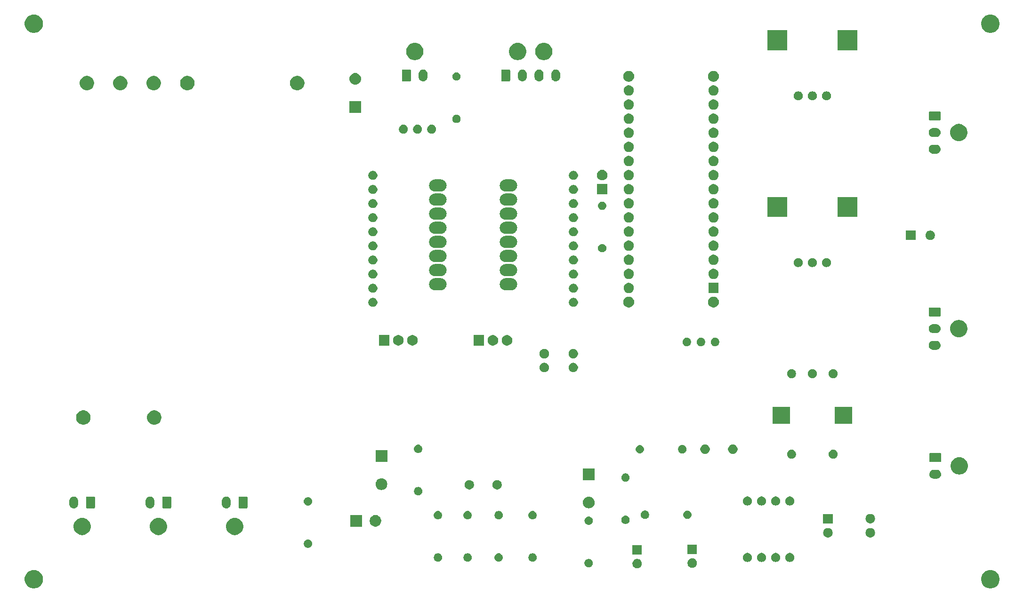
<source format=gbr>
G04 #@! TF.GenerationSoftware,KiCad,Pcbnew,5.1.2-f72e74a~84~ubuntu19.04.1*
G04 #@! TF.CreationDate,2019-10-23T18:47:17+02:00*
G04 #@! TF.ProjectId,upuaut,75707561-7574-42e6-9b69-6361645f7063,rev?*
G04 #@! TF.SameCoordinates,Original*
G04 #@! TF.FileFunction,Soldermask,Top*
G04 #@! TF.FilePolarity,Negative*
%FSLAX46Y46*%
G04 Gerber Fmt 4.6, Leading zero omitted, Abs format (unit mm)*
G04 Created by KiCad (PCBNEW 5.1.2-f72e74a~84~ubuntu19.04.1) date 2019-10-23 18:47:17*
%MOMM*%
%LPD*%
G04 APERTURE LIST*
%ADD10C,0.100000*%
G04 APERTURE END LIST*
D10*
G36*
X232375256Y-138391298D02*
G01*
X232481579Y-138412447D01*
X232782042Y-138536903D01*
X233052451Y-138717585D01*
X233282415Y-138947549D01*
X233463097Y-139217958D01*
X233587553Y-139518421D01*
X233651000Y-139837391D01*
X233651000Y-140162609D01*
X233587553Y-140481579D01*
X233463097Y-140782042D01*
X233282415Y-141052451D01*
X233052451Y-141282415D01*
X232782042Y-141463097D01*
X232481579Y-141587553D01*
X232375256Y-141608702D01*
X232162611Y-141651000D01*
X231837389Y-141651000D01*
X231624744Y-141608702D01*
X231518421Y-141587553D01*
X231217958Y-141463097D01*
X230947549Y-141282415D01*
X230717585Y-141052451D01*
X230536903Y-140782042D01*
X230412447Y-140481579D01*
X230349000Y-140162609D01*
X230349000Y-139837391D01*
X230412447Y-139518421D01*
X230536903Y-139217958D01*
X230717585Y-138947549D01*
X230947549Y-138717585D01*
X231217958Y-138536903D01*
X231518421Y-138412447D01*
X231624744Y-138391298D01*
X231837389Y-138349000D01*
X232162611Y-138349000D01*
X232375256Y-138391298D01*
X232375256Y-138391298D01*
G37*
G36*
X60375256Y-138391298D02*
G01*
X60481579Y-138412447D01*
X60782042Y-138536903D01*
X61052451Y-138717585D01*
X61282415Y-138947549D01*
X61463097Y-139217958D01*
X61587553Y-139518421D01*
X61651000Y-139837391D01*
X61651000Y-140162609D01*
X61587553Y-140481579D01*
X61463097Y-140782042D01*
X61282415Y-141052451D01*
X61052451Y-141282415D01*
X60782042Y-141463097D01*
X60481579Y-141587553D01*
X60375256Y-141608702D01*
X60162611Y-141651000D01*
X59837389Y-141651000D01*
X59624744Y-141608702D01*
X59518421Y-141587553D01*
X59217958Y-141463097D01*
X58947549Y-141282415D01*
X58717585Y-141052451D01*
X58536903Y-140782042D01*
X58412447Y-140481579D01*
X58349000Y-140162609D01*
X58349000Y-139837391D01*
X58412447Y-139518421D01*
X58536903Y-139217958D01*
X58717585Y-138947549D01*
X58947549Y-138717585D01*
X59217958Y-138536903D01*
X59518421Y-138412447D01*
X59624744Y-138391298D01*
X59837389Y-138349000D01*
X60162611Y-138349000D01*
X60375256Y-138391298D01*
X60375256Y-138391298D01*
G37*
G36*
X168748228Y-136381703D02*
G01*
X168903100Y-136445853D01*
X169042481Y-136538985D01*
X169161015Y-136657519D01*
X169254147Y-136796900D01*
X169318297Y-136951772D01*
X169351000Y-137116184D01*
X169351000Y-137283816D01*
X169318297Y-137448228D01*
X169254147Y-137603100D01*
X169161015Y-137742481D01*
X169042481Y-137861015D01*
X168903100Y-137954147D01*
X168748228Y-138018297D01*
X168583816Y-138051000D01*
X168416184Y-138051000D01*
X168251772Y-138018297D01*
X168096900Y-137954147D01*
X167957519Y-137861015D01*
X167838985Y-137742481D01*
X167745853Y-137603100D01*
X167681703Y-137448228D01*
X167649000Y-137283816D01*
X167649000Y-137116184D01*
X167681703Y-136951772D01*
X167745853Y-136796900D01*
X167838985Y-136657519D01*
X167957519Y-136538985D01*
X168096900Y-136445853D01*
X168251772Y-136381703D01*
X168416184Y-136349000D01*
X168583816Y-136349000D01*
X168748228Y-136381703D01*
X168748228Y-136381703D01*
G37*
G36*
X178648228Y-136281703D02*
G01*
X178803100Y-136345853D01*
X178942481Y-136438985D01*
X179061015Y-136557519D01*
X179154147Y-136696900D01*
X179218297Y-136851772D01*
X179251000Y-137016184D01*
X179251000Y-137183816D01*
X179218297Y-137348228D01*
X179154147Y-137503100D01*
X179061015Y-137642481D01*
X178942481Y-137761015D01*
X178803100Y-137854147D01*
X178648228Y-137918297D01*
X178483816Y-137951000D01*
X178316184Y-137951000D01*
X178151772Y-137918297D01*
X177996900Y-137854147D01*
X177857519Y-137761015D01*
X177738985Y-137642481D01*
X177645853Y-137503100D01*
X177581703Y-137348228D01*
X177549000Y-137183816D01*
X177549000Y-137016184D01*
X177581703Y-136851772D01*
X177645853Y-136696900D01*
X177738985Y-136557519D01*
X177857519Y-136438985D01*
X177996900Y-136345853D01*
X178151772Y-136281703D01*
X178316184Y-136249000D01*
X178483816Y-136249000D01*
X178648228Y-136281703D01*
X178648228Y-136281703D01*
G37*
G36*
X159991059Y-136371860D02*
G01*
X160017442Y-136382788D01*
X160127732Y-136428472D01*
X160250735Y-136510660D01*
X160355340Y-136615265D01*
X160419643Y-136711501D01*
X160437529Y-136738270D01*
X160494140Y-136874941D01*
X160523000Y-137020032D01*
X160523000Y-137167968D01*
X160494140Y-137313059D01*
X160479573Y-137348228D01*
X160437528Y-137449732D01*
X160355340Y-137572735D01*
X160250735Y-137677340D01*
X160127732Y-137759528D01*
X160127731Y-137759529D01*
X160127730Y-137759529D01*
X159991059Y-137816140D01*
X159845968Y-137845000D01*
X159698032Y-137845000D01*
X159552941Y-137816140D01*
X159416270Y-137759529D01*
X159416269Y-137759529D01*
X159416268Y-137759528D01*
X159293265Y-137677340D01*
X159188660Y-137572735D01*
X159106472Y-137449732D01*
X159064428Y-137348228D01*
X159049860Y-137313059D01*
X159021000Y-137167968D01*
X159021000Y-137020032D01*
X159049860Y-136874941D01*
X159106471Y-136738270D01*
X159124357Y-136711501D01*
X159188660Y-136615265D01*
X159293265Y-136510660D01*
X159416268Y-136428472D01*
X159526559Y-136382788D01*
X159552941Y-136371860D01*
X159698032Y-136343000D01*
X159845968Y-136343000D01*
X159991059Y-136371860D01*
X159991059Y-136371860D01*
G37*
G36*
X196177142Y-135298242D02*
G01*
X196325101Y-135359529D01*
X196458255Y-135448499D01*
X196571501Y-135561745D01*
X196660471Y-135694899D01*
X196721758Y-135842858D01*
X196753000Y-135999925D01*
X196753000Y-136160075D01*
X196721758Y-136317142D01*
X196660471Y-136465101D01*
X196571501Y-136598255D01*
X196458255Y-136711501D01*
X196325101Y-136800471D01*
X196177142Y-136861758D01*
X196020075Y-136893000D01*
X195859925Y-136893000D01*
X195702858Y-136861758D01*
X195554899Y-136800471D01*
X195421745Y-136711501D01*
X195308499Y-136598255D01*
X195219529Y-136465101D01*
X195158242Y-136317142D01*
X195127000Y-136160075D01*
X195127000Y-135999925D01*
X195158242Y-135842858D01*
X195219529Y-135694899D01*
X195308499Y-135561745D01*
X195421745Y-135448499D01*
X195554899Y-135359529D01*
X195702858Y-135298242D01*
X195859925Y-135267000D01*
X196020075Y-135267000D01*
X196177142Y-135298242D01*
X196177142Y-135298242D01*
G37*
G36*
X188557142Y-135298242D02*
G01*
X188705101Y-135359529D01*
X188838255Y-135448499D01*
X188951501Y-135561745D01*
X189040471Y-135694899D01*
X189101758Y-135842858D01*
X189133000Y-135999925D01*
X189133000Y-136160075D01*
X189101758Y-136317142D01*
X189040471Y-136465101D01*
X188951501Y-136598255D01*
X188838255Y-136711501D01*
X188705101Y-136800471D01*
X188557142Y-136861758D01*
X188400075Y-136893000D01*
X188239925Y-136893000D01*
X188082858Y-136861758D01*
X187934899Y-136800471D01*
X187801745Y-136711501D01*
X187688499Y-136598255D01*
X187599529Y-136465101D01*
X187538242Y-136317142D01*
X187507000Y-136160075D01*
X187507000Y-135999925D01*
X187538242Y-135842858D01*
X187599529Y-135694899D01*
X187688499Y-135561745D01*
X187801745Y-135448499D01*
X187934899Y-135359529D01*
X188082858Y-135298242D01*
X188239925Y-135267000D01*
X188400075Y-135267000D01*
X188557142Y-135298242D01*
X188557142Y-135298242D01*
G37*
G36*
X191097142Y-135298242D02*
G01*
X191245101Y-135359529D01*
X191378255Y-135448499D01*
X191491501Y-135561745D01*
X191580471Y-135694899D01*
X191641758Y-135842858D01*
X191673000Y-135999925D01*
X191673000Y-136160075D01*
X191641758Y-136317142D01*
X191580471Y-136465101D01*
X191491501Y-136598255D01*
X191378255Y-136711501D01*
X191245101Y-136800471D01*
X191097142Y-136861758D01*
X190940075Y-136893000D01*
X190779925Y-136893000D01*
X190622858Y-136861758D01*
X190474899Y-136800471D01*
X190341745Y-136711501D01*
X190228499Y-136598255D01*
X190139529Y-136465101D01*
X190078242Y-136317142D01*
X190047000Y-136160075D01*
X190047000Y-135999925D01*
X190078242Y-135842858D01*
X190139529Y-135694899D01*
X190228499Y-135561745D01*
X190341745Y-135448499D01*
X190474899Y-135359529D01*
X190622858Y-135298242D01*
X190779925Y-135267000D01*
X190940075Y-135267000D01*
X191097142Y-135298242D01*
X191097142Y-135298242D01*
G37*
G36*
X193637142Y-135298242D02*
G01*
X193785101Y-135359529D01*
X193918255Y-135448499D01*
X194031501Y-135561745D01*
X194120471Y-135694899D01*
X194181758Y-135842858D01*
X194213000Y-135999925D01*
X194213000Y-136160075D01*
X194181758Y-136317142D01*
X194120471Y-136465101D01*
X194031501Y-136598255D01*
X193918255Y-136711501D01*
X193785101Y-136800471D01*
X193637142Y-136861758D01*
X193480075Y-136893000D01*
X193319925Y-136893000D01*
X193162858Y-136861758D01*
X193014899Y-136800471D01*
X192881745Y-136711501D01*
X192768499Y-136598255D01*
X192679529Y-136465101D01*
X192618242Y-136317142D01*
X192587000Y-136160075D01*
X192587000Y-135999925D01*
X192618242Y-135842858D01*
X192679529Y-135694899D01*
X192768499Y-135561745D01*
X192881745Y-135448499D01*
X193014899Y-135359529D01*
X193162858Y-135298242D01*
X193319925Y-135267000D01*
X193480075Y-135267000D01*
X193637142Y-135298242D01*
X193637142Y-135298242D01*
G37*
G36*
X143661665Y-135346622D02*
G01*
X143735222Y-135353867D01*
X143876786Y-135396810D01*
X144007252Y-135466546D01*
X144037040Y-135490992D01*
X144121607Y-135560393D01*
X144191008Y-135644960D01*
X144215454Y-135674748D01*
X144285190Y-135805214D01*
X144328133Y-135946778D01*
X144342633Y-136094000D01*
X144328133Y-136241222D01*
X144285190Y-136382786D01*
X144215454Y-136513252D01*
X144194335Y-136538985D01*
X144121607Y-136627607D01*
X144061004Y-136677341D01*
X144007252Y-136721454D01*
X143876786Y-136791190D01*
X143735222Y-136834133D01*
X143661665Y-136841378D01*
X143624888Y-136845000D01*
X143551112Y-136845000D01*
X143514335Y-136841378D01*
X143440778Y-136834133D01*
X143299214Y-136791190D01*
X143168748Y-136721454D01*
X143114996Y-136677341D01*
X143054393Y-136627607D01*
X142981665Y-136538985D01*
X142960546Y-136513252D01*
X142890810Y-136382786D01*
X142847867Y-136241222D01*
X142833367Y-136094000D01*
X142847867Y-135946778D01*
X142890810Y-135805214D01*
X142960546Y-135674748D01*
X142984992Y-135644960D01*
X143054393Y-135560393D01*
X143138960Y-135490992D01*
X143168748Y-135466546D01*
X143299214Y-135396810D01*
X143440778Y-135353867D01*
X143514335Y-135346622D01*
X143551112Y-135343000D01*
X143624888Y-135343000D01*
X143661665Y-135346622D01*
X143661665Y-135346622D01*
G37*
G36*
X138219059Y-135371860D02*
G01*
X138279294Y-135396810D01*
X138355732Y-135428472D01*
X138478735Y-135510660D01*
X138583340Y-135615265D01*
X138636550Y-135694900D01*
X138665529Y-135738270D01*
X138722140Y-135874941D01*
X138747001Y-135999925D01*
X138751000Y-136020033D01*
X138751000Y-136167967D01*
X138722140Y-136313059D01*
X138665528Y-136449732D01*
X138583340Y-136572735D01*
X138478735Y-136677340D01*
X138355732Y-136759528D01*
X138355731Y-136759529D01*
X138355730Y-136759529D01*
X138219059Y-136816140D01*
X138073968Y-136845000D01*
X137926032Y-136845000D01*
X137780941Y-136816140D01*
X137644270Y-136759529D01*
X137644269Y-136759529D01*
X137644268Y-136759528D01*
X137521265Y-136677340D01*
X137416660Y-136572735D01*
X137334472Y-136449732D01*
X137277860Y-136313059D01*
X137249000Y-136167967D01*
X137249000Y-136020033D01*
X137253000Y-135999925D01*
X137277860Y-135874941D01*
X137334471Y-135738270D01*
X137363450Y-135694900D01*
X137416660Y-135615265D01*
X137521265Y-135510660D01*
X137644268Y-135428472D01*
X137720707Y-135396810D01*
X137780941Y-135371860D01*
X137926032Y-135343000D01*
X138073968Y-135343000D01*
X138219059Y-135371860D01*
X138219059Y-135371860D01*
G37*
G36*
X132885059Y-135371860D02*
G01*
X132945294Y-135396810D01*
X133021732Y-135428472D01*
X133144735Y-135510660D01*
X133249340Y-135615265D01*
X133302550Y-135694900D01*
X133331529Y-135738270D01*
X133388140Y-135874941D01*
X133413001Y-135999925D01*
X133417000Y-136020033D01*
X133417000Y-136167967D01*
X133388140Y-136313059D01*
X133331528Y-136449732D01*
X133249340Y-136572735D01*
X133144735Y-136677340D01*
X133021732Y-136759528D01*
X133021731Y-136759529D01*
X133021730Y-136759529D01*
X132885059Y-136816140D01*
X132739968Y-136845000D01*
X132592032Y-136845000D01*
X132446941Y-136816140D01*
X132310270Y-136759529D01*
X132310269Y-136759529D01*
X132310268Y-136759528D01*
X132187265Y-136677340D01*
X132082660Y-136572735D01*
X132000472Y-136449732D01*
X131943860Y-136313059D01*
X131915000Y-136167967D01*
X131915000Y-136020033D01*
X131919000Y-135999925D01*
X131943860Y-135874941D01*
X132000471Y-135738270D01*
X132029450Y-135694900D01*
X132082660Y-135615265D01*
X132187265Y-135510660D01*
X132310268Y-135428472D01*
X132386707Y-135396810D01*
X132446941Y-135371860D01*
X132592032Y-135343000D01*
X132739968Y-135343000D01*
X132885059Y-135371860D01*
X132885059Y-135371860D01*
G37*
G36*
X149903059Y-135371860D02*
G01*
X149963294Y-135396810D01*
X150039732Y-135428472D01*
X150162735Y-135510660D01*
X150267340Y-135615265D01*
X150320550Y-135694900D01*
X150349529Y-135738270D01*
X150406140Y-135874941D01*
X150431001Y-135999925D01*
X150435000Y-136020033D01*
X150435000Y-136167967D01*
X150406140Y-136313059D01*
X150349528Y-136449732D01*
X150267340Y-136572735D01*
X150162735Y-136677340D01*
X150039732Y-136759528D01*
X150039731Y-136759529D01*
X150039730Y-136759529D01*
X149903059Y-136816140D01*
X149757968Y-136845000D01*
X149610032Y-136845000D01*
X149464941Y-136816140D01*
X149328270Y-136759529D01*
X149328269Y-136759529D01*
X149328268Y-136759528D01*
X149205265Y-136677340D01*
X149100660Y-136572735D01*
X149018472Y-136449732D01*
X148961860Y-136313059D01*
X148933000Y-136167967D01*
X148933000Y-136020033D01*
X148937000Y-135999925D01*
X148961860Y-135874941D01*
X149018471Y-135738270D01*
X149047450Y-135694900D01*
X149100660Y-135615265D01*
X149205265Y-135510660D01*
X149328268Y-135428472D01*
X149404707Y-135396810D01*
X149464941Y-135371860D01*
X149610032Y-135343000D01*
X149757968Y-135343000D01*
X149903059Y-135371860D01*
X149903059Y-135371860D01*
G37*
G36*
X169351000Y-135551000D02*
G01*
X167649000Y-135551000D01*
X167649000Y-133849000D01*
X169351000Y-133849000D01*
X169351000Y-135551000D01*
X169351000Y-135551000D01*
G37*
G36*
X179251000Y-135451000D02*
G01*
X177549000Y-135451000D01*
X177549000Y-133749000D01*
X179251000Y-133749000D01*
X179251000Y-135451000D01*
X179251000Y-135451000D01*
G37*
G36*
X109519059Y-132877860D02*
G01*
X109655732Y-132934472D01*
X109778735Y-133016660D01*
X109883340Y-133121265D01*
X109965528Y-133244268D01*
X110022140Y-133380941D01*
X110051000Y-133526033D01*
X110051000Y-133673967D01*
X110022140Y-133819059D01*
X109965528Y-133955732D01*
X109883340Y-134078735D01*
X109778735Y-134183340D01*
X109655732Y-134265528D01*
X109655731Y-134265529D01*
X109655730Y-134265529D01*
X109519059Y-134322140D01*
X109373968Y-134351000D01*
X109226032Y-134351000D01*
X109080941Y-134322140D01*
X108944270Y-134265529D01*
X108944269Y-134265529D01*
X108944268Y-134265528D01*
X108821265Y-134183340D01*
X108716660Y-134078735D01*
X108634472Y-133955732D01*
X108577860Y-133819059D01*
X108549000Y-133673967D01*
X108549000Y-133526033D01*
X108577860Y-133380941D01*
X108634472Y-133244268D01*
X108716660Y-133121265D01*
X108821265Y-133016660D01*
X108944268Y-132934472D01*
X109080941Y-132877860D01*
X109226032Y-132849000D01*
X109373968Y-132849000D01*
X109519059Y-132877860D01*
X109519059Y-132877860D01*
G37*
G36*
X210586823Y-130801313D02*
G01*
X210747242Y-130849976D01*
X210879906Y-130920886D01*
X210895078Y-130928996D01*
X211024659Y-131035341D01*
X211131004Y-131164922D01*
X211131005Y-131164924D01*
X211210024Y-131312758D01*
X211258687Y-131473177D01*
X211275117Y-131640000D01*
X211258687Y-131806823D01*
X211210024Y-131967242D01*
X211192837Y-131999396D01*
X211131004Y-132115078D01*
X211024659Y-132244659D01*
X210895078Y-132351004D01*
X210895076Y-132351005D01*
X210747242Y-132430024D01*
X210586823Y-132478687D01*
X210461804Y-132491000D01*
X210378196Y-132491000D01*
X210253177Y-132478687D01*
X210092758Y-132430024D01*
X209944924Y-132351005D01*
X209944922Y-132351004D01*
X209815341Y-132244659D01*
X209708996Y-132115078D01*
X209647163Y-131999396D01*
X209629976Y-131967242D01*
X209581313Y-131806823D01*
X209564883Y-131640000D01*
X209581313Y-131473177D01*
X209629976Y-131312758D01*
X209708995Y-131164924D01*
X209708996Y-131164922D01*
X209815341Y-131035341D01*
X209944922Y-130928996D01*
X209960094Y-130920886D01*
X210092758Y-130849976D01*
X210253177Y-130801313D01*
X210378196Y-130789000D01*
X210461804Y-130789000D01*
X210586823Y-130801313D01*
X210586823Y-130801313D01*
G37*
G36*
X202966823Y-130801313D02*
G01*
X203127242Y-130849976D01*
X203259906Y-130920886D01*
X203275078Y-130928996D01*
X203404659Y-131035341D01*
X203511004Y-131164922D01*
X203511005Y-131164924D01*
X203590024Y-131312758D01*
X203638687Y-131473177D01*
X203655117Y-131640000D01*
X203638687Y-131806823D01*
X203590024Y-131967242D01*
X203572837Y-131999396D01*
X203511004Y-132115078D01*
X203404659Y-132244659D01*
X203275078Y-132351004D01*
X203275076Y-132351005D01*
X203127242Y-132430024D01*
X202966823Y-132478687D01*
X202841804Y-132491000D01*
X202758196Y-132491000D01*
X202633177Y-132478687D01*
X202472758Y-132430024D01*
X202324924Y-132351005D01*
X202324922Y-132351004D01*
X202195341Y-132244659D01*
X202088996Y-132115078D01*
X202027163Y-131999396D01*
X202009976Y-131967242D01*
X201961313Y-131806823D01*
X201944883Y-131640000D01*
X201961313Y-131473177D01*
X202009976Y-131312758D01*
X202088995Y-131164924D01*
X202088996Y-131164922D01*
X202195341Y-131035341D01*
X202324922Y-130928996D01*
X202340094Y-130920886D01*
X202472758Y-130849976D01*
X202633177Y-130801313D01*
X202758196Y-130789000D01*
X202841804Y-130789000D01*
X202966823Y-130801313D01*
X202966823Y-130801313D01*
G37*
G36*
X96399180Y-128983340D02*
G01*
X96566410Y-129016604D01*
X96848674Y-129133521D01*
X97102705Y-129303259D01*
X97318741Y-129519295D01*
X97488479Y-129773326D01*
X97605396Y-130055590D01*
X97665000Y-130355240D01*
X97665000Y-130660760D01*
X97605396Y-130960410D01*
X97488479Y-131242674D01*
X97318741Y-131496705D01*
X97102705Y-131712741D01*
X96848674Y-131882479D01*
X96566410Y-131999396D01*
X96416585Y-132029198D01*
X96266761Y-132059000D01*
X95961239Y-132059000D01*
X95811415Y-132029198D01*
X95661590Y-131999396D01*
X95379326Y-131882479D01*
X95125295Y-131712741D01*
X94909259Y-131496705D01*
X94739521Y-131242674D01*
X94622604Y-130960410D01*
X94563000Y-130660760D01*
X94563000Y-130355240D01*
X94622604Y-130055590D01*
X94739521Y-129773326D01*
X94909259Y-129519295D01*
X95125295Y-129303259D01*
X95379326Y-129133521D01*
X95661590Y-129016604D01*
X95828820Y-128983340D01*
X95961239Y-128957000D01*
X96266761Y-128957000D01*
X96399180Y-128983340D01*
X96399180Y-128983340D01*
G37*
G36*
X68967180Y-128983340D02*
G01*
X69134410Y-129016604D01*
X69416674Y-129133521D01*
X69670705Y-129303259D01*
X69886741Y-129519295D01*
X70056479Y-129773326D01*
X70173396Y-130055590D01*
X70233000Y-130355240D01*
X70233000Y-130660760D01*
X70173396Y-130960410D01*
X70056479Y-131242674D01*
X69886741Y-131496705D01*
X69670705Y-131712741D01*
X69416674Y-131882479D01*
X69134410Y-131999396D01*
X68984585Y-132029198D01*
X68834761Y-132059000D01*
X68529239Y-132059000D01*
X68379415Y-132029198D01*
X68229590Y-131999396D01*
X67947326Y-131882479D01*
X67693295Y-131712741D01*
X67477259Y-131496705D01*
X67307521Y-131242674D01*
X67190604Y-130960410D01*
X67131000Y-130660760D01*
X67131000Y-130355240D01*
X67190604Y-130055590D01*
X67307521Y-129773326D01*
X67477259Y-129519295D01*
X67693295Y-129303259D01*
X67947326Y-129133521D01*
X68229590Y-129016604D01*
X68396820Y-128983340D01*
X68529239Y-128957000D01*
X68834761Y-128957000D01*
X68967180Y-128983340D01*
X68967180Y-128983340D01*
G37*
G36*
X82683180Y-128983340D02*
G01*
X82850410Y-129016604D01*
X83132674Y-129133521D01*
X83386705Y-129303259D01*
X83602741Y-129519295D01*
X83772479Y-129773326D01*
X83889396Y-130055590D01*
X83949000Y-130355240D01*
X83949000Y-130660760D01*
X83889396Y-130960410D01*
X83772479Y-131242674D01*
X83602741Y-131496705D01*
X83386705Y-131712741D01*
X83132674Y-131882479D01*
X82850410Y-131999396D01*
X82700585Y-132029198D01*
X82550761Y-132059000D01*
X82245239Y-132059000D01*
X82095415Y-132029198D01*
X81945590Y-131999396D01*
X81663326Y-131882479D01*
X81409295Y-131712741D01*
X81193259Y-131496705D01*
X81023521Y-131242674D01*
X80906604Y-130960410D01*
X80847000Y-130660760D01*
X80847000Y-130355240D01*
X80906604Y-130055590D01*
X81023521Y-129773326D01*
X81193259Y-129519295D01*
X81409295Y-129303259D01*
X81663326Y-129133521D01*
X81945590Y-129016604D01*
X82112820Y-128983340D01*
X82245239Y-128957000D01*
X82550761Y-128957000D01*
X82683180Y-128983340D01*
X82683180Y-128983340D01*
G37*
G36*
X118985000Y-130541000D02*
G01*
X116883000Y-130541000D01*
X116883000Y-128439000D01*
X118985000Y-128439000D01*
X118985000Y-130541000D01*
X118985000Y-130541000D01*
G37*
G36*
X121740564Y-128479389D02*
G01*
X121931833Y-128558615D01*
X121931835Y-128558616D01*
X122103973Y-128673635D01*
X122250365Y-128820027D01*
X122339038Y-128952735D01*
X122365385Y-128992167D01*
X122444611Y-129183436D01*
X122485000Y-129386484D01*
X122485000Y-129593516D01*
X122444611Y-129796564D01*
X122365385Y-129987833D01*
X122365384Y-129987835D01*
X122250365Y-130159973D01*
X122103973Y-130306365D01*
X121931835Y-130421384D01*
X121931834Y-130421385D01*
X121931833Y-130421385D01*
X121740564Y-130500611D01*
X121537516Y-130541000D01*
X121330484Y-130541000D01*
X121127436Y-130500611D01*
X120936167Y-130421385D01*
X120936166Y-130421385D01*
X120936165Y-130421384D01*
X120764027Y-130306365D01*
X120617635Y-130159973D01*
X120502616Y-129987835D01*
X120502615Y-129987833D01*
X120423389Y-129796564D01*
X120383000Y-129593516D01*
X120383000Y-129386484D01*
X120423389Y-129183436D01*
X120502615Y-128992167D01*
X120528963Y-128952735D01*
X120617635Y-128820027D01*
X120764027Y-128673635D01*
X120936165Y-128558616D01*
X120936167Y-128558615D01*
X121127436Y-128479389D01*
X121330484Y-128439000D01*
X121537516Y-128439000D01*
X121740564Y-128479389D01*
X121740564Y-128479389D01*
G37*
G36*
X159845665Y-128726622D02*
G01*
X159919222Y-128733867D01*
X160060786Y-128776810D01*
X160060788Y-128776811D01*
X160078716Y-128786394D01*
X160191252Y-128846546D01*
X160221040Y-128870992D01*
X160305607Y-128940393D01*
X160368150Y-129016604D01*
X160399454Y-129054748D01*
X160469190Y-129185214D01*
X160512133Y-129326778D01*
X160526633Y-129474000D01*
X160512133Y-129621222D01*
X160469190Y-129762786D01*
X160399454Y-129893252D01*
X160375008Y-129923040D01*
X160305607Y-130007607D01*
X160241602Y-130060133D01*
X160191252Y-130101454D01*
X160060786Y-130171190D01*
X159919222Y-130214133D01*
X159845665Y-130221378D01*
X159808888Y-130225000D01*
X159735112Y-130225000D01*
X159698335Y-130221378D01*
X159624778Y-130214133D01*
X159483214Y-130171190D01*
X159352748Y-130101454D01*
X159302398Y-130060133D01*
X159238393Y-130007607D01*
X159168992Y-129923040D01*
X159144546Y-129893252D01*
X159074810Y-129762786D01*
X159031867Y-129621222D01*
X159017367Y-129474000D01*
X159031867Y-129326778D01*
X159074810Y-129185214D01*
X159144546Y-129054748D01*
X159175850Y-129016604D01*
X159238393Y-128940393D01*
X159322960Y-128870992D01*
X159352748Y-128846546D01*
X159465284Y-128786394D01*
X159483212Y-128776811D01*
X159483214Y-128776810D01*
X159624778Y-128733867D01*
X159698335Y-128726622D01*
X159735112Y-128723000D01*
X159808888Y-128723000D01*
X159845665Y-128726622D01*
X159845665Y-128726622D01*
G37*
G36*
X166473665Y-128572622D02*
G01*
X166547222Y-128579867D01*
X166688786Y-128622810D01*
X166819252Y-128692546D01*
X166849040Y-128716992D01*
X166933607Y-128786393D01*
X166982971Y-128846545D01*
X167027454Y-128900748D01*
X167097190Y-129031214D01*
X167140133Y-129172778D01*
X167154633Y-129320000D01*
X167140133Y-129467222D01*
X167097190Y-129608786D01*
X167027454Y-129739252D01*
X167008140Y-129762786D01*
X166933607Y-129853607D01*
X166849040Y-129923008D01*
X166819252Y-129947454D01*
X166819250Y-129947455D01*
X166706715Y-130007607D01*
X166688786Y-130017190D01*
X166547222Y-130060133D01*
X166473665Y-130067378D01*
X166436888Y-130071000D01*
X166363112Y-130071000D01*
X166326335Y-130067378D01*
X166252778Y-130060133D01*
X166111214Y-130017190D01*
X166093286Y-130007607D01*
X165980750Y-129947455D01*
X165980748Y-129947454D01*
X165950960Y-129923008D01*
X165866393Y-129853607D01*
X165791860Y-129762786D01*
X165772546Y-129739252D01*
X165702810Y-129608786D01*
X165659867Y-129467222D01*
X165645367Y-129320000D01*
X165659867Y-129172778D01*
X165702810Y-129031214D01*
X165772546Y-128900748D01*
X165817029Y-128846545D01*
X165866393Y-128786393D01*
X165950960Y-128716992D01*
X165980748Y-128692546D01*
X166111214Y-128622810D01*
X166252778Y-128579867D01*
X166326335Y-128572622D01*
X166363112Y-128569000D01*
X166436888Y-128569000D01*
X166473665Y-128572622D01*
X166473665Y-128572622D01*
G37*
G36*
X210586823Y-128261313D02*
G01*
X210747242Y-128309976D01*
X210879906Y-128380886D01*
X210895078Y-128388996D01*
X211024659Y-128495341D01*
X211131004Y-128624922D01*
X211131005Y-128624924D01*
X211210024Y-128772758D01*
X211210025Y-128772761D01*
X211219083Y-128802620D01*
X211258687Y-128933177D01*
X211275117Y-129100000D01*
X211258687Y-129266823D01*
X211210024Y-129427242D01*
X211160820Y-129519296D01*
X211131004Y-129575078D01*
X211024659Y-129704659D01*
X210895078Y-129811004D01*
X210895076Y-129811005D01*
X210747242Y-129890024D01*
X210747239Y-129890025D01*
X210736601Y-129893252D01*
X210586823Y-129938687D01*
X210461804Y-129951000D01*
X210378196Y-129951000D01*
X210253177Y-129938687D01*
X210103399Y-129893252D01*
X210092761Y-129890025D01*
X210092758Y-129890024D01*
X209944924Y-129811005D01*
X209944922Y-129811004D01*
X209815341Y-129704659D01*
X209708996Y-129575078D01*
X209679180Y-129519296D01*
X209629976Y-129427242D01*
X209581313Y-129266823D01*
X209564883Y-129100000D01*
X209581313Y-128933177D01*
X209620917Y-128802620D01*
X209629975Y-128772761D01*
X209629976Y-128772758D01*
X209708995Y-128624924D01*
X209708996Y-128624922D01*
X209815341Y-128495341D01*
X209944922Y-128388996D01*
X209960094Y-128380886D01*
X210092758Y-128309976D01*
X210253177Y-128261313D01*
X210378196Y-128249000D01*
X210461804Y-128249000D01*
X210586823Y-128261313D01*
X210586823Y-128261313D01*
G37*
G36*
X203651000Y-129951000D02*
G01*
X201949000Y-129951000D01*
X201949000Y-128249000D01*
X203651000Y-128249000D01*
X203651000Y-129951000D01*
X203651000Y-129951000D01*
G37*
G36*
X132739665Y-127726622D02*
G01*
X132813222Y-127733867D01*
X132954786Y-127776810D01*
X133085252Y-127846546D01*
X133109437Y-127866394D01*
X133199607Y-127940393D01*
X133269008Y-128024960D01*
X133293454Y-128054748D01*
X133363190Y-128185214D01*
X133406133Y-128326778D01*
X133420633Y-128474000D01*
X133406133Y-128621222D01*
X133363190Y-128762786D01*
X133293454Y-128893252D01*
X133269008Y-128923040D01*
X133199607Y-129007607D01*
X133139004Y-129057341D01*
X133085252Y-129101454D01*
X132954786Y-129171190D01*
X132813222Y-129214133D01*
X132739665Y-129221378D01*
X132702888Y-129225000D01*
X132629112Y-129225000D01*
X132592335Y-129221378D01*
X132518778Y-129214133D01*
X132377214Y-129171190D01*
X132246748Y-129101454D01*
X132192996Y-129057341D01*
X132132393Y-129007607D01*
X132062992Y-128923040D01*
X132038546Y-128893252D01*
X131968810Y-128762786D01*
X131925867Y-128621222D01*
X131911367Y-128474000D01*
X131925867Y-128326778D01*
X131968810Y-128185214D01*
X132038546Y-128054748D01*
X132062992Y-128024960D01*
X132132393Y-127940393D01*
X132222563Y-127866394D01*
X132246748Y-127846546D01*
X132377214Y-127776810D01*
X132518778Y-127733867D01*
X132592335Y-127726622D01*
X132629112Y-127723000D01*
X132702888Y-127723000D01*
X132739665Y-127726622D01*
X132739665Y-127726622D01*
G37*
G36*
X149757665Y-127726622D02*
G01*
X149831222Y-127733867D01*
X149972786Y-127776810D01*
X150103252Y-127846546D01*
X150127437Y-127866394D01*
X150217607Y-127940393D01*
X150287008Y-128024960D01*
X150311454Y-128054748D01*
X150381190Y-128185214D01*
X150424133Y-128326778D01*
X150438633Y-128474000D01*
X150424133Y-128621222D01*
X150381190Y-128762786D01*
X150311454Y-128893252D01*
X150287008Y-128923040D01*
X150217607Y-129007607D01*
X150157004Y-129057341D01*
X150103252Y-129101454D01*
X149972786Y-129171190D01*
X149831222Y-129214133D01*
X149757665Y-129221378D01*
X149720888Y-129225000D01*
X149647112Y-129225000D01*
X149610335Y-129221378D01*
X149536778Y-129214133D01*
X149395214Y-129171190D01*
X149264748Y-129101454D01*
X149210996Y-129057341D01*
X149150393Y-129007607D01*
X149080992Y-128923040D01*
X149056546Y-128893252D01*
X148986810Y-128762786D01*
X148943867Y-128621222D01*
X148929367Y-128474000D01*
X148943867Y-128326778D01*
X148986810Y-128185214D01*
X149056546Y-128054748D01*
X149080992Y-128024960D01*
X149150393Y-127940393D01*
X149240563Y-127866394D01*
X149264748Y-127846546D01*
X149395214Y-127776810D01*
X149536778Y-127733867D01*
X149610335Y-127726622D01*
X149647112Y-127723000D01*
X149720888Y-127723000D01*
X149757665Y-127726622D01*
X149757665Y-127726622D01*
G37*
G36*
X138073665Y-127726622D02*
G01*
X138147222Y-127733867D01*
X138288786Y-127776810D01*
X138419252Y-127846546D01*
X138443437Y-127866394D01*
X138533607Y-127940393D01*
X138603008Y-128024960D01*
X138627454Y-128054748D01*
X138697190Y-128185214D01*
X138740133Y-128326778D01*
X138754633Y-128474000D01*
X138740133Y-128621222D01*
X138697190Y-128762786D01*
X138627454Y-128893252D01*
X138603008Y-128923040D01*
X138533607Y-129007607D01*
X138473004Y-129057341D01*
X138419252Y-129101454D01*
X138288786Y-129171190D01*
X138147222Y-129214133D01*
X138073665Y-129221378D01*
X138036888Y-129225000D01*
X137963112Y-129225000D01*
X137926335Y-129221378D01*
X137852778Y-129214133D01*
X137711214Y-129171190D01*
X137580748Y-129101454D01*
X137526996Y-129057341D01*
X137466393Y-129007607D01*
X137396992Y-128923040D01*
X137372546Y-128893252D01*
X137302810Y-128762786D01*
X137259867Y-128621222D01*
X137245367Y-128474000D01*
X137259867Y-128326778D01*
X137302810Y-128185214D01*
X137372546Y-128054748D01*
X137396992Y-128024960D01*
X137466393Y-127940393D01*
X137556563Y-127866394D01*
X137580748Y-127846546D01*
X137711214Y-127776810D01*
X137852778Y-127733867D01*
X137926335Y-127726622D01*
X137963112Y-127723000D01*
X138036888Y-127723000D01*
X138073665Y-127726622D01*
X138073665Y-127726622D01*
G37*
G36*
X143807059Y-127751860D02*
G01*
X143867294Y-127776810D01*
X143943732Y-127808472D01*
X144066735Y-127890660D01*
X144171340Y-127995265D01*
X144253528Y-128118268D01*
X144253529Y-128118270D01*
X144310140Y-128254941D01*
X144339000Y-128400032D01*
X144339000Y-128547968D01*
X144310140Y-128693059D01*
X144277128Y-128772758D01*
X144253528Y-128829732D01*
X144171340Y-128952735D01*
X144066735Y-129057340D01*
X143943732Y-129139528D01*
X143943731Y-129139529D01*
X143943730Y-129139529D01*
X143807059Y-129196140D01*
X143661968Y-129225000D01*
X143514032Y-129225000D01*
X143368941Y-129196140D01*
X143232270Y-129139529D01*
X143232269Y-129139529D01*
X143232268Y-129139528D01*
X143109265Y-129057340D01*
X143004660Y-128952735D01*
X142922472Y-128829732D01*
X142898873Y-128772758D01*
X142865860Y-128693059D01*
X142837000Y-128547968D01*
X142837000Y-128400032D01*
X142865860Y-128254941D01*
X142922471Y-128118270D01*
X142922472Y-128118268D01*
X143004660Y-127995265D01*
X143109265Y-127890660D01*
X143232268Y-127808472D01*
X143308707Y-127776810D01*
X143368941Y-127751860D01*
X143514032Y-127723000D01*
X143661968Y-127723000D01*
X143807059Y-127751860D01*
X143807059Y-127751860D01*
G37*
G36*
X170119059Y-127677860D02*
G01*
X170254272Y-127733867D01*
X170255732Y-127734472D01*
X170378735Y-127816660D01*
X170483340Y-127921265D01*
X170565528Y-128044268D01*
X170565529Y-128044270D01*
X170622140Y-128180941D01*
X170651000Y-128326032D01*
X170651000Y-128473968D01*
X170646749Y-128495341D01*
X170622140Y-128619059D01*
X170565528Y-128755732D01*
X170483340Y-128878735D01*
X170378735Y-128983340D01*
X170255732Y-129065528D01*
X170255731Y-129065529D01*
X170255730Y-129065529D01*
X170119059Y-129122140D01*
X169973968Y-129151000D01*
X169826032Y-129151000D01*
X169680941Y-129122140D01*
X169544270Y-129065529D01*
X169544269Y-129065529D01*
X169544268Y-129065528D01*
X169421265Y-128983340D01*
X169316660Y-128878735D01*
X169234472Y-128755732D01*
X169177860Y-128619059D01*
X169153251Y-128495341D01*
X169149000Y-128473968D01*
X169149000Y-128326032D01*
X169177860Y-128180941D01*
X169234471Y-128044270D01*
X169234472Y-128044268D01*
X169316660Y-127921265D01*
X169421265Y-127816660D01*
X169544268Y-127734472D01*
X169545729Y-127733867D01*
X169680941Y-127677860D01*
X169826032Y-127649000D01*
X169973968Y-127649000D01*
X170119059Y-127677860D01*
X170119059Y-127677860D01*
G37*
G36*
X177593665Y-127652622D02*
G01*
X177667222Y-127659867D01*
X177808786Y-127702810D01*
X177939252Y-127772546D01*
X177969040Y-127796992D01*
X178053607Y-127866393D01*
X178123008Y-127950960D01*
X178147454Y-127980748D01*
X178217190Y-128111214D01*
X178260133Y-128252778D01*
X178274633Y-128400000D01*
X178260133Y-128547222D01*
X178217190Y-128688786D01*
X178147454Y-128819252D01*
X178138855Y-128829730D01*
X178053607Y-128933607D01*
X177969040Y-129003008D01*
X177939252Y-129027454D01*
X177808786Y-129097190D01*
X177667222Y-129140133D01*
X177593665Y-129147378D01*
X177556888Y-129151000D01*
X177483112Y-129151000D01*
X177446335Y-129147378D01*
X177372778Y-129140133D01*
X177231214Y-129097190D01*
X177100748Y-129027454D01*
X177070960Y-129003008D01*
X176986393Y-128933607D01*
X176901145Y-128829730D01*
X176892546Y-128819252D01*
X176822810Y-128688786D01*
X176779867Y-128547222D01*
X176765367Y-128400000D01*
X176779867Y-128252778D01*
X176822810Y-128111214D01*
X176892546Y-127980748D01*
X176916992Y-127950960D01*
X176986393Y-127866393D01*
X177070960Y-127796992D01*
X177100748Y-127772546D01*
X177231214Y-127702810D01*
X177372778Y-127659867D01*
X177446335Y-127652622D01*
X177483112Y-127649000D01*
X177556888Y-127649000D01*
X177593665Y-127652622D01*
X177593665Y-127652622D01*
G37*
G36*
X94771023Y-125138590D02*
G01*
X94836512Y-125158456D01*
X94922013Y-125184392D01*
X95061165Y-125258771D01*
X95183133Y-125358867D01*
X95283229Y-125480835D01*
X95357608Y-125619987D01*
X95357608Y-125619988D01*
X95403410Y-125770977D01*
X95403410Y-125770979D01*
X95415000Y-125888654D01*
X95415000Y-126487346D01*
X95411137Y-126526571D01*
X95403410Y-126605023D01*
X95402672Y-126607455D01*
X95357608Y-126756013D01*
X95351880Y-126766729D01*
X95283229Y-126895165D01*
X95183133Y-127017133D01*
X95080881Y-127101048D01*
X95061164Y-127117229D01*
X94922012Y-127191608D01*
X94871681Y-127206875D01*
X94771022Y-127237410D01*
X94614000Y-127252875D01*
X94456977Y-127237410D01*
X94356318Y-127206875D01*
X94305987Y-127191608D01*
X94166835Y-127117229D01*
X94096118Y-127059193D01*
X94044867Y-127017133D01*
X93944771Y-126895164D01*
X93870392Y-126756012D01*
X93846482Y-126677189D01*
X93824590Y-126605022D01*
X93815587Y-126513607D01*
X93813000Y-126487345D01*
X93813000Y-125888654D01*
X93824590Y-125770979D01*
X93824590Y-125770977D01*
X93870392Y-125619988D01*
X93870392Y-125619987D01*
X93915874Y-125534899D01*
X93944772Y-125480835D01*
X94044868Y-125358867D01*
X94166836Y-125258771D01*
X94222533Y-125229000D01*
X94305988Y-125184392D01*
X94391489Y-125158456D01*
X94456978Y-125138590D01*
X94614000Y-125123125D01*
X94771023Y-125138590D01*
X94771023Y-125138590D01*
G37*
G36*
X81055023Y-125138590D02*
G01*
X81120512Y-125158456D01*
X81206013Y-125184392D01*
X81345165Y-125258771D01*
X81467133Y-125358867D01*
X81567229Y-125480835D01*
X81641608Y-125619987D01*
X81641608Y-125619988D01*
X81687410Y-125770977D01*
X81687410Y-125770979D01*
X81699000Y-125888654D01*
X81699000Y-126487346D01*
X81695137Y-126526571D01*
X81687410Y-126605023D01*
X81686672Y-126607455D01*
X81641608Y-126756013D01*
X81635880Y-126766729D01*
X81567229Y-126895165D01*
X81467133Y-127017133D01*
X81364881Y-127101048D01*
X81345164Y-127117229D01*
X81206012Y-127191608D01*
X81155681Y-127206875D01*
X81055022Y-127237410D01*
X80898000Y-127252875D01*
X80740977Y-127237410D01*
X80640318Y-127206875D01*
X80589987Y-127191608D01*
X80450835Y-127117229D01*
X80380118Y-127059193D01*
X80328867Y-127017133D01*
X80228771Y-126895164D01*
X80154392Y-126756012D01*
X80130482Y-126677189D01*
X80108590Y-126605022D01*
X80099587Y-126513607D01*
X80097000Y-126487345D01*
X80097000Y-125888654D01*
X80108590Y-125770979D01*
X80108590Y-125770977D01*
X80154392Y-125619988D01*
X80154392Y-125619987D01*
X80199874Y-125534899D01*
X80228772Y-125480835D01*
X80328868Y-125358867D01*
X80450836Y-125258771D01*
X80506533Y-125229000D01*
X80589988Y-125184392D01*
X80675489Y-125158456D01*
X80740978Y-125138590D01*
X80898000Y-125123125D01*
X81055023Y-125138590D01*
X81055023Y-125138590D01*
G37*
G36*
X67339023Y-125138590D02*
G01*
X67404512Y-125158456D01*
X67490013Y-125184392D01*
X67629165Y-125258771D01*
X67751133Y-125358867D01*
X67851229Y-125480835D01*
X67925608Y-125619987D01*
X67925608Y-125619988D01*
X67971410Y-125770977D01*
X67971410Y-125770979D01*
X67983000Y-125888654D01*
X67983000Y-126487346D01*
X67979137Y-126526571D01*
X67971410Y-126605023D01*
X67970672Y-126607455D01*
X67925608Y-126756013D01*
X67919880Y-126766729D01*
X67851229Y-126895165D01*
X67751133Y-127017133D01*
X67648881Y-127101048D01*
X67629164Y-127117229D01*
X67490012Y-127191608D01*
X67439681Y-127206875D01*
X67339022Y-127237410D01*
X67182000Y-127252875D01*
X67024977Y-127237410D01*
X66924318Y-127206875D01*
X66873987Y-127191608D01*
X66734835Y-127117229D01*
X66664118Y-127059193D01*
X66612867Y-127017133D01*
X66512771Y-126895164D01*
X66438392Y-126756012D01*
X66414482Y-126677189D01*
X66392590Y-126605022D01*
X66383587Y-126513607D01*
X66381000Y-126487345D01*
X66381000Y-125888654D01*
X66392590Y-125770979D01*
X66392590Y-125770977D01*
X66438392Y-125619988D01*
X66438392Y-125619987D01*
X66483874Y-125534899D01*
X66512772Y-125480835D01*
X66612868Y-125358867D01*
X66734836Y-125258771D01*
X66790533Y-125229000D01*
X66873988Y-125184392D01*
X66959489Y-125158456D01*
X67024978Y-125138590D01*
X67182000Y-125123125D01*
X67339023Y-125138590D01*
X67339023Y-125138590D01*
G37*
G36*
X70835048Y-125131122D02*
G01*
X70869387Y-125141539D01*
X70901036Y-125158456D01*
X70928778Y-125181222D01*
X70951544Y-125208964D01*
X70968461Y-125240613D01*
X70978878Y-125274952D01*
X70983000Y-125316807D01*
X70983000Y-127059193D01*
X70978878Y-127101048D01*
X70968461Y-127135387D01*
X70951544Y-127167036D01*
X70928778Y-127194778D01*
X70901036Y-127217544D01*
X70869387Y-127234461D01*
X70835048Y-127244878D01*
X70793193Y-127249000D01*
X69570807Y-127249000D01*
X69528952Y-127244878D01*
X69494613Y-127234461D01*
X69462964Y-127217544D01*
X69435222Y-127194778D01*
X69412456Y-127167036D01*
X69395539Y-127135387D01*
X69385122Y-127101048D01*
X69381000Y-127059193D01*
X69381000Y-125316807D01*
X69385122Y-125274952D01*
X69395539Y-125240613D01*
X69412456Y-125208964D01*
X69435222Y-125181222D01*
X69462964Y-125158456D01*
X69494613Y-125141539D01*
X69528952Y-125131122D01*
X69570807Y-125127000D01*
X70793193Y-125127000D01*
X70835048Y-125131122D01*
X70835048Y-125131122D01*
G37*
G36*
X98267048Y-125131122D02*
G01*
X98301387Y-125141539D01*
X98333036Y-125158456D01*
X98360778Y-125181222D01*
X98383544Y-125208964D01*
X98400461Y-125240613D01*
X98410878Y-125274952D01*
X98415000Y-125316807D01*
X98415000Y-127059193D01*
X98410878Y-127101048D01*
X98400461Y-127135387D01*
X98383544Y-127167036D01*
X98360778Y-127194778D01*
X98333036Y-127217544D01*
X98301387Y-127234461D01*
X98267048Y-127244878D01*
X98225193Y-127249000D01*
X97002807Y-127249000D01*
X96960952Y-127244878D01*
X96926613Y-127234461D01*
X96894964Y-127217544D01*
X96867222Y-127194778D01*
X96844456Y-127167036D01*
X96827539Y-127135387D01*
X96817122Y-127101048D01*
X96813000Y-127059193D01*
X96813000Y-125316807D01*
X96817122Y-125274952D01*
X96827539Y-125240613D01*
X96844456Y-125208964D01*
X96867222Y-125181222D01*
X96894964Y-125158456D01*
X96926613Y-125141539D01*
X96960952Y-125131122D01*
X97002807Y-125127000D01*
X98225193Y-125127000D01*
X98267048Y-125131122D01*
X98267048Y-125131122D01*
G37*
G36*
X84551048Y-125131122D02*
G01*
X84585387Y-125141539D01*
X84617036Y-125158456D01*
X84644778Y-125181222D01*
X84667544Y-125208964D01*
X84684461Y-125240613D01*
X84694878Y-125274952D01*
X84699000Y-125316807D01*
X84699000Y-127059193D01*
X84694878Y-127101048D01*
X84684461Y-127135387D01*
X84667544Y-127167036D01*
X84644778Y-127194778D01*
X84617036Y-127217544D01*
X84585387Y-127234461D01*
X84551048Y-127244878D01*
X84509193Y-127249000D01*
X83286807Y-127249000D01*
X83244952Y-127244878D01*
X83210613Y-127234461D01*
X83178964Y-127217544D01*
X83151222Y-127194778D01*
X83128456Y-127167036D01*
X83111539Y-127135387D01*
X83101122Y-127101048D01*
X83097000Y-127059193D01*
X83097000Y-125316807D01*
X83101122Y-125274952D01*
X83111539Y-125240613D01*
X83128456Y-125208964D01*
X83151222Y-125181222D01*
X83178964Y-125158456D01*
X83210613Y-125141539D01*
X83244952Y-125131122D01*
X83286807Y-125127000D01*
X84509193Y-125127000D01*
X84551048Y-125131122D01*
X84551048Y-125131122D01*
G37*
G36*
X159883410Y-125132130D02*
G01*
X160006032Y-125144207D01*
X160204146Y-125204305D01*
X160204149Y-125204306D01*
X160272074Y-125240613D01*
X160386729Y-125301897D01*
X160546765Y-125433235D01*
X160678103Y-125593271D01*
X160692383Y-125619987D01*
X160775694Y-125775851D01*
X160775695Y-125775854D01*
X160835793Y-125973968D01*
X160856085Y-126180000D01*
X160835793Y-126386032D01*
X160805059Y-126487346D01*
X160775694Y-126584149D01*
X160745589Y-126640471D01*
X160678103Y-126766729D01*
X160546765Y-126926765D01*
X160386729Y-127058103D01*
X160306384Y-127101048D01*
X160204149Y-127155694D01*
X160204146Y-127155695D01*
X160006032Y-127215793D01*
X159903097Y-127225931D01*
X159851631Y-127231000D01*
X159748369Y-127231000D01*
X159696903Y-127225931D01*
X159593968Y-127215793D01*
X159395854Y-127155695D01*
X159395851Y-127155694D01*
X159293616Y-127101048D01*
X159213271Y-127058103D01*
X159053235Y-126926765D01*
X158921897Y-126766729D01*
X158854411Y-126640471D01*
X158824306Y-126584149D01*
X158794941Y-126487346D01*
X158764207Y-126386032D01*
X158743915Y-126180000D01*
X158764207Y-125973968D01*
X158824305Y-125775854D01*
X158824306Y-125775851D01*
X158907617Y-125619987D01*
X158921897Y-125593271D01*
X159053235Y-125433235D01*
X159213271Y-125301897D01*
X159327926Y-125240613D01*
X159395851Y-125204306D01*
X159395854Y-125204305D01*
X159593968Y-125144207D01*
X159716590Y-125132130D01*
X159748369Y-125129000D01*
X159851631Y-125129000D01*
X159883410Y-125132130D01*
X159883410Y-125132130D01*
G37*
G36*
X196177142Y-125138242D02*
G01*
X196325101Y-125199529D01*
X196458255Y-125288499D01*
X196571501Y-125401745D01*
X196660471Y-125534899D01*
X196721758Y-125682858D01*
X196753000Y-125839925D01*
X196753000Y-126000075D01*
X196721758Y-126157142D01*
X196660471Y-126305101D01*
X196571501Y-126438255D01*
X196458255Y-126551501D01*
X196325101Y-126640471D01*
X196177142Y-126701758D01*
X196020075Y-126733000D01*
X195859925Y-126733000D01*
X195702858Y-126701758D01*
X195554899Y-126640471D01*
X195421745Y-126551501D01*
X195308499Y-126438255D01*
X195219529Y-126305101D01*
X195158242Y-126157142D01*
X195127000Y-126000075D01*
X195127000Y-125839925D01*
X195158242Y-125682858D01*
X195219529Y-125534899D01*
X195308499Y-125401745D01*
X195421745Y-125288499D01*
X195554899Y-125199529D01*
X195702858Y-125138242D01*
X195859925Y-125107000D01*
X196020075Y-125107000D01*
X196177142Y-125138242D01*
X196177142Y-125138242D01*
G37*
G36*
X188557142Y-125138242D02*
G01*
X188705101Y-125199529D01*
X188838255Y-125288499D01*
X188951501Y-125401745D01*
X189040471Y-125534899D01*
X189101758Y-125682858D01*
X189133000Y-125839925D01*
X189133000Y-126000075D01*
X189101758Y-126157142D01*
X189040471Y-126305101D01*
X188951501Y-126438255D01*
X188838255Y-126551501D01*
X188705101Y-126640471D01*
X188557142Y-126701758D01*
X188400075Y-126733000D01*
X188239925Y-126733000D01*
X188082858Y-126701758D01*
X187934899Y-126640471D01*
X187801745Y-126551501D01*
X187688499Y-126438255D01*
X187599529Y-126305101D01*
X187538242Y-126157142D01*
X187507000Y-126000075D01*
X187507000Y-125839925D01*
X187538242Y-125682858D01*
X187599529Y-125534899D01*
X187688499Y-125401745D01*
X187801745Y-125288499D01*
X187934899Y-125199529D01*
X188082858Y-125138242D01*
X188239925Y-125107000D01*
X188400075Y-125107000D01*
X188557142Y-125138242D01*
X188557142Y-125138242D01*
G37*
G36*
X191097142Y-125138242D02*
G01*
X191245101Y-125199529D01*
X191378255Y-125288499D01*
X191491501Y-125401745D01*
X191580471Y-125534899D01*
X191641758Y-125682858D01*
X191673000Y-125839925D01*
X191673000Y-126000075D01*
X191641758Y-126157142D01*
X191580471Y-126305101D01*
X191491501Y-126438255D01*
X191378255Y-126551501D01*
X191245101Y-126640471D01*
X191097142Y-126701758D01*
X190940075Y-126733000D01*
X190779925Y-126733000D01*
X190622858Y-126701758D01*
X190474899Y-126640471D01*
X190341745Y-126551501D01*
X190228499Y-126438255D01*
X190139529Y-126305101D01*
X190078242Y-126157142D01*
X190047000Y-126000075D01*
X190047000Y-125839925D01*
X190078242Y-125682858D01*
X190139529Y-125534899D01*
X190228499Y-125401745D01*
X190341745Y-125288499D01*
X190474899Y-125199529D01*
X190622858Y-125138242D01*
X190779925Y-125107000D01*
X190940075Y-125107000D01*
X191097142Y-125138242D01*
X191097142Y-125138242D01*
G37*
G36*
X193637142Y-125138242D02*
G01*
X193785101Y-125199529D01*
X193918255Y-125288499D01*
X194031501Y-125401745D01*
X194120471Y-125534899D01*
X194181758Y-125682858D01*
X194213000Y-125839925D01*
X194213000Y-126000075D01*
X194181758Y-126157142D01*
X194120471Y-126305101D01*
X194031501Y-126438255D01*
X193918255Y-126551501D01*
X193785101Y-126640471D01*
X193637142Y-126701758D01*
X193480075Y-126733000D01*
X193319925Y-126733000D01*
X193162858Y-126701758D01*
X193014899Y-126640471D01*
X192881745Y-126551501D01*
X192768499Y-126438255D01*
X192679529Y-126305101D01*
X192618242Y-126157142D01*
X192587000Y-126000075D01*
X192587000Y-125839925D01*
X192618242Y-125682858D01*
X192679529Y-125534899D01*
X192768499Y-125401745D01*
X192881745Y-125288499D01*
X193014899Y-125199529D01*
X193162858Y-125138242D01*
X193319925Y-125107000D01*
X193480075Y-125107000D01*
X193637142Y-125138242D01*
X193637142Y-125138242D01*
G37*
G36*
X109373665Y-125232622D02*
G01*
X109447222Y-125239867D01*
X109588786Y-125282810D01*
X109719252Y-125352546D01*
X109726954Y-125358867D01*
X109833607Y-125446393D01*
X109903008Y-125530960D01*
X109927454Y-125560748D01*
X109997190Y-125691214D01*
X110040133Y-125832778D01*
X110054633Y-125980000D01*
X110040133Y-126127222D01*
X109997190Y-126268786D01*
X109927454Y-126399252D01*
X109903008Y-126429040D01*
X109833607Y-126513607D01*
X109749040Y-126583008D01*
X109719252Y-126607454D01*
X109588786Y-126677190D01*
X109447222Y-126720133D01*
X109373665Y-126727378D01*
X109336888Y-126731000D01*
X109263112Y-126731000D01*
X109226335Y-126727378D01*
X109152778Y-126720133D01*
X109011214Y-126677190D01*
X108880748Y-126607454D01*
X108850960Y-126583008D01*
X108766393Y-126513607D01*
X108696992Y-126429040D01*
X108672546Y-126399252D01*
X108602810Y-126268786D01*
X108559867Y-126127222D01*
X108545367Y-125980000D01*
X108559867Y-125832778D01*
X108602810Y-125691214D01*
X108672546Y-125560748D01*
X108696992Y-125530960D01*
X108766393Y-125446393D01*
X108873046Y-125358867D01*
X108880748Y-125352546D01*
X109011214Y-125282810D01*
X109152778Y-125239867D01*
X109226335Y-125232622D01*
X109263112Y-125229000D01*
X109336888Y-125229000D01*
X109373665Y-125232622D01*
X109373665Y-125232622D01*
G37*
G36*
X129329059Y-123433860D02*
G01*
X129422895Y-123472728D01*
X129465732Y-123490472D01*
X129588735Y-123572660D01*
X129693340Y-123677265D01*
X129775528Y-123800268D01*
X129832140Y-123936941D01*
X129861000Y-124082033D01*
X129861000Y-124229967D01*
X129832140Y-124375059D01*
X129775528Y-124511732D01*
X129693340Y-124634735D01*
X129588735Y-124739340D01*
X129465732Y-124821528D01*
X129465731Y-124821529D01*
X129465730Y-124821529D01*
X129329059Y-124878140D01*
X129183968Y-124907000D01*
X129036032Y-124907000D01*
X128890941Y-124878140D01*
X128754270Y-124821529D01*
X128754269Y-124821529D01*
X128754268Y-124821528D01*
X128631265Y-124739340D01*
X128526660Y-124634735D01*
X128444472Y-124511732D01*
X128387860Y-124375059D01*
X128359000Y-124229967D01*
X128359000Y-124082033D01*
X128387860Y-123936941D01*
X128444472Y-123800268D01*
X128526660Y-123677265D01*
X128631265Y-123572660D01*
X128754268Y-123490472D01*
X128797106Y-123472728D01*
X128890941Y-123433860D01*
X129036032Y-123405000D01*
X129183968Y-123405000D01*
X129329059Y-123433860D01*
X129329059Y-123433860D01*
G37*
G36*
X122609097Y-121840069D02*
G01*
X122712032Y-121850207D01*
X122910146Y-121910305D01*
X122910149Y-121910306D01*
X123006975Y-121962061D01*
X123092729Y-122007897D01*
X123252765Y-122139235D01*
X123384103Y-122299271D01*
X123405330Y-122338985D01*
X123481694Y-122481851D01*
X123481695Y-122481854D01*
X123541793Y-122679968D01*
X123562085Y-122886000D01*
X123541793Y-123092032D01*
X123481695Y-123290146D01*
X123481694Y-123290149D01*
X123429939Y-123386975D01*
X123384103Y-123472729D01*
X123252765Y-123632765D01*
X123092729Y-123764103D01*
X123025065Y-123800270D01*
X122910149Y-123861694D01*
X122910146Y-123861695D01*
X122712032Y-123921793D01*
X122609097Y-123931931D01*
X122557631Y-123937000D01*
X122454369Y-123937000D01*
X122402903Y-123931931D01*
X122299968Y-123921793D01*
X122101854Y-123861695D01*
X122101851Y-123861694D01*
X121986935Y-123800270D01*
X121919271Y-123764103D01*
X121759235Y-123632765D01*
X121627897Y-123472729D01*
X121582061Y-123386975D01*
X121530306Y-123290149D01*
X121530305Y-123290146D01*
X121470207Y-123092032D01*
X121449915Y-122886000D01*
X121470207Y-122679968D01*
X121530305Y-122481854D01*
X121530306Y-122481851D01*
X121606670Y-122338985D01*
X121627897Y-122299271D01*
X121759235Y-122139235D01*
X121919271Y-122007897D01*
X122005025Y-121962061D01*
X122101851Y-121910306D01*
X122101854Y-121910305D01*
X122299968Y-121850207D01*
X122402903Y-121840069D01*
X122454369Y-121835000D01*
X122557631Y-121835000D01*
X122609097Y-121840069D01*
X122609097Y-121840069D01*
G37*
G36*
X143548228Y-122181703D02*
G01*
X143703100Y-122245853D01*
X143842481Y-122338985D01*
X143961015Y-122457519D01*
X144054147Y-122596900D01*
X144118297Y-122751772D01*
X144151000Y-122916184D01*
X144151000Y-123083816D01*
X144118297Y-123248228D01*
X144054147Y-123403100D01*
X143961015Y-123542481D01*
X143842481Y-123661015D01*
X143703100Y-123754147D01*
X143548228Y-123818297D01*
X143383816Y-123851000D01*
X143216184Y-123851000D01*
X143051772Y-123818297D01*
X142896900Y-123754147D01*
X142757519Y-123661015D01*
X142638985Y-123542481D01*
X142545853Y-123403100D01*
X142481703Y-123248228D01*
X142449000Y-123083816D01*
X142449000Y-122916184D01*
X142481703Y-122751772D01*
X142545853Y-122596900D01*
X142638985Y-122457519D01*
X142757519Y-122338985D01*
X142896900Y-122245853D01*
X143051772Y-122181703D01*
X143216184Y-122149000D01*
X143383816Y-122149000D01*
X143548228Y-122181703D01*
X143548228Y-122181703D01*
G37*
G36*
X138548228Y-122181703D02*
G01*
X138703100Y-122245853D01*
X138842481Y-122338985D01*
X138961015Y-122457519D01*
X139054147Y-122596900D01*
X139118297Y-122751772D01*
X139151000Y-122916184D01*
X139151000Y-123083816D01*
X139118297Y-123248228D01*
X139054147Y-123403100D01*
X138961015Y-123542481D01*
X138842481Y-123661015D01*
X138703100Y-123754147D01*
X138548228Y-123818297D01*
X138383816Y-123851000D01*
X138216184Y-123851000D01*
X138051772Y-123818297D01*
X137896900Y-123754147D01*
X137757519Y-123661015D01*
X137638985Y-123542481D01*
X137545853Y-123403100D01*
X137481703Y-123248228D01*
X137449000Y-123083816D01*
X137449000Y-122916184D01*
X137481703Y-122751772D01*
X137545853Y-122596900D01*
X137638985Y-122457519D01*
X137757519Y-122338985D01*
X137896900Y-122245853D01*
X138051772Y-122181703D01*
X138216184Y-122149000D01*
X138383816Y-122149000D01*
X138548228Y-122181703D01*
X138548228Y-122181703D01*
G37*
G36*
X166602061Y-120974479D02*
G01*
X166619059Y-120977860D01*
X166755732Y-121034472D01*
X166878735Y-121116660D01*
X166983340Y-121221265D01*
X167065528Y-121344268D01*
X167122140Y-121480941D01*
X167151000Y-121626033D01*
X167151000Y-121773967D01*
X167122140Y-121919059D01*
X167065528Y-122055732D01*
X166983340Y-122178735D01*
X166878735Y-122283340D01*
X166755732Y-122365528D01*
X166755731Y-122365529D01*
X166755730Y-122365529D01*
X166619059Y-122422140D01*
X166473968Y-122451000D01*
X166326032Y-122451000D01*
X166180941Y-122422140D01*
X166044270Y-122365529D01*
X166044269Y-122365529D01*
X166044268Y-122365528D01*
X165921265Y-122283340D01*
X165816660Y-122178735D01*
X165734472Y-122055732D01*
X165677860Y-121919059D01*
X165649000Y-121773967D01*
X165649000Y-121626033D01*
X165677860Y-121480941D01*
X165734472Y-121344268D01*
X165816660Y-121221265D01*
X165921265Y-121116660D01*
X166044268Y-121034472D01*
X166180941Y-120977860D01*
X166197939Y-120974479D01*
X166326032Y-120949000D01*
X166473968Y-120949000D01*
X166602061Y-120974479D01*
X166602061Y-120974479D01*
G37*
G36*
X160851000Y-122151000D02*
G01*
X158749000Y-122151000D01*
X158749000Y-120049000D01*
X160851000Y-120049000D01*
X160851000Y-122151000D01*
X160851000Y-122151000D01*
G37*
G36*
X222438571Y-120302863D02*
G01*
X222517023Y-120310590D01*
X222596417Y-120334674D01*
X222668013Y-120356392D01*
X222807165Y-120430771D01*
X222929133Y-120530867D01*
X223029229Y-120652835D01*
X223103608Y-120791987D01*
X223107477Y-120804741D01*
X223149410Y-120942977D01*
X223164875Y-121100000D01*
X223149410Y-121257023D01*
X223122944Y-121344270D01*
X223103608Y-121408013D01*
X223029229Y-121547165D01*
X222929133Y-121669133D01*
X222807165Y-121769229D01*
X222668013Y-121843608D01*
X222617682Y-121858875D01*
X222517023Y-121889410D01*
X222438571Y-121897137D01*
X222399346Y-121901000D01*
X221800654Y-121901000D01*
X221761429Y-121897137D01*
X221682977Y-121889410D01*
X221582318Y-121858875D01*
X221531987Y-121843608D01*
X221392835Y-121769229D01*
X221270867Y-121669133D01*
X221170771Y-121547165D01*
X221096392Y-121408013D01*
X221077056Y-121344270D01*
X221050590Y-121257023D01*
X221035125Y-121100000D01*
X221050590Y-120942977D01*
X221092523Y-120804741D01*
X221096392Y-120791987D01*
X221170771Y-120652835D01*
X221270867Y-120530867D01*
X221392835Y-120430771D01*
X221531987Y-120356392D01*
X221603583Y-120334674D01*
X221682977Y-120310590D01*
X221761429Y-120302863D01*
X221800654Y-120299000D01*
X222399346Y-120299000D01*
X222438571Y-120302863D01*
X222438571Y-120302863D01*
G37*
G36*
X226722585Y-118078802D02*
G01*
X226872410Y-118108604D01*
X227154674Y-118225521D01*
X227408705Y-118395259D01*
X227624741Y-118611295D01*
X227794479Y-118865326D01*
X227911396Y-119147590D01*
X227971000Y-119447240D01*
X227971000Y-119752760D01*
X227911396Y-120052410D01*
X227794479Y-120334674D01*
X227624741Y-120588705D01*
X227408705Y-120804741D01*
X227154674Y-120974479D01*
X226872410Y-121091396D01*
X226745404Y-121116659D01*
X226572761Y-121151000D01*
X226267239Y-121151000D01*
X226094596Y-121116659D01*
X225967590Y-121091396D01*
X225685326Y-120974479D01*
X225431295Y-120804741D01*
X225215259Y-120588705D01*
X225045521Y-120334674D01*
X224928604Y-120052410D01*
X224869000Y-119752760D01*
X224869000Y-119447240D01*
X224928604Y-119147590D01*
X225045521Y-118865326D01*
X225215259Y-118611295D01*
X225431295Y-118395259D01*
X225685326Y-118225521D01*
X225967590Y-118108604D01*
X226117415Y-118078802D01*
X226267239Y-118049000D01*
X226572761Y-118049000D01*
X226722585Y-118078802D01*
X226722585Y-118078802D01*
G37*
G36*
X223013048Y-117303122D02*
G01*
X223047387Y-117313539D01*
X223079036Y-117330456D01*
X223106778Y-117353222D01*
X223129544Y-117380964D01*
X223146461Y-117412613D01*
X223156878Y-117446952D01*
X223161000Y-117488807D01*
X223161000Y-118711193D01*
X223156878Y-118753048D01*
X223146461Y-118787387D01*
X223129544Y-118819036D01*
X223106778Y-118846778D01*
X223079036Y-118869544D01*
X223047387Y-118886461D01*
X223013048Y-118896878D01*
X222971193Y-118901000D01*
X221228807Y-118901000D01*
X221186952Y-118896878D01*
X221152613Y-118886461D01*
X221120964Y-118869544D01*
X221093222Y-118846778D01*
X221070456Y-118819036D01*
X221053539Y-118787387D01*
X221043122Y-118753048D01*
X221039000Y-118711193D01*
X221039000Y-117488807D01*
X221043122Y-117446952D01*
X221053539Y-117412613D01*
X221070456Y-117380964D01*
X221093222Y-117353222D01*
X221120964Y-117330456D01*
X221152613Y-117313539D01*
X221186952Y-117303122D01*
X221228807Y-117299000D01*
X222971193Y-117299000D01*
X223013048Y-117303122D01*
X223013048Y-117303122D01*
G37*
G36*
X123557000Y-118857000D02*
G01*
X121455000Y-118857000D01*
X121455000Y-116755000D01*
X123557000Y-116755000D01*
X123557000Y-118857000D01*
X123557000Y-118857000D01*
G37*
G36*
X203987142Y-116718242D02*
G01*
X204135101Y-116779529D01*
X204268255Y-116868499D01*
X204381501Y-116981745D01*
X204470471Y-117114899D01*
X204531758Y-117262858D01*
X204563000Y-117419925D01*
X204563000Y-117580075D01*
X204531758Y-117737142D01*
X204470471Y-117885101D01*
X204381501Y-118018255D01*
X204268255Y-118131501D01*
X204135101Y-118220471D01*
X203987142Y-118281758D01*
X203830075Y-118313000D01*
X203669925Y-118313000D01*
X203512858Y-118281758D01*
X203364899Y-118220471D01*
X203231745Y-118131501D01*
X203118499Y-118018255D01*
X203029529Y-117885101D01*
X202968242Y-117737142D01*
X202937000Y-117580075D01*
X202937000Y-117419925D01*
X202968242Y-117262858D01*
X203029529Y-117114899D01*
X203118499Y-116981745D01*
X203231745Y-116868499D01*
X203364899Y-116779529D01*
X203512858Y-116718242D01*
X203669925Y-116687000D01*
X203830075Y-116687000D01*
X203987142Y-116718242D01*
X203987142Y-116718242D01*
G37*
G36*
X196487142Y-116718242D02*
G01*
X196635101Y-116779529D01*
X196768255Y-116868499D01*
X196881501Y-116981745D01*
X196970471Y-117114899D01*
X197031758Y-117262858D01*
X197063000Y-117419925D01*
X197063000Y-117580075D01*
X197031758Y-117737142D01*
X196970471Y-117885101D01*
X196881501Y-118018255D01*
X196768255Y-118131501D01*
X196635101Y-118220471D01*
X196487142Y-118281758D01*
X196330075Y-118313000D01*
X196169925Y-118313000D01*
X196012858Y-118281758D01*
X195864899Y-118220471D01*
X195731745Y-118131501D01*
X195618499Y-118018255D01*
X195529529Y-117885101D01*
X195468242Y-117737142D01*
X195437000Y-117580075D01*
X195437000Y-117419925D01*
X195468242Y-117262858D01*
X195529529Y-117114899D01*
X195618499Y-116981745D01*
X195731745Y-116868499D01*
X195864899Y-116779529D01*
X196012858Y-116718242D01*
X196169925Y-116687000D01*
X196330075Y-116687000D01*
X196487142Y-116718242D01*
X196487142Y-116718242D01*
G37*
G36*
X185948228Y-115781703D02*
G01*
X186103100Y-115845853D01*
X186242481Y-115938985D01*
X186361015Y-116057519D01*
X186454147Y-116196900D01*
X186518297Y-116351772D01*
X186551000Y-116516184D01*
X186551000Y-116683816D01*
X186518297Y-116848228D01*
X186454147Y-117003100D01*
X186361015Y-117142481D01*
X186242481Y-117261015D01*
X186103100Y-117354147D01*
X185948228Y-117418297D01*
X185783816Y-117451000D01*
X185616184Y-117451000D01*
X185451772Y-117418297D01*
X185296900Y-117354147D01*
X185157519Y-117261015D01*
X185038985Y-117142481D01*
X184945853Y-117003100D01*
X184881703Y-116848228D01*
X184849000Y-116683816D01*
X184849000Y-116516184D01*
X184881703Y-116351772D01*
X184945853Y-116196900D01*
X185038985Y-116057519D01*
X185157519Y-115938985D01*
X185296900Y-115845853D01*
X185451772Y-115781703D01*
X185616184Y-115749000D01*
X185783816Y-115749000D01*
X185948228Y-115781703D01*
X185948228Y-115781703D01*
G37*
G36*
X180948228Y-115781703D02*
G01*
X181103100Y-115845853D01*
X181242481Y-115938985D01*
X181361015Y-116057519D01*
X181454147Y-116196900D01*
X181518297Y-116351772D01*
X181551000Y-116516184D01*
X181551000Y-116683816D01*
X181518297Y-116848228D01*
X181454147Y-117003100D01*
X181361015Y-117142481D01*
X181242481Y-117261015D01*
X181103100Y-117354147D01*
X180948228Y-117418297D01*
X180783816Y-117451000D01*
X180616184Y-117451000D01*
X180451772Y-117418297D01*
X180296900Y-117354147D01*
X180157519Y-117261015D01*
X180038985Y-117142481D01*
X179945853Y-117003100D01*
X179881703Y-116848228D01*
X179849000Y-116683816D01*
X179849000Y-116516184D01*
X179881703Y-116351772D01*
X179945853Y-116196900D01*
X180038985Y-116057519D01*
X180157519Y-115938985D01*
X180296900Y-115845853D01*
X180451772Y-115781703D01*
X180616184Y-115749000D01*
X180783816Y-115749000D01*
X180948228Y-115781703D01*
X180948228Y-115781703D01*
G37*
G36*
X176819059Y-115877860D02*
G01*
X176893142Y-115908546D01*
X176955732Y-115934472D01*
X177078735Y-116016660D01*
X177183340Y-116121265D01*
X177265528Y-116244268D01*
X177265529Y-116244270D01*
X177266748Y-116247214D01*
X177322140Y-116380941D01*
X177351000Y-116526033D01*
X177351000Y-116673967D01*
X177322140Y-116819059D01*
X177265528Y-116955732D01*
X177183340Y-117078735D01*
X177078735Y-117183340D01*
X176955732Y-117265528D01*
X176955731Y-117265529D01*
X176955730Y-117265529D01*
X176819059Y-117322140D01*
X176673968Y-117351000D01*
X176526032Y-117351000D01*
X176380941Y-117322140D01*
X176244270Y-117265529D01*
X176244269Y-117265529D01*
X176244268Y-117265528D01*
X176121265Y-117183340D01*
X176016660Y-117078735D01*
X175934472Y-116955732D01*
X175877860Y-116819059D01*
X175849000Y-116673967D01*
X175849000Y-116526033D01*
X175877860Y-116380941D01*
X175933252Y-116247214D01*
X175934471Y-116244270D01*
X175934472Y-116244268D01*
X176016660Y-116121265D01*
X176121265Y-116016660D01*
X176244268Y-115934472D01*
X176306859Y-115908546D01*
X176380941Y-115877860D01*
X176526032Y-115849000D01*
X176673968Y-115849000D01*
X176819059Y-115877860D01*
X176819059Y-115877860D01*
G37*
G36*
X169053665Y-115852622D02*
G01*
X169127222Y-115859867D01*
X169268786Y-115902810D01*
X169399252Y-115972546D01*
X169429040Y-115996992D01*
X169513607Y-116066393D01*
X169583008Y-116150960D01*
X169607454Y-116180748D01*
X169677190Y-116311214D01*
X169720133Y-116452778D01*
X169734633Y-116600000D01*
X169720133Y-116747222D01*
X169677190Y-116888786D01*
X169607454Y-117019252D01*
X169583008Y-117049040D01*
X169513607Y-117133607D01*
X169453004Y-117183341D01*
X169399252Y-117227454D01*
X169268786Y-117297190D01*
X169127222Y-117340133D01*
X169053665Y-117347378D01*
X169016888Y-117351000D01*
X168943112Y-117351000D01*
X168906335Y-117347378D01*
X168832778Y-117340133D01*
X168691214Y-117297190D01*
X168560748Y-117227454D01*
X168506996Y-117183341D01*
X168446393Y-117133607D01*
X168376992Y-117049040D01*
X168352546Y-117019252D01*
X168282810Y-116888786D01*
X168239867Y-116747222D01*
X168225367Y-116600000D01*
X168239867Y-116452778D01*
X168282810Y-116311214D01*
X168352546Y-116180748D01*
X168376992Y-116150960D01*
X168446393Y-116066393D01*
X168530960Y-115996992D01*
X168560748Y-115972546D01*
X168691214Y-115902810D01*
X168832778Y-115859867D01*
X168906335Y-115852622D01*
X168943112Y-115849000D01*
X169016888Y-115849000D01*
X169053665Y-115852622D01*
X169053665Y-115852622D01*
G37*
G36*
X129183665Y-115788622D02*
G01*
X129257222Y-115795867D01*
X129398786Y-115838810D01*
X129398788Y-115838811D01*
X129417850Y-115849000D01*
X129529252Y-115908546D01*
X129559040Y-115932992D01*
X129643607Y-116002393D01*
X129713008Y-116086960D01*
X129737454Y-116116748D01*
X129807190Y-116247214D01*
X129850133Y-116388778D01*
X129864633Y-116536000D01*
X129850133Y-116683222D01*
X129807190Y-116824786D01*
X129737454Y-116955252D01*
X129715713Y-116981743D01*
X129643607Y-117069607D01*
X129565622Y-117133606D01*
X129529252Y-117163454D01*
X129398786Y-117233190D01*
X129257222Y-117276133D01*
X129183665Y-117283378D01*
X129146888Y-117287000D01*
X129073112Y-117287000D01*
X129036335Y-117283378D01*
X128962778Y-117276133D01*
X128821214Y-117233190D01*
X128690748Y-117163454D01*
X128654378Y-117133606D01*
X128576393Y-117069607D01*
X128504287Y-116981743D01*
X128482546Y-116955252D01*
X128412810Y-116824786D01*
X128369867Y-116683222D01*
X128355367Y-116536000D01*
X128369867Y-116388778D01*
X128412810Y-116247214D01*
X128482546Y-116116748D01*
X128506992Y-116086960D01*
X128576393Y-116002393D01*
X128660960Y-115932992D01*
X128690748Y-115908546D01*
X128802150Y-115849000D01*
X128821212Y-115838811D01*
X128821214Y-115838810D01*
X128962778Y-115795867D01*
X129036335Y-115788622D01*
X129073112Y-115785000D01*
X129146888Y-115785000D01*
X129183665Y-115788622D01*
X129183665Y-115788622D01*
G37*
G36*
X69279487Y-109648996D02*
G01*
X69516253Y-109747068D01*
X69516255Y-109747069D01*
X69729339Y-109889447D01*
X69910553Y-110070661D01*
X70052932Y-110283747D01*
X70151004Y-110520513D01*
X70201000Y-110771861D01*
X70201000Y-111028139D01*
X70151004Y-111279487D01*
X70052932Y-111516253D01*
X70052931Y-111516255D01*
X69910553Y-111729339D01*
X69729339Y-111910553D01*
X69516255Y-112052931D01*
X69516254Y-112052932D01*
X69516253Y-112052932D01*
X69279487Y-112151004D01*
X69028139Y-112201000D01*
X68771861Y-112201000D01*
X68520513Y-112151004D01*
X68283747Y-112052932D01*
X68283746Y-112052932D01*
X68283745Y-112052931D01*
X68070661Y-111910553D01*
X67889447Y-111729339D01*
X67747069Y-111516255D01*
X67747068Y-111516253D01*
X67648996Y-111279487D01*
X67599000Y-111028139D01*
X67599000Y-110771861D01*
X67648996Y-110520513D01*
X67747068Y-110283747D01*
X67889447Y-110070661D01*
X68070661Y-109889447D01*
X68283745Y-109747069D01*
X68283747Y-109747068D01*
X68520513Y-109648996D01*
X68771861Y-109599000D01*
X69028139Y-109599000D01*
X69279487Y-109648996D01*
X69279487Y-109648996D01*
G37*
G36*
X82029487Y-109648996D02*
G01*
X82266253Y-109747068D01*
X82266255Y-109747069D01*
X82479339Y-109889447D01*
X82660553Y-110070661D01*
X82802932Y-110283747D01*
X82901004Y-110520513D01*
X82951000Y-110771861D01*
X82951000Y-111028139D01*
X82901004Y-111279487D01*
X82802932Y-111516253D01*
X82802931Y-111516255D01*
X82660553Y-111729339D01*
X82479339Y-111910553D01*
X82266255Y-112052931D01*
X82266254Y-112052932D01*
X82266253Y-112052932D01*
X82029487Y-112151004D01*
X81778139Y-112201000D01*
X81521861Y-112201000D01*
X81270513Y-112151004D01*
X81033747Y-112052932D01*
X81033746Y-112052932D01*
X81033745Y-112052931D01*
X80820661Y-111910553D01*
X80639447Y-111729339D01*
X80497069Y-111516255D01*
X80497068Y-111516253D01*
X80398996Y-111279487D01*
X80349000Y-111028139D01*
X80349000Y-110771861D01*
X80398996Y-110520513D01*
X80497068Y-110283747D01*
X80639447Y-110070661D01*
X80820661Y-109889447D01*
X81033745Y-109747069D01*
X81033747Y-109747068D01*
X81270513Y-109648996D01*
X81521861Y-109599000D01*
X81778139Y-109599000D01*
X82029487Y-109648996D01*
X82029487Y-109648996D01*
G37*
G36*
X195951000Y-112051000D02*
G01*
X192849000Y-112051000D01*
X192849000Y-108949000D01*
X195951000Y-108949000D01*
X195951000Y-112051000D01*
X195951000Y-112051000D01*
G37*
G36*
X207151000Y-112051000D02*
G01*
X204049000Y-112051000D01*
X204049000Y-108949000D01*
X207151000Y-108949000D01*
X207151000Y-112051000D01*
X207151000Y-112051000D01*
G37*
G36*
X203987142Y-102232242D02*
G01*
X204135101Y-102293529D01*
X204268255Y-102382499D01*
X204381501Y-102495745D01*
X204470471Y-102628899D01*
X204531758Y-102776858D01*
X204563000Y-102933925D01*
X204563000Y-103094075D01*
X204531758Y-103251142D01*
X204470471Y-103399101D01*
X204381501Y-103532255D01*
X204268255Y-103645501D01*
X204135101Y-103734471D01*
X203987142Y-103795758D01*
X203830075Y-103827000D01*
X203669925Y-103827000D01*
X203512858Y-103795758D01*
X203364899Y-103734471D01*
X203231745Y-103645501D01*
X203118499Y-103532255D01*
X203029529Y-103399101D01*
X202968242Y-103251142D01*
X202937000Y-103094075D01*
X202937000Y-102933925D01*
X202968242Y-102776858D01*
X203029529Y-102628899D01*
X203118499Y-102495745D01*
X203231745Y-102382499D01*
X203364899Y-102293529D01*
X203512858Y-102232242D01*
X203669925Y-102201000D01*
X203830075Y-102201000D01*
X203987142Y-102232242D01*
X203987142Y-102232242D01*
G37*
G36*
X200237142Y-102218242D02*
G01*
X200385101Y-102279529D01*
X200518255Y-102368499D01*
X200631501Y-102481745D01*
X200720471Y-102614899D01*
X200781758Y-102762858D01*
X200813000Y-102919925D01*
X200813000Y-103080075D01*
X200781758Y-103237142D01*
X200720471Y-103385101D01*
X200631501Y-103518255D01*
X200518255Y-103631501D01*
X200385101Y-103720471D01*
X200237142Y-103781758D01*
X200080075Y-103813000D01*
X199919925Y-103813000D01*
X199762858Y-103781758D01*
X199614899Y-103720471D01*
X199481745Y-103631501D01*
X199368499Y-103518255D01*
X199279529Y-103385101D01*
X199218242Y-103237142D01*
X199187000Y-103080075D01*
X199187000Y-102919925D01*
X199218242Y-102762858D01*
X199279529Y-102614899D01*
X199368499Y-102481745D01*
X199481745Y-102368499D01*
X199614899Y-102279529D01*
X199762858Y-102218242D01*
X199919925Y-102187000D01*
X200080075Y-102187000D01*
X200237142Y-102218242D01*
X200237142Y-102218242D01*
G37*
G36*
X196487142Y-102218242D02*
G01*
X196635101Y-102279529D01*
X196768255Y-102368499D01*
X196881501Y-102481745D01*
X196970471Y-102614899D01*
X197031758Y-102762858D01*
X197063000Y-102919925D01*
X197063000Y-103080075D01*
X197031758Y-103237142D01*
X196970471Y-103385101D01*
X196881501Y-103518255D01*
X196768255Y-103631501D01*
X196635101Y-103720471D01*
X196487142Y-103781758D01*
X196330075Y-103813000D01*
X196169925Y-103813000D01*
X196012858Y-103781758D01*
X195864899Y-103720471D01*
X195731745Y-103631501D01*
X195618499Y-103518255D01*
X195529529Y-103385101D01*
X195468242Y-103237142D01*
X195437000Y-103080075D01*
X195437000Y-102919925D01*
X195468242Y-102762858D01*
X195529529Y-102614899D01*
X195618499Y-102481745D01*
X195731745Y-102368499D01*
X195864899Y-102279529D01*
X196012858Y-102218242D01*
X196169925Y-102187000D01*
X196330075Y-102187000D01*
X196487142Y-102218242D01*
X196487142Y-102218242D01*
G37*
G36*
X152048228Y-101081703D02*
G01*
X152203100Y-101145853D01*
X152342481Y-101238985D01*
X152461015Y-101357519D01*
X152554147Y-101496900D01*
X152618297Y-101651772D01*
X152651000Y-101816184D01*
X152651000Y-101983816D01*
X152618297Y-102148228D01*
X152554147Y-102303100D01*
X152461015Y-102442481D01*
X152342481Y-102561015D01*
X152203100Y-102654147D01*
X152048228Y-102718297D01*
X151883816Y-102751000D01*
X151716184Y-102751000D01*
X151551772Y-102718297D01*
X151396900Y-102654147D01*
X151257519Y-102561015D01*
X151138985Y-102442481D01*
X151045853Y-102303100D01*
X150981703Y-102148228D01*
X150949000Y-101983816D01*
X150949000Y-101816184D01*
X150981703Y-101651772D01*
X151045853Y-101496900D01*
X151138985Y-101357519D01*
X151257519Y-101238985D01*
X151396900Y-101145853D01*
X151551772Y-101081703D01*
X151716184Y-101049000D01*
X151883816Y-101049000D01*
X152048228Y-101081703D01*
X152048228Y-101081703D01*
G37*
G36*
X157248228Y-101081703D02*
G01*
X157403100Y-101145853D01*
X157542481Y-101238985D01*
X157661015Y-101357519D01*
X157754147Y-101496900D01*
X157818297Y-101651772D01*
X157851000Y-101816184D01*
X157851000Y-101983816D01*
X157818297Y-102148228D01*
X157754147Y-102303100D01*
X157661015Y-102442481D01*
X157542481Y-102561015D01*
X157403100Y-102654147D01*
X157248228Y-102718297D01*
X157083816Y-102751000D01*
X156916184Y-102751000D01*
X156751772Y-102718297D01*
X156596900Y-102654147D01*
X156457519Y-102561015D01*
X156338985Y-102442481D01*
X156245853Y-102303100D01*
X156181703Y-102148228D01*
X156149000Y-101983816D01*
X156149000Y-101816184D01*
X156181703Y-101651772D01*
X156245853Y-101496900D01*
X156338985Y-101357519D01*
X156457519Y-101238985D01*
X156596900Y-101145853D01*
X156751772Y-101081703D01*
X156916184Y-101049000D01*
X157083816Y-101049000D01*
X157248228Y-101081703D01*
X157248228Y-101081703D01*
G37*
G36*
X152048228Y-98581703D02*
G01*
X152203100Y-98645853D01*
X152342481Y-98738985D01*
X152461015Y-98857519D01*
X152554147Y-98996900D01*
X152618297Y-99151772D01*
X152651000Y-99316184D01*
X152651000Y-99483816D01*
X152618297Y-99648228D01*
X152554147Y-99803100D01*
X152461015Y-99942481D01*
X152342481Y-100061015D01*
X152203100Y-100154147D01*
X152048228Y-100218297D01*
X151883816Y-100251000D01*
X151716184Y-100251000D01*
X151551772Y-100218297D01*
X151396900Y-100154147D01*
X151257519Y-100061015D01*
X151138985Y-99942481D01*
X151045853Y-99803100D01*
X150981703Y-99648228D01*
X150949000Y-99483816D01*
X150949000Y-99316184D01*
X150981703Y-99151772D01*
X151045853Y-98996900D01*
X151138985Y-98857519D01*
X151257519Y-98738985D01*
X151396900Y-98645853D01*
X151551772Y-98581703D01*
X151716184Y-98549000D01*
X151883816Y-98549000D01*
X152048228Y-98581703D01*
X152048228Y-98581703D01*
G37*
G36*
X157248228Y-98581703D02*
G01*
X157403100Y-98645853D01*
X157542481Y-98738985D01*
X157661015Y-98857519D01*
X157754147Y-98996900D01*
X157818297Y-99151772D01*
X157851000Y-99316184D01*
X157851000Y-99483816D01*
X157818297Y-99648228D01*
X157754147Y-99803100D01*
X157661015Y-99942481D01*
X157542481Y-100061015D01*
X157403100Y-100154147D01*
X157248228Y-100218297D01*
X157083816Y-100251000D01*
X156916184Y-100251000D01*
X156751772Y-100218297D01*
X156596900Y-100154147D01*
X156457519Y-100061015D01*
X156338985Y-99942481D01*
X156245853Y-99803100D01*
X156181703Y-99648228D01*
X156149000Y-99483816D01*
X156149000Y-99316184D01*
X156181703Y-99151772D01*
X156245853Y-98996900D01*
X156338985Y-98857519D01*
X156457519Y-98738985D01*
X156596900Y-98645853D01*
X156751772Y-98581703D01*
X156916184Y-98549000D01*
X157083816Y-98549000D01*
X157248228Y-98581703D01*
X157248228Y-98581703D01*
G37*
G36*
X222338571Y-97102863D02*
G01*
X222417023Y-97110590D01*
X222517682Y-97141125D01*
X222568013Y-97156392D01*
X222707165Y-97230771D01*
X222829133Y-97330867D01*
X222929229Y-97452835D01*
X223003608Y-97591987D01*
X223018875Y-97642318D01*
X223049410Y-97742977D01*
X223064875Y-97900000D01*
X223049410Y-98057023D01*
X223045170Y-98071000D01*
X223003608Y-98208013D01*
X222929229Y-98347165D01*
X222829133Y-98469133D01*
X222707165Y-98569229D01*
X222568013Y-98643608D01*
X222517682Y-98658875D01*
X222417023Y-98689410D01*
X222338571Y-98697137D01*
X222299346Y-98701000D01*
X221700654Y-98701000D01*
X221661429Y-98697137D01*
X221582977Y-98689410D01*
X221482318Y-98658875D01*
X221431987Y-98643608D01*
X221292835Y-98569229D01*
X221170867Y-98469133D01*
X221070771Y-98347165D01*
X220996392Y-98208013D01*
X220954830Y-98071000D01*
X220950590Y-98057023D01*
X220935125Y-97900000D01*
X220950590Y-97742977D01*
X220981125Y-97642318D01*
X220996392Y-97591987D01*
X221070771Y-97452835D01*
X221170867Y-97330867D01*
X221292835Y-97230771D01*
X221431987Y-97156392D01*
X221482318Y-97141125D01*
X221582977Y-97110590D01*
X221661429Y-97102863D01*
X221700654Y-97099000D01*
X222299346Y-97099000D01*
X222338571Y-97102863D01*
X222338571Y-97102863D01*
G37*
G36*
X177545589Y-96538876D02*
G01*
X177644893Y-96558629D01*
X177785206Y-96616748D01*
X177911484Y-96701125D01*
X178018875Y-96808516D01*
X178103252Y-96934794D01*
X178161371Y-97075107D01*
X178191000Y-97224063D01*
X178191000Y-97375937D01*
X178161371Y-97524893D01*
X178103252Y-97665206D01*
X178018875Y-97791484D01*
X177911484Y-97898875D01*
X177785206Y-97983252D01*
X177644893Y-98041371D01*
X177545589Y-98061124D01*
X177495938Y-98071000D01*
X177344062Y-98071000D01*
X177294411Y-98061124D01*
X177195107Y-98041371D01*
X177054794Y-97983252D01*
X176928516Y-97898875D01*
X176821125Y-97791484D01*
X176736748Y-97665206D01*
X176678629Y-97524893D01*
X176649000Y-97375937D01*
X176649000Y-97224063D01*
X176678629Y-97075107D01*
X176736748Y-96934794D01*
X176821125Y-96808516D01*
X176928516Y-96701125D01*
X177054794Y-96616748D01*
X177195107Y-96558629D01*
X177294411Y-96538876D01*
X177344062Y-96529000D01*
X177495938Y-96529000D01*
X177545589Y-96538876D01*
X177545589Y-96538876D01*
G37*
G36*
X182625589Y-96538876D02*
G01*
X182724893Y-96558629D01*
X182865206Y-96616748D01*
X182991484Y-96701125D01*
X183098875Y-96808516D01*
X183183252Y-96934794D01*
X183241371Y-97075107D01*
X183271000Y-97224063D01*
X183271000Y-97375937D01*
X183241371Y-97524893D01*
X183183252Y-97665206D01*
X183098875Y-97791484D01*
X182991484Y-97898875D01*
X182865206Y-97983252D01*
X182724893Y-98041371D01*
X182625589Y-98061124D01*
X182575938Y-98071000D01*
X182424062Y-98071000D01*
X182374411Y-98061124D01*
X182275107Y-98041371D01*
X182134794Y-97983252D01*
X182008516Y-97898875D01*
X181901125Y-97791484D01*
X181816748Y-97665206D01*
X181758629Y-97524893D01*
X181729000Y-97375937D01*
X181729000Y-97224063D01*
X181758629Y-97075107D01*
X181816748Y-96934794D01*
X181901125Y-96808516D01*
X182008516Y-96701125D01*
X182134794Y-96616748D01*
X182275107Y-96558629D01*
X182374411Y-96538876D01*
X182424062Y-96529000D01*
X182575938Y-96529000D01*
X182625589Y-96538876D01*
X182625589Y-96538876D01*
G37*
G36*
X180085589Y-96538876D02*
G01*
X180184893Y-96558629D01*
X180325206Y-96616748D01*
X180451484Y-96701125D01*
X180558875Y-96808516D01*
X180643252Y-96934794D01*
X180701371Y-97075107D01*
X180731000Y-97224063D01*
X180731000Y-97375937D01*
X180701371Y-97524893D01*
X180643252Y-97665206D01*
X180558875Y-97791484D01*
X180451484Y-97898875D01*
X180325206Y-97983252D01*
X180184893Y-98041371D01*
X180085589Y-98061124D01*
X180035938Y-98071000D01*
X179884062Y-98071000D01*
X179834411Y-98061124D01*
X179735107Y-98041371D01*
X179594794Y-97983252D01*
X179468516Y-97898875D01*
X179361125Y-97791484D01*
X179276748Y-97665206D01*
X179218629Y-97524893D01*
X179189000Y-97375937D01*
X179189000Y-97224063D01*
X179218629Y-97075107D01*
X179276748Y-96934794D01*
X179361125Y-96808516D01*
X179468516Y-96701125D01*
X179594794Y-96616748D01*
X179735107Y-96558629D01*
X179834411Y-96538876D01*
X179884062Y-96529000D01*
X180035938Y-96529000D01*
X180085589Y-96538876D01*
X180085589Y-96538876D01*
G37*
G36*
X140951000Y-97951000D02*
G01*
X139049000Y-97951000D01*
X139049000Y-96049000D01*
X140951000Y-96049000D01*
X140951000Y-97951000D01*
X140951000Y-97951000D01*
G37*
G36*
X142817395Y-96085546D02*
G01*
X142990466Y-96157234D01*
X142990467Y-96157235D01*
X143146227Y-96261310D01*
X143278690Y-96393773D01*
X143278691Y-96393775D01*
X143382766Y-96549534D01*
X143454454Y-96722605D01*
X143491000Y-96906333D01*
X143491000Y-97093667D01*
X143454454Y-97277395D01*
X143382766Y-97450466D01*
X143382765Y-97450467D01*
X143278690Y-97606227D01*
X143146227Y-97738690D01*
X143139811Y-97742977D01*
X142990466Y-97842766D01*
X142817395Y-97914454D01*
X142633667Y-97951000D01*
X142446333Y-97951000D01*
X142262605Y-97914454D01*
X142089534Y-97842766D01*
X141940189Y-97742977D01*
X141933773Y-97738690D01*
X141801310Y-97606227D01*
X141697235Y-97450467D01*
X141697234Y-97450466D01*
X141625546Y-97277395D01*
X141589000Y-97093667D01*
X141589000Y-96906333D01*
X141625546Y-96722605D01*
X141697234Y-96549534D01*
X141801309Y-96393775D01*
X141801310Y-96393773D01*
X141933773Y-96261310D01*
X142089533Y-96157235D01*
X142089534Y-96157234D01*
X142262605Y-96085546D01*
X142446333Y-96049000D01*
X142633667Y-96049000D01*
X142817395Y-96085546D01*
X142817395Y-96085546D01*
G37*
G36*
X128357395Y-96085546D02*
G01*
X128530466Y-96157234D01*
X128530467Y-96157235D01*
X128686227Y-96261310D01*
X128818690Y-96393773D01*
X128818691Y-96393775D01*
X128922766Y-96549534D01*
X128994454Y-96722605D01*
X129031000Y-96906333D01*
X129031000Y-97093667D01*
X128994454Y-97277395D01*
X128922766Y-97450466D01*
X128922765Y-97450467D01*
X128818690Y-97606227D01*
X128686227Y-97738690D01*
X128679811Y-97742977D01*
X128530466Y-97842766D01*
X128357395Y-97914454D01*
X128173667Y-97951000D01*
X127986333Y-97951000D01*
X127802605Y-97914454D01*
X127629534Y-97842766D01*
X127480189Y-97742977D01*
X127473773Y-97738690D01*
X127341310Y-97606227D01*
X127237235Y-97450467D01*
X127237234Y-97450466D01*
X127165546Y-97277395D01*
X127129000Y-97093667D01*
X127129000Y-96906333D01*
X127165546Y-96722605D01*
X127237234Y-96549534D01*
X127341309Y-96393775D01*
X127341310Y-96393773D01*
X127473773Y-96261310D01*
X127629533Y-96157235D01*
X127629534Y-96157234D01*
X127802605Y-96085546D01*
X127986333Y-96049000D01*
X128173667Y-96049000D01*
X128357395Y-96085546D01*
X128357395Y-96085546D01*
G37*
G36*
X125817395Y-96085546D02*
G01*
X125990466Y-96157234D01*
X125990467Y-96157235D01*
X126146227Y-96261310D01*
X126278690Y-96393773D01*
X126278691Y-96393775D01*
X126382766Y-96549534D01*
X126454454Y-96722605D01*
X126491000Y-96906333D01*
X126491000Y-97093667D01*
X126454454Y-97277395D01*
X126382766Y-97450466D01*
X126382765Y-97450467D01*
X126278690Y-97606227D01*
X126146227Y-97738690D01*
X126139811Y-97742977D01*
X125990466Y-97842766D01*
X125817395Y-97914454D01*
X125633667Y-97951000D01*
X125446333Y-97951000D01*
X125262605Y-97914454D01*
X125089534Y-97842766D01*
X124940189Y-97742977D01*
X124933773Y-97738690D01*
X124801310Y-97606227D01*
X124697235Y-97450467D01*
X124697234Y-97450466D01*
X124625546Y-97277395D01*
X124589000Y-97093667D01*
X124589000Y-96906333D01*
X124625546Y-96722605D01*
X124697234Y-96549534D01*
X124801309Y-96393775D01*
X124801310Y-96393773D01*
X124933773Y-96261310D01*
X125089533Y-96157235D01*
X125089534Y-96157234D01*
X125262605Y-96085546D01*
X125446333Y-96049000D01*
X125633667Y-96049000D01*
X125817395Y-96085546D01*
X125817395Y-96085546D01*
G37*
G36*
X123951000Y-97951000D02*
G01*
X122049000Y-97951000D01*
X122049000Y-96049000D01*
X123951000Y-96049000D01*
X123951000Y-97951000D01*
X123951000Y-97951000D01*
G37*
G36*
X145357395Y-96085546D02*
G01*
X145530466Y-96157234D01*
X145530467Y-96157235D01*
X145686227Y-96261310D01*
X145818690Y-96393773D01*
X145818691Y-96393775D01*
X145922766Y-96549534D01*
X145994454Y-96722605D01*
X146031000Y-96906333D01*
X146031000Y-97093667D01*
X145994454Y-97277395D01*
X145922766Y-97450466D01*
X145922765Y-97450467D01*
X145818690Y-97606227D01*
X145686227Y-97738690D01*
X145679811Y-97742977D01*
X145530466Y-97842766D01*
X145357395Y-97914454D01*
X145173667Y-97951000D01*
X144986333Y-97951000D01*
X144802605Y-97914454D01*
X144629534Y-97842766D01*
X144480189Y-97742977D01*
X144473773Y-97738690D01*
X144341310Y-97606227D01*
X144237235Y-97450467D01*
X144237234Y-97450466D01*
X144165546Y-97277395D01*
X144129000Y-97093667D01*
X144129000Y-96906333D01*
X144165546Y-96722605D01*
X144237234Y-96549534D01*
X144341309Y-96393775D01*
X144341310Y-96393773D01*
X144473773Y-96261310D01*
X144629533Y-96157235D01*
X144629534Y-96157234D01*
X144802605Y-96085546D01*
X144986333Y-96049000D01*
X145173667Y-96049000D01*
X145357395Y-96085546D01*
X145357395Y-96085546D01*
G37*
G36*
X226622585Y-93378802D02*
G01*
X226772410Y-93408604D01*
X227054674Y-93525521D01*
X227308705Y-93695259D01*
X227524741Y-93911295D01*
X227694479Y-94165326D01*
X227811396Y-94447590D01*
X227841198Y-94597415D01*
X227871000Y-94747239D01*
X227871000Y-95052761D01*
X227870152Y-95057023D01*
X227811396Y-95352410D01*
X227694479Y-95634674D01*
X227524741Y-95888705D01*
X227308705Y-96104741D01*
X227054674Y-96274479D01*
X226772410Y-96391396D01*
X226622585Y-96421198D01*
X226472761Y-96451000D01*
X226167239Y-96451000D01*
X226017415Y-96421198D01*
X225867590Y-96391396D01*
X225585326Y-96274479D01*
X225331295Y-96104741D01*
X225115259Y-95888705D01*
X224945521Y-95634674D01*
X224828604Y-95352410D01*
X224769848Y-95057023D01*
X224769000Y-95052761D01*
X224769000Y-94747239D01*
X224798802Y-94597415D01*
X224828604Y-94447590D01*
X224945521Y-94165326D01*
X225115259Y-93911295D01*
X225331295Y-93695259D01*
X225585326Y-93525521D01*
X225867590Y-93408604D01*
X226017415Y-93378802D01*
X226167239Y-93349000D01*
X226472761Y-93349000D01*
X226622585Y-93378802D01*
X226622585Y-93378802D01*
G37*
G36*
X222338571Y-94102863D02*
G01*
X222417023Y-94110590D01*
X222517682Y-94141125D01*
X222568013Y-94156392D01*
X222707165Y-94230771D01*
X222829133Y-94330867D01*
X222929229Y-94452835D01*
X223003608Y-94591987D01*
X223003608Y-94591988D01*
X223049410Y-94742977D01*
X223064875Y-94900000D01*
X223049410Y-95057023D01*
X223018875Y-95157682D01*
X223003608Y-95208013D01*
X222929229Y-95347165D01*
X222829133Y-95469133D01*
X222707165Y-95569229D01*
X222568013Y-95643608D01*
X222517682Y-95658875D01*
X222417023Y-95689410D01*
X222338571Y-95697137D01*
X222299346Y-95701000D01*
X221700654Y-95701000D01*
X221661429Y-95697137D01*
X221582977Y-95689410D01*
X221482318Y-95658875D01*
X221431987Y-95643608D01*
X221292835Y-95569229D01*
X221170867Y-95469133D01*
X221070771Y-95347165D01*
X220996392Y-95208013D01*
X220981125Y-95157682D01*
X220950590Y-95057023D01*
X220935125Y-94900000D01*
X220950590Y-94742977D01*
X220996392Y-94591988D01*
X220996392Y-94591987D01*
X221070771Y-94452835D01*
X221170867Y-94330867D01*
X221292835Y-94230771D01*
X221431987Y-94156392D01*
X221482318Y-94141125D01*
X221582977Y-94110590D01*
X221661429Y-94102863D01*
X221700654Y-94099000D01*
X222299346Y-94099000D01*
X222338571Y-94102863D01*
X222338571Y-94102863D01*
G37*
G36*
X222913048Y-91103122D02*
G01*
X222947387Y-91113539D01*
X222979036Y-91130456D01*
X223006778Y-91153222D01*
X223029544Y-91180964D01*
X223046461Y-91212613D01*
X223056878Y-91246952D01*
X223061000Y-91288807D01*
X223061000Y-92511193D01*
X223056878Y-92553048D01*
X223046461Y-92587387D01*
X223029544Y-92619036D01*
X223006778Y-92646778D01*
X222979036Y-92669544D01*
X222947387Y-92686461D01*
X222913048Y-92696878D01*
X222871193Y-92701000D01*
X221128807Y-92701000D01*
X221086952Y-92696878D01*
X221052613Y-92686461D01*
X221020964Y-92669544D01*
X220993222Y-92646778D01*
X220970456Y-92619036D01*
X220953539Y-92587387D01*
X220943122Y-92553048D01*
X220939000Y-92511193D01*
X220939000Y-91288807D01*
X220943122Y-91246952D01*
X220953539Y-91212613D01*
X220970456Y-91180964D01*
X220993222Y-91153222D01*
X221020964Y-91130456D01*
X221052613Y-91113539D01*
X221086952Y-91103122D01*
X221128807Y-91099000D01*
X222871193Y-91099000D01*
X222913048Y-91103122D01*
X222913048Y-91103122D01*
G37*
G36*
X167264687Y-89171507D02*
G01*
X167264690Y-89171508D01*
X167264689Y-89171508D01*
X167442309Y-89245080D01*
X167442310Y-89245081D01*
X167602161Y-89351889D01*
X167738111Y-89487839D01*
X167827158Y-89621109D01*
X167844920Y-89647691D01*
X167849084Y-89657745D01*
X167918493Y-89825313D01*
X167956000Y-90013871D01*
X167956000Y-90206129D01*
X167918493Y-90394687D01*
X167918492Y-90394689D01*
X167844920Y-90572309D01*
X167844919Y-90572310D01*
X167738111Y-90732161D01*
X167602161Y-90868111D01*
X167468891Y-90957158D01*
X167442309Y-90974920D01*
X167304927Y-91031825D01*
X167264687Y-91048493D01*
X167076129Y-91086000D01*
X166883871Y-91086000D01*
X166695313Y-91048493D01*
X166655073Y-91031825D01*
X166517691Y-90974920D01*
X166491109Y-90957158D01*
X166357839Y-90868111D01*
X166221889Y-90732161D01*
X166115081Y-90572310D01*
X166115080Y-90572309D01*
X166041508Y-90394689D01*
X166041507Y-90394687D01*
X166004000Y-90206129D01*
X166004000Y-90013871D01*
X166041507Y-89825313D01*
X166110916Y-89657745D01*
X166115080Y-89647691D01*
X166132842Y-89621109D01*
X166221889Y-89487839D01*
X166357839Y-89351889D01*
X166517690Y-89245081D01*
X166517691Y-89245080D01*
X166695311Y-89171508D01*
X166695310Y-89171508D01*
X166695313Y-89171507D01*
X166883871Y-89134000D01*
X167076129Y-89134000D01*
X167264687Y-89171507D01*
X167264687Y-89171507D01*
G37*
G36*
X182504687Y-89171507D02*
G01*
X182504690Y-89171508D01*
X182504689Y-89171508D01*
X182682309Y-89245080D01*
X182682310Y-89245081D01*
X182842161Y-89351889D01*
X182978111Y-89487839D01*
X183067158Y-89621109D01*
X183084920Y-89647691D01*
X183089084Y-89657745D01*
X183158493Y-89825313D01*
X183196000Y-90013871D01*
X183196000Y-90206129D01*
X183158493Y-90394687D01*
X183158492Y-90394689D01*
X183084920Y-90572309D01*
X183084919Y-90572310D01*
X182978111Y-90732161D01*
X182842161Y-90868111D01*
X182708891Y-90957158D01*
X182682309Y-90974920D01*
X182544927Y-91031825D01*
X182504687Y-91048493D01*
X182316129Y-91086000D01*
X182123871Y-91086000D01*
X181935313Y-91048493D01*
X181895073Y-91031825D01*
X181757691Y-90974920D01*
X181731109Y-90957158D01*
X181597839Y-90868111D01*
X181461889Y-90732161D01*
X181355081Y-90572310D01*
X181355080Y-90572309D01*
X181281508Y-90394689D01*
X181281507Y-90394687D01*
X181244000Y-90206129D01*
X181244000Y-90013871D01*
X181281507Y-89825313D01*
X181350916Y-89657745D01*
X181355080Y-89647691D01*
X181372842Y-89621109D01*
X181461889Y-89487839D01*
X181597839Y-89351889D01*
X181757690Y-89245081D01*
X181757691Y-89245080D01*
X181935311Y-89171508D01*
X181935310Y-89171508D01*
X181935313Y-89171507D01*
X182123871Y-89134000D01*
X182316129Y-89134000D01*
X182504687Y-89171507D01*
X182504687Y-89171507D01*
G37*
G36*
X157271142Y-89394242D02*
G01*
X157419101Y-89455529D01*
X157552255Y-89544499D01*
X157665501Y-89657745D01*
X157754471Y-89790899D01*
X157815758Y-89938858D01*
X157847000Y-90095925D01*
X157847000Y-90256075D01*
X157815758Y-90413142D01*
X157754471Y-90561101D01*
X157665501Y-90694255D01*
X157552255Y-90807501D01*
X157419101Y-90896471D01*
X157271142Y-90957758D01*
X157114075Y-90989000D01*
X156953925Y-90989000D01*
X156796858Y-90957758D01*
X156648899Y-90896471D01*
X156515745Y-90807501D01*
X156402499Y-90694255D01*
X156313529Y-90561101D01*
X156252242Y-90413142D01*
X156221000Y-90256075D01*
X156221000Y-90095925D01*
X156252242Y-89938858D01*
X156313529Y-89790899D01*
X156402499Y-89657745D01*
X156515745Y-89544499D01*
X156648899Y-89455529D01*
X156796858Y-89394242D01*
X156953925Y-89363000D01*
X157114075Y-89363000D01*
X157271142Y-89394242D01*
X157271142Y-89394242D01*
G37*
G36*
X121203142Y-89394242D02*
G01*
X121351101Y-89455529D01*
X121484255Y-89544499D01*
X121597501Y-89657745D01*
X121686471Y-89790899D01*
X121747758Y-89938858D01*
X121779000Y-90095925D01*
X121779000Y-90256075D01*
X121747758Y-90413142D01*
X121686471Y-90561101D01*
X121597501Y-90694255D01*
X121484255Y-90807501D01*
X121351101Y-90896471D01*
X121203142Y-90957758D01*
X121046075Y-90989000D01*
X120885925Y-90989000D01*
X120728858Y-90957758D01*
X120580899Y-90896471D01*
X120447745Y-90807501D01*
X120334499Y-90694255D01*
X120245529Y-90561101D01*
X120184242Y-90413142D01*
X120153000Y-90256075D01*
X120153000Y-90095925D01*
X120184242Y-89938858D01*
X120245529Y-89790899D01*
X120334499Y-89657745D01*
X120447745Y-89544499D01*
X120580899Y-89455529D01*
X120728858Y-89394242D01*
X120885925Y-89363000D01*
X121046075Y-89363000D01*
X121203142Y-89394242D01*
X121203142Y-89394242D01*
G37*
G36*
X183134600Y-88484600D02*
G01*
X181305400Y-88484600D01*
X181305400Y-86655400D01*
X183134600Y-86655400D01*
X183134600Y-88484600D01*
X183134600Y-88484600D01*
G37*
G36*
X167246778Y-86690547D02*
G01*
X167413224Y-86759491D01*
X167563022Y-86859583D01*
X167690417Y-86986978D01*
X167790509Y-87136776D01*
X167859453Y-87303222D01*
X167894600Y-87479918D01*
X167894600Y-87660082D01*
X167859453Y-87836778D01*
X167790509Y-88003224D01*
X167690417Y-88153022D01*
X167563022Y-88280417D01*
X167413224Y-88380509D01*
X167246778Y-88449453D01*
X167070082Y-88484600D01*
X166889918Y-88484600D01*
X166713222Y-88449453D01*
X166546776Y-88380509D01*
X166396978Y-88280417D01*
X166269583Y-88153022D01*
X166169491Y-88003224D01*
X166100547Y-87836778D01*
X166065400Y-87660082D01*
X166065400Y-87479918D01*
X166100547Y-87303222D01*
X166169491Y-87136776D01*
X166269583Y-86986978D01*
X166396978Y-86859583D01*
X166546776Y-86759491D01*
X166713222Y-86690547D01*
X166889918Y-86655400D01*
X167070082Y-86655400D01*
X167246778Y-86690547D01*
X167246778Y-86690547D01*
G37*
G36*
X121203142Y-86854242D02*
G01*
X121351101Y-86915529D01*
X121484255Y-87004499D01*
X121597501Y-87117745D01*
X121686471Y-87250899D01*
X121747758Y-87398858D01*
X121779000Y-87555925D01*
X121779000Y-87716075D01*
X121747758Y-87873142D01*
X121686471Y-88021101D01*
X121597501Y-88154255D01*
X121484255Y-88267501D01*
X121351101Y-88356471D01*
X121203142Y-88417758D01*
X121046075Y-88449000D01*
X120885925Y-88449000D01*
X120728858Y-88417758D01*
X120580899Y-88356471D01*
X120447745Y-88267501D01*
X120334499Y-88154255D01*
X120245529Y-88021101D01*
X120184242Y-87873142D01*
X120153000Y-87716075D01*
X120153000Y-87555925D01*
X120184242Y-87398858D01*
X120245529Y-87250899D01*
X120334499Y-87117745D01*
X120447745Y-87004499D01*
X120580899Y-86915529D01*
X120728858Y-86854242D01*
X120885925Y-86823000D01*
X121046075Y-86823000D01*
X121203142Y-86854242D01*
X121203142Y-86854242D01*
G37*
G36*
X157271142Y-86854242D02*
G01*
X157419101Y-86915529D01*
X157552255Y-87004499D01*
X157665501Y-87117745D01*
X157754471Y-87250899D01*
X157815758Y-87398858D01*
X157847000Y-87555925D01*
X157847000Y-87716075D01*
X157815758Y-87873142D01*
X157754471Y-88021101D01*
X157665501Y-88154255D01*
X157552255Y-88267501D01*
X157419101Y-88356471D01*
X157271142Y-88417758D01*
X157114075Y-88449000D01*
X156953925Y-88449000D01*
X156796858Y-88417758D01*
X156648899Y-88356471D01*
X156515745Y-88267501D01*
X156402499Y-88154255D01*
X156313529Y-88021101D01*
X156252242Y-87873142D01*
X156221000Y-87716075D01*
X156221000Y-87555925D01*
X156252242Y-87398858D01*
X156313529Y-87250899D01*
X156402499Y-87117745D01*
X156515745Y-87004499D01*
X156648899Y-86915529D01*
X156796858Y-86854242D01*
X156953925Y-86823000D01*
X157114075Y-86823000D01*
X157271142Y-86854242D01*
X157271142Y-86854242D01*
G37*
G36*
X145973114Y-85829176D02*
G01*
X146067168Y-85838439D01*
X146268299Y-85899451D01*
X146352766Y-85944600D01*
X146453661Y-85998529D01*
X146616133Y-86131867D01*
X146749471Y-86294339D01*
X146802682Y-86393890D01*
X146848549Y-86479701D01*
X146909561Y-86680832D01*
X146930162Y-86890000D01*
X146909561Y-87099168D01*
X146848549Y-87300299D01*
X146802682Y-87386110D01*
X146749471Y-87485661D01*
X146616133Y-87648133D01*
X146453661Y-87781471D01*
X146354110Y-87834682D01*
X146268299Y-87880549D01*
X146067168Y-87941561D01*
X145973114Y-87950824D01*
X145910413Y-87957000D01*
X144789587Y-87957000D01*
X144726886Y-87950824D01*
X144632832Y-87941561D01*
X144431701Y-87880549D01*
X144345890Y-87834682D01*
X144246339Y-87781471D01*
X144083867Y-87648133D01*
X143950529Y-87485661D01*
X143897318Y-87386110D01*
X143851451Y-87300299D01*
X143790439Y-87099168D01*
X143769838Y-86890000D01*
X143790439Y-86680832D01*
X143851451Y-86479701D01*
X143897318Y-86393890D01*
X143950529Y-86294339D01*
X144083867Y-86131867D01*
X144246339Y-85998529D01*
X144347234Y-85944600D01*
X144431701Y-85899451D01*
X144632832Y-85838439D01*
X144726886Y-85829176D01*
X144789587Y-85823000D01*
X145910413Y-85823000D01*
X145973114Y-85829176D01*
X145973114Y-85829176D01*
G37*
G36*
X133273114Y-85829176D02*
G01*
X133367168Y-85838439D01*
X133568299Y-85899451D01*
X133652766Y-85944600D01*
X133753661Y-85998529D01*
X133916133Y-86131867D01*
X134049471Y-86294339D01*
X134102682Y-86393890D01*
X134148549Y-86479701D01*
X134209561Y-86680832D01*
X134230162Y-86890000D01*
X134209561Y-87099168D01*
X134148549Y-87300299D01*
X134102682Y-87386110D01*
X134049471Y-87485661D01*
X133916133Y-87648133D01*
X133753661Y-87781471D01*
X133654110Y-87834682D01*
X133568299Y-87880549D01*
X133367168Y-87941561D01*
X133273114Y-87950824D01*
X133210413Y-87957000D01*
X132089587Y-87957000D01*
X132026886Y-87950824D01*
X131932832Y-87941561D01*
X131731701Y-87880549D01*
X131645890Y-87834682D01*
X131546339Y-87781471D01*
X131383867Y-87648133D01*
X131250529Y-87485661D01*
X131197318Y-87386110D01*
X131151451Y-87300299D01*
X131090439Y-87099168D01*
X131069838Y-86890000D01*
X131090439Y-86680832D01*
X131151451Y-86479701D01*
X131197318Y-86393890D01*
X131250529Y-86294339D01*
X131383867Y-86131867D01*
X131546339Y-85998529D01*
X131647234Y-85944600D01*
X131731701Y-85899451D01*
X131932832Y-85838439D01*
X132026886Y-85829176D01*
X132089587Y-85823000D01*
X133210413Y-85823000D01*
X133273114Y-85829176D01*
X133273114Y-85829176D01*
G37*
G36*
X182486778Y-84150547D02*
G01*
X182653224Y-84219491D01*
X182803022Y-84319583D01*
X182930417Y-84446978D01*
X183030509Y-84596776D01*
X183099453Y-84763222D01*
X183134600Y-84939918D01*
X183134600Y-85120082D01*
X183099453Y-85296778D01*
X183030509Y-85463224D01*
X182930417Y-85613022D01*
X182803022Y-85740417D01*
X182653224Y-85840509D01*
X182486778Y-85909453D01*
X182310082Y-85944600D01*
X182129918Y-85944600D01*
X181953222Y-85909453D01*
X181786776Y-85840509D01*
X181636978Y-85740417D01*
X181509583Y-85613022D01*
X181409491Y-85463224D01*
X181340547Y-85296778D01*
X181305400Y-85120082D01*
X181305400Y-84939918D01*
X181340547Y-84763222D01*
X181409491Y-84596776D01*
X181509583Y-84446978D01*
X181636978Y-84319583D01*
X181786776Y-84219491D01*
X181953222Y-84150547D01*
X182129918Y-84115400D01*
X182310082Y-84115400D01*
X182486778Y-84150547D01*
X182486778Y-84150547D01*
G37*
G36*
X167246778Y-84150547D02*
G01*
X167413224Y-84219491D01*
X167563022Y-84319583D01*
X167690417Y-84446978D01*
X167790509Y-84596776D01*
X167859453Y-84763222D01*
X167894600Y-84939918D01*
X167894600Y-85120082D01*
X167859453Y-85296778D01*
X167790509Y-85463224D01*
X167690417Y-85613022D01*
X167563022Y-85740417D01*
X167413224Y-85840509D01*
X167246778Y-85909453D01*
X167070082Y-85944600D01*
X166889918Y-85944600D01*
X166713222Y-85909453D01*
X166546776Y-85840509D01*
X166396978Y-85740417D01*
X166269583Y-85613022D01*
X166169491Y-85463224D01*
X166100547Y-85296778D01*
X166065400Y-85120082D01*
X166065400Y-84939918D01*
X166100547Y-84763222D01*
X166169491Y-84596776D01*
X166269583Y-84446978D01*
X166396978Y-84319583D01*
X166546776Y-84219491D01*
X166713222Y-84150547D01*
X166889918Y-84115400D01*
X167070082Y-84115400D01*
X167246778Y-84150547D01*
X167246778Y-84150547D01*
G37*
G36*
X121203142Y-84314242D02*
G01*
X121351101Y-84375529D01*
X121484255Y-84464499D01*
X121597501Y-84577745D01*
X121686471Y-84710899D01*
X121747758Y-84858858D01*
X121779000Y-85015925D01*
X121779000Y-85176075D01*
X121747758Y-85333142D01*
X121686471Y-85481101D01*
X121597501Y-85614255D01*
X121484255Y-85727501D01*
X121351101Y-85816471D01*
X121203142Y-85877758D01*
X121046075Y-85909000D01*
X120885925Y-85909000D01*
X120728858Y-85877758D01*
X120580899Y-85816471D01*
X120447745Y-85727501D01*
X120334499Y-85614255D01*
X120245529Y-85481101D01*
X120184242Y-85333142D01*
X120153000Y-85176075D01*
X120153000Y-85015925D01*
X120184242Y-84858858D01*
X120245529Y-84710899D01*
X120334499Y-84577745D01*
X120447745Y-84464499D01*
X120580899Y-84375529D01*
X120728858Y-84314242D01*
X120885925Y-84283000D01*
X121046075Y-84283000D01*
X121203142Y-84314242D01*
X121203142Y-84314242D01*
G37*
G36*
X157271142Y-84314242D02*
G01*
X157419101Y-84375529D01*
X157552255Y-84464499D01*
X157665501Y-84577745D01*
X157754471Y-84710899D01*
X157815758Y-84858858D01*
X157847000Y-85015925D01*
X157847000Y-85176075D01*
X157815758Y-85333142D01*
X157754471Y-85481101D01*
X157665501Y-85614255D01*
X157552255Y-85727501D01*
X157419101Y-85816471D01*
X157271142Y-85877758D01*
X157114075Y-85909000D01*
X156953925Y-85909000D01*
X156796858Y-85877758D01*
X156648899Y-85816471D01*
X156515745Y-85727501D01*
X156402499Y-85614255D01*
X156313529Y-85481101D01*
X156252242Y-85333142D01*
X156221000Y-85176075D01*
X156221000Y-85015925D01*
X156252242Y-84858858D01*
X156313529Y-84710899D01*
X156402499Y-84577745D01*
X156515745Y-84464499D01*
X156648899Y-84375529D01*
X156796858Y-84314242D01*
X156953925Y-84283000D01*
X157114075Y-84283000D01*
X157271142Y-84314242D01*
X157271142Y-84314242D01*
G37*
G36*
X133273114Y-83289176D02*
G01*
X133367168Y-83298439D01*
X133568299Y-83359451D01*
X133616284Y-83385100D01*
X133753661Y-83458529D01*
X133916133Y-83591867D01*
X134049471Y-83754339D01*
X134102682Y-83853890D01*
X134148549Y-83939701D01*
X134209561Y-84140832D01*
X134230162Y-84350000D01*
X134209561Y-84559168D01*
X134148549Y-84760299D01*
X134102682Y-84846110D01*
X134049471Y-84945661D01*
X133916133Y-85108133D01*
X133753661Y-85241471D01*
X133654110Y-85294682D01*
X133568299Y-85340549D01*
X133367168Y-85401561D01*
X133273114Y-85410824D01*
X133210413Y-85417000D01*
X132089587Y-85417000D01*
X132026886Y-85410824D01*
X131932832Y-85401561D01*
X131731701Y-85340549D01*
X131645890Y-85294682D01*
X131546339Y-85241471D01*
X131383867Y-85108133D01*
X131250529Y-84945661D01*
X131197318Y-84846110D01*
X131151451Y-84760299D01*
X131090439Y-84559168D01*
X131069838Y-84350000D01*
X131090439Y-84140832D01*
X131151451Y-83939701D01*
X131197318Y-83853890D01*
X131250529Y-83754339D01*
X131383867Y-83591867D01*
X131546339Y-83458529D01*
X131683716Y-83385100D01*
X131731701Y-83359451D01*
X131932832Y-83298439D01*
X132026886Y-83289176D01*
X132089587Y-83283000D01*
X133210413Y-83283000D01*
X133273114Y-83289176D01*
X133273114Y-83289176D01*
G37*
G36*
X145973114Y-83289176D02*
G01*
X146067168Y-83298439D01*
X146268299Y-83359451D01*
X146316284Y-83385100D01*
X146453661Y-83458529D01*
X146616133Y-83591867D01*
X146749471Y-83754339D01*
X146802682Y-83853890D01*
X146848549Y-83939701D01*
X146909561Y-84140832D01*
X146930162Y-84350000D01*
X146909561Y-84559168D01*
X146848549Y-84760299D01*
X146802682Y-84846110D01*
X146749471Y-84945661D01*
X146616133Y-85108133D01*
X146453661Y-85241471D01*
X146354110Y-85294682D01*
X146268299Y-85340549D01*
X146067168Y-85401561D01*
X145973114Y-85410824D01*
X145910413Y-85417000D01*
X144789587Y-85417000D01*
X144726886Y-85410824D01*
X144632832Y-85401561D01*
X144431701Y-85340549D01*
X144345890Y-85294682D01*
X144246339Y-85241471D01*
X144083867Y-85108133D01*
X143950529Y-84945661D01*
X143897318Y-84846110D01*
X143851451Y-84760299D01*
X143790439Y-84559168D01*
X143769838Y-84350000D01*
X143790439Y-84140832D01*
X143851451Y-83939701D01*
X143897318Y-83853890D01*
X143950529Y-83754339D01*
X144083867Y-83591867D01*
X144246339Y-83458529D01*
X144383716Y-83385100D01*
X144431701Y-83359451D01*
X144632832Y-83298439D01*
X144726886Y-83289176D01*
X144789587Y-83283000D01*
X145910413Y-83283000D01*
X145973114Y-83289176D01*
X145973114Y-83289176D01*
G37*
G36*
X202777142Y-82218242D02*
G01*
X202925101Y-82279529D01*
X203058255Y-82368499D01*
X203171501Y-82481745D01*
X203260471Y-82614899D01*
X203321758Y-82762858D01*
X203353000Y-82919925D01*
X203353000Y-83080075D01*
X203321758Y-83237142D01*
X203260471Y-83385101D01*
X203171501Y-83518255D01*
X203058255Y-83631501D01*
X202925101Y-83720471D01*
X202777142Y-83781758D01*
X202620075Y-83813000D01*
X202459925Y-83813000D01*
X202302858Y-83781758D01*
X202154899Y-83720471D01*
X202021745Y-83631501D01*
X201908499Y-83518255D01*
X201819529Y-83385101D01*
X201758242Y-83237142D01*
X201727000Y-83080075D01*
X201727000Y-82919925D01*
X201758242Y-82762858D01*
X201819529Y-82614899D01*
X201908499Y-82481745D01*
X202021745Y-82368499D01*
X202154899Y-82279529D01*
X202302858Y-82218242D01*
X202459925Y-82187000D01*
X202620075Y-82187000D01*
X202777142Y-82218242D01*
X202777142Y-82218242D01*
G37*
G36*
X197697142Y-82218242D02*
G01*
X197845101Y-82279529D01*
X197978255Y-82368499D01*
X198091501Y-82481745D01*
X198180471Y-82614899D01*
X198241758Y-82762858D01*
X198273000Y-82919925D01*
X198273000Y-83080075D01*
X198241758Y-83237142D01*
X198180471Y-83385101D01*
X198091501Y-83518255D01*
X197978255Y-83631501D01*
X197845101Y-83720471D01*
X197697142Y-83781758D01*
X197540075Y-83813000D01*
X197379925Y-83813000D01*
X197222858Y-83781758D01*
X197074899Y-83720471D01*
X196941745Y-83631501D01*
X196828499Y-83518255D01*
X196739529Y-83385101D01*
X196678242Y-83237142D01*
X196647000Y-83080075D01*
X196647000Y-82919925D01*
X196678242Y-82762858D01*
X196739529Y-82614899D01*
X196828499Y-82481745D01*
X196941745Y-82368499D01*
X197074899Y-82279529D01*
X197222858Y-82218242D01*
X197379925Y-82187000D01*
X197540075Y-82187000D01*
X197697142Y-82218242D01*
X197697142Y-82218242D01*
G37*
G36*
X200237142Y-82218242D02*
G01*
X200385101Y-82279529D01*
X200518255Y-82368499D01*
X200631501Y-82481745D01*
X200720471Y-82614899D01*
X200781758Y-82762858D01*
X200813000Y-82919925D01*
X200813000Y-83080075D01*
X200781758Y-83237142D01*
X200720471Y-83385101D01*
X200631501Y-83518255D01*
X200518255Y-83631501D01*
X200385101Y-83720471D01*
X200237142Y-83781758D01*
X200080075Y-83813000D01*
X199919925Y-83813000D01*
X199762858Y-83781758D01*
X199614899Y-83720471D01*
X199481745Y-83631501D01*
X199368499Y-83518255D01*
X199279529Y-83385101D01*
X199218242Y-83237142D01*
X199187000Y-83080075D01*
X199187000Y-82919925D01*
X199218242Y-82762858D01*
X199279529Y-82614899D01*
X199368499Y-82481745D01*
X199481745Y-82368499D01*
X199614899Y-82279529D01*
X199762858Y-82218242D01*
X199919925Y-82187000D01*
X200080075Y-82187000D01*
X200237142Y-82218242D01*
X200237142Y-82218242D01*
G37*
G36*
X167246778Y-81610547D02*
G01*
X167413224Y-81679491D01*
X167563022Y-81779583D01*
X167690417Y-81906978D01*
X167790509Y-82056776D01*
X167859453Y-82223222D01*
X167894600Y-82399918D01*
X167894600Y-82580082D01*
X167859453Y-82756778D01*
X167790509Y-82923224D01*
X167690417Y-83073022D01*
X167563022Y-83200417D01*
X167413224Y-83300509D01*
X167246778Y-83369453D01*
X167070082Y-83404600D01*
X166889918Y-83404600D01*
X166713222Y-83369453D01*
X166546776Y-83300509D01*
X166396978Y-83200417D01*
X166269583Y-83073022D01*
X166169491Y-82923224D01*
X166100547Y-82756778D01*
X166065400Y-82580082D01*
X166065400Y-82399918D01*
X166100547Y-82223222D01*
X166169491Y-82056776D01*
X166269583Y-81906978D01*
X166396978Y-81779583D01*
X166546776Y-81679491D01*
X166713222Y-81610547D01*
X166889918Y-81575400D01*
X167070082Y-81575400D01*
X167246778Y-81610547D01*
X167246778Y-81610547D01*
G37*
G36*
X182486778Y-81610547D02*
G01*
X182653224Y-81679491D01*
X182803022Y-81779583D01*
X182930417Y-81906978D01*
X183030509Y-82056776D01*
X183099453Y-82223222D01*
X183134600Y-82399918D01*
X183134600Y-82580082D01*
X183099453Y-82756778D01*
X183030509Y-82923224D01*
X182930417Y-83073022D01*
X182803022Y-83200417D01*
X182653224Y-83300509D01*
X182486778Y-83369453D01*
X182310082Y-83404600D01*
X182129918Y-83404600D01*
X181953222Y-83369453D01*
X181786776Y-83300509D01*
X181636978Y-83200417D01*
X181509583Y-83073022D01*
X181409491Y-82923224D01*
X181340547Y-82756778D01*
X181305400Y-82580082D01*
X181305400Y-82399918D01*
X181340547Y-82223222D01*
X181409491Y-82056776D01*
X181509583Y-81906978D01*
X181636978Y-81779583D01*
X181786776Y-81679491D01*
X181953222Y-81610547D01*
X182129918Y-81575400D01*
X182310082Y-81575400D01*
X182486778Y-81610547D01*
X182486778Y-81610547D01*
G37*
G36*
X157271142Y-81774242D02*
G01*
X157419101Y-81835529D01*
X157552255Y-81924499D01*
X157665501Y-82037745D01*
X157754471Y-82170899D01*
X157815758Y-82318858D01*
X157847000Y-82475925D01*
X157847000Y-82636075D01*
X157815758Y-82793142D01*
X157754471Y-82941101D01*
X157665501Y-83074255D01*
X157552255Y-83187501D01*
X157419101Y-83276471D01*
X157271142Y-83337758D01*
X157114075Y-83369000D01*
X156953925Y-83369000D01*
X156796858Y-83337758D01*
X156648899Y-83276471D01*
X156515745Y-83187501D01*
X156402499Y-83074255D01*
X156313529Y-82941101D01*
X156252242Y-82793142D01*
X156221000Y-82636075D01*
X156221000Y-82475925D01*
X156252242Y-82318858D01*
X156313529Y-82170899D01*
X156402499Y-82037745D01*
X156515745Y-81924499D01*
X156648899Y-81835529D01*
X156796858Y-81774242D01*
X156953925Y-81743000D01*
X157114075Y-81743000D01*
X157271142Y-81774242D01*
X157271142Y-81774242D01*
G37*
G36*
X121203142Y-81774242D02*
G01*
X121351101Y-81835529D01*
X121484255Y-81924499D01*
X121597501Y-82037745D01*
X121686471Y-82170899D01*
X121747758Y-82318858D01*
X121779000Y-82475925D01*
X121779000Y-82636075D01*
X121747758Y-82793142D01*
X121686471Y-82941101D01*
X121597501Y-83074255D01*
X121484255Y-83187501D01*
X121351101Y-83276471D01*
X121203142Y-83337758D01*
X121046075Y-83369000D01*
X120885925Y-83369000D01*
X120728858Y-83337758D01*
X120580899Y-83276471D01*
X120447745Y-83187501D01*
X120334499Y-83074255D01*
X120245529Y-82941101D01*
X120184242Y-82793142D01*
X120153000Y-82636075D01*
X120153000Y-82475925D01*
X120184242Y-82318858D01*
X120245529Y-82170899D01*
X120334499Y-82037745D01*
X120447745Y-81924499D01*
X120580899Y-81835529D01*
X120728858Y-81774242D01*
X120885925Y-81743000D01*
X121046075Y-81743000D01*
X121203142Y-81774242D01*
X121203142Y-81774242D01*
G37*
G36*
X145973114Y-80749176D02*
G01*
X146067168Y-80758439D01*
X146268299Y-80819451D01*
X146352766Y-80864600D01*
X146453661Y-80918529D01*
X146616133Y-81051867D01*
X146749471Y-81214339D01*
X146802682Y-81313890D01*
X146848549Y-81399701D01*
X146909561Y-81600832D01*
X146930162Y-81810000D01*
X146909561Y-82019168D01*
X146848549Y-82220299D01*
X146802682Y-82306110D01*
X146749471Y-82405661D01*
X146616133Y-82568133D01*
X146453661Y-82701471D01*
X146354110Y-82754682D01*
X146268299Y-82800549D01*
X146067168Y-82861561D01*
X145973114Y-82870824D01*
X145910413Y-82877000D01*
X144789587Y-82877000D01*
X144726886Y-82870824D01*
X144632832Y-82861561D01*
X144431701Y-82800549D01*
X144345890Y-82754682D01*
X144246339Y-82701471D01*
X144083867Y-82568133D01*
X143950529Y-82405661D01*
X143897318Y-82306110D01*
X143851451Y-82220299D01*
X143790439Y-82019168D01*
X143769838Y-81810000D01*
X143790439Y-81600832D01*
X143851451Y-81399701D01*
X143897318Y-81313890D01*
X143950529Y-81214339D01*
X144083867Y-81051867D01*
X144246339Y-80918529D01*
X144347234Y-80864600D01*
X144431701Y-80819451D01*
X144632832Y-80758439D01*
X144726886Y-80749176D01*
X144789587Y-80743000D01*
X145910413Y-80743000D01*
X145973114Y-80749176D01*
X145973114Y-80749176D01*
G37*
G36*
X133273114Y-80749176D02*
G01*
X133367168Y-80758439D01*
X133568299Y-80819451D01*
X133652766Y-80864600D01*
X133753661Y-80918529D01*
X133916133Y-81051867D01*
X134049471Y-81214339D01*
X134102682Y-81313890D01*
X134148549Y-81399701D01*
X134209561Y-81600832D01*
X134230162Y-81810000D01*
X134209561Y-82019168D01*
X134148549Y-82220299D01*
X134102682Y-82306110D01*
X134049471Y-82405661D01*
X133916133Y-82568133D01*
X133753661Y-82701471D01*
X133654110Y-82754682D01*
X133568299Y-82800549D01*
X133367168Y-82861561D01*
X133273114Y-82870824D01*
X133210413Y-82877000D01*
X132089587Y-82877000D01*
X132026886Y-82870824D01*
X131932832Y-82861561D01*
X131731701Y-82800549D01*
X131645890Y-82754682D01*
X131546339Y-82701471D01*
X131383867Y-82568133D01*
X131250529Y-82405661D01*
X131197318Y-82306110D01*
X131151451Y-82220299D01*
X131090439Y-82019168D01*
X131069838Y-81810000D01*
X131090439Y-81600832D01*
X131151451Y-81399701D01*
X131197318Y-81313890D01*
X131250529Y-81214339D01*
X131383867Y-81051867D01*
X131546339Y-80918529D01*
X131647234Y-80864600D01*
X131731701Y-80819451D01*
X131932832Y-80758439D01*
X132026886Y-80749176D01*
X132089587Y-80743000D01*
X133210413Y-80743000D01*
X133273114Y-80749176D01*
X133273114Y-80749176D01*
G37*
G36*
X162419059Y-79677860D02*
G01*
X162555732Y-79734472D01*
X162678735Y-79816660D01*
X162783340Y-79921265D01*
X162862731Y-80040082D01*
X162865529Y-80044270D01*
X162922140Y-80180941D01*
X162951000Y-80326032D01*
X162951000Y-80473968D01*
X162939253Y-80533023D01*
X162922140Y-80619059D01*
X162865528Y-80755732D01*
X162783340Y-80878735D01*
X162678735Y-80983340D01*
X162555732Y-81065528D01*
X162555731Y-81065529D01*
X162555730Y-81065529D01*
X162419059Y-81122140D01*
X162273968Y-81151000D01*
X162126032Y-81151000D01*
X161980941Y-81122140D01*
X161844270Y-81065529D01*
X161844269Y-81065529D01*
X161844268Y-81065528D01*
X161721265Y-80983340D01*
X161616660Y-80878735D01*
X161534472Y-80755732D01*
X161477860Y-80619059D01*
X161460747Y-80533023D01*
X161449000Y-80473968D01*
X161449000Y-80326032D01*
X161477860Y-80180941D01*
X161534471Y-80044270D01*
X161537269Y-80040082D01*
X161616660Y-79921265D01*
X161721265Y-79816660D01*
X161844268Y-79734472D01*
X161980941Y-79677860D01*
X162126032Y-79649000D01*
X162273968Y-79649000D01*
X162419059Y-79677860D01*
X162419059Y-79677860D01*
G37*
G36*
X182486778Y-79070547D02*
G01*
X182653224Y-79139491D01*
X182803022Y-79239583D01*
X182930417Y-79366978D01*
X183030509Y-79516776D01*
X183099453Y-79683222D01*
X183134600Y-79859918D01*
X183134600Y-80040082D01*
X183099453Y-80216778D01*
X183030509Y-80383224D01*
X182930417Y-80533022D01*
X182803022Y-80660417D01*
X182653224Y-80760509D01*
X182486778Y-80829453D01*
X182310082Y-80864600D01*
X182129918Y-80864600D01*
X181953222Y-80829453D01*
X181786776Y-80760509D01*
X181636978Y-80660417D01*
X181509583Y-80533022D01*
X181409491Y-80383224D01*
X181340547Y-80216778D01*
X181305400Y-80040082D01*
X181305400Y-79859918D01*
X181340547Y-79683222D01*
X181409491Y-79516776D01*
X181509583Y-79366978D01*
X181636978Y-79239583D01*
X181786776Y-79139491D01*
X181953222Y-79070547D01*
X182129918Y-79035400D01*
X182310082Y-79035400D01*
X182486778Y-79070547D01*
X182486778Y-79070547D01*
G37*
G36*
X167246778Y-79070547D02*
G01*
X167413224Y-79139491D01*
X167563022Y-79239583D01*
X167690417Y-79366978D01*
X167790509Y-79516776D01*
X167859453Y-79683222D01*
X167894600Y-79859918D01*
X167894600Y-80040082D01*
X167859453Y-80216778D01*
X167790509Y-80383224D01*
X167690417Y-80533022D01*
X167563022Y-80660417D01*
X167413224Y-80760509D01*
X167246778Y-80829453D01*
X167070082Y-80864600D01*
X166889918Y-80864600D01*
X166713222Y-80829453D01*
X166546776Y-80760509D01*
X166396978Y-80660417D01*
X166269583Y-80533022D01*
X166169491Y-80383224D01*
X166100547Y-80216778D01*
X166065400Y-80040082D01*
X166065400Y-79859918D01*
X166100547Y-79683222D01*
X166169491Y-79516776D01*
X166269583Y-79366978D01*
X166396978Y-79239583D01*
X166546776Y-79139491D01*
X166713222Y-79070547D01*
X166889918Y-79035400D01*
X167070082Y-79035400D01*
X167246778Y-79070547D01*
X167246778Y-79070547D01*
G37*
G36*
X157271142Y-79234242D02*
G01*
X157419101Y-79295529D01*
X157552255Y-79384499D01*
X157665501Y-79497745D01*
X157754471Y-79630899D01*
X157815758Y-79778858D01*
X157847000Y-79935925D01*
X157847000Y-80096075D01*
X157815758Y-80253142D01*
X157754471Y-80401101D01*
X157665501Y-80534255D01*
X157552255Y-80647501D01*
X157419101Y-80736471D01*
X157271142Y-80797758D01*
X157114075Y-80829000D01*
X156953925Y-80829000D01*
X156796858Y-80797758D01*
X156648899Y-80736471D01*
X156515745Y-80647501D01*
X156402499Y-80534255D01*
X156313529Y-80401101D01*
X156252242Y-80253142D01*
X156221000Y-80096075D01*
X156221000Y-79935925D01*
X156252242Y-79778858D01*
X156313529Y-79630899D01*
X156402499Y-79497745D01*
X156515745Y-79384499D01*
X156648899Y-79295529D01*
X156796858Y-79234242D01*
X156953925Y-79203000D01*
X157114075Y-79203000D01*
X157271142Y-79234242D01*
X157271142Y-79234242D01*
G37*
G36*
X121203142Y-79234242D02*
G01*
X121351101Y-79295529D01*
X121484255Y-79384499D01*
X121597501Y-79497745D01*
X121686471Y-79630899D01*
X121747758Y-79778858D01*
X121779000Y-79935925D01*
X121779000Y-80096075D01*
X121747758Y-80253142D01*
X121686471Y-80401101D01*
X121597501Y-80534255D01*
X121484255Y-80647501D01*
X121351101Y-80736471D01*
X121203142Y-80797758D01*
X121046075Y-80829000D01*
X120885925Y-80829000D01*
X120728858Y-80797758D01*
X120580899Y-80736471D01*
X120447745Y-80647501D01*
X120334499Y-80534255D01*
X120245529Y-80401101D01*
X120184242Y-80253142D01*
X120153000Y-80096075D01*
X120153000Y-79935925D01*
X120184242Y-79778858D01*
X120245529Y-79630899D01*
X120334499Y-79497745D01*
X120447745Y-79384499D01*
X120580899Y-79295529D01*
X120728858Y-79234242D01*
X120885925Y-79203000D01*
X121046075Y-79203000D01*
X121203142Y-79234242D01*
X121203142Y-79234242D01*
G37*
G36*
X145973114Y-78209176D02*
G01*
X146067168Y-78218439D01*
X146268299Y-78279451D01*
X146352766Y-78324600D01*
X146453661Y-78378529D01*
X146616133Y-78511867D01*
X146749471Y-78674339D01*
X146795800Y-78761015D01*
X146848549Y-78859701D01*
X146909561Y-79060832D01*
X146930162Y-79270000D01*
X146909561Y-79479168D01*
X146848549Y-79680299D01*
X146802682Y-79766110D01*
X146749471Y-79865661D01*
X146616133Y-80028133D01*
X146453661Y-80161471D01*
X146354110Y-80214682D01*
X146268299Y-80260549D01*
X146067168Y-80321561D01*
X145973114Y-80330824D01*
X145910413Y-80337000D01*
X144789587Y-80337000D01*
X144726886Y-80330824D01*
X144632832Y-80321561D01*
X144431701Y-80260549D01*
X144345890Y-80214682D01*
X144246339Y-80161471D01*
X144083867Y-80028133D01*
X143950529Y-79865661D01*
X143897318Y-79766110D01*
X143851451Y-79680299D01*
X143790439Y-79479168D01*
X143769838Y-79270000D01*
X143790439Y-79060832D01*
X143851451Y-78859701D01*
X143904200Y-78761015D01*
X143950529Y-78674339D01*
X144083867Y-78511867D01*
X144246339Y-78378529D01*
X144347234Y-78324600D01*
X144431701Y-78279451D01*
X144632832Y-78218439D01*
X144726886Y-78209176D01*
X144789587Y-78203000D01*
X145910413Y-78203000D01*
X145973114Y-78209176D01*
X145973114Y-78209176D01*
G37*
G36*
X133273114Y-78209176D02*
G01*
X133367168Y-78218439D01*
X133568299Y-78279451D01*
X133652766Y-78324600D01*
X133753661Y-78378529D01*
X133916133Y-78511867D01*
X134049471Y-78674339D01*
X134095800Y-78761015D01*
X134148549Y-78859701D01*
X134209561Y-79060832D01*
X134230162Y-79270000D01*
X134209561Y-79479168D01*
X134148549Y-79680299D01*
X134102682Y-79766110D01*
X134049471Y-79865661D01*
X133916133Y-80028133D01*
X133753661Y-80161471D01*
X133654110Y-80214682D01*
X133568299Y-80260549D01*
X133367168Y-80321561D01*
X133273114Y-80330824D01*
X133210413Y-80337000D01*
X132089587Y-80337000D01*
X132026886Y-80330824D01*
X131932832Y-80321561D01*
X131731701Y-80260549D01*
X131645890Y-80214682D01*
X131546339Y-80161471D01*
X131383867Y-80028133D01*
X131250529Y-79865661D01*
X131197318Y-79766110D01*
X131151451Y-79680299D01*
X131090439Y-79479168D01*
X131069838Y-79270000D01*
X131090439Y-79060832D01*
X131151451Y-78859701D01*
X131204200Y-78761015D01*
X131250529Y-78674339D01*
X131383867Y-78511867D01*
X131546339Y-78378529D01*
X131647234Y-78324600D01*
X131731701Y-78279451D01*
X131932832Y-78218439D01*
X132026886Y-78209176D01*
X132089587Y-78203000D01*
X133210413Y-78203000D01*
X133273114Y-78209176D01*
X133273114Y-78209176D01*
G37*
G36*
X218551000Y-78951000D02*
G01*
X216849000Y-78951000D01*
X216849000Y-77249000D01*
X218551000Y-77249000D01*
X218551000Y-78951000D01*
X218551000Y-78951000D01*
G37*
G36*
X221448228Y-77281703D02*
G01*
X221603100Y-77345853D01*
X221742481Y-77438985D01*
X221861015Y-77557519D01*
X221954147Y-77696900D01*
X222018297Y-77851772D01*
X222051000Y-78016184D01*
X222051000Y-78183816D01*
X222018297Y-78348228D01*
X221954147Y-78503100D01*
X221861015Y-78642481D01*
X221742481Y-78761015D01*
X221603100Y-78854147D01*
X221448228Y-78918297D01*
X221283816Y-78951000D01*
X221116184Y-78951000D01*
X220951772Y-78918297D01*
X220796900Y-78854147D01*
X220657519Y-78761015D01*
X220538985Y-78642481D01*
X220445853Y-78503100D01*
X220381703Y-78348228D01*
X220349000Y-78183816D01*
X220349000Y-78016184D01*
X220381703Y-77851772D01*
X220445853Y-77696900D01*
X220538985Y-77557519D01*
X220657519Y-77438985D01*
X220796900Y-77345853D01*
X220951772Y-77281703D01*
X221116184Y-77249000D01*
X221283816Y-77249000D01*
X221448228Y-77281703D01*
X221448228Y-77281703D01*
G37*
G36*
X167246778Y-76530547D02*
G01*
X167413224Y-76599491D01*
X167563022Y-76699583D01*
X167690417Y-76826978D01*
X167790509Y-76976776D01*
X167859453Y-77143222D01*
X167894600Y-77319918D01*
X167894600Y-77500082D01*
X167859453Y-77676778D01*
X167790509Y-77843224D01*
X167690417Y-77993022D01*
X167563022Y-78120417D01*
X167413224Y-78220509D01*
X167246778Y-78289453D01*
X167070082Y-78324600D01*
X166889918Y-78324600D01*
X166713222Y-78289453D01*
X166546776Y-78220509D01*
X166396978Y-78120417D01*
X166269583Y-77993022D01*
X166169491Y-77843224D01*
X166100547Y-77676778D01*
X166065400Y-77500082D01*
X166065400Y-77319918D01*
X166100547Y-77143222D01*
X166169491Y-76976776D01*
X166269583Y-76826978D01*
X166396978Y-76699583D01*
X166546776Y-76599491D01*
X166713222Y-76530547D01*
X166889918Y-76495400D01*
X167070082Y-76495400D01*
X167246778Y-76530547D01*
X167246778Y-76530547D01*
G37*
G36*
X182486778Y-76530547D02*
G01*
X182653224Y-76599491D01*
X182803022Y-76699583D01*
X182930417Y-76826978D01*
X183030509Y-76976776D01*
X183099453Y-77143222D01*
X183134600Y-77319918D01*
X183134600Y-77500082D01*
X183099453Y-77676778D01*
X183030509Y-77843224D01*
X182930417Y-77993022D01*
X182803022Y-78120417D01*
X182653224Y-78220509D01*
X182486778Y-78289453D01*
X182310082Y-78324600D01*
X182129918Y-78324600D01*
X181953222Y-78289453D01*
X181786776Y-78220509D01*
X181636978Y-78120417D01*
X181509583Y-77993022D01*
X181409491Y-77843224D01*
X181340547Y-77676778D01*
X181305400Y-77500082D01*
X181305400Y-77319918D01*
X181340547Y-77143222D01*
X181409491Y-76976776D01*
X181509583Y-76826978D01*
X181636978Y-76699583D01*
X181786776Y-76599491D01*
X181953222Y-76530547D01*
X182129918Y-76495400D01*
X182310082Y-76495400D01*
X182486778Y-76530547D01*
X182486778Y-76530547D01*
G37*
G36*
X157271142Y-76694242D02*
G01*
X157419101Y-76755529D01*
X157552255Y-76844499D01*
X157665501Y-76957745D01*
X157754471Y-77090899D01*
X157815758Y-77238858D01*
X157847000Y-77395925D01*
X157847000Y-77556075D01*
X157815758Y-77713142D01*
X157754471Y-77861101D01*
X157665501Y-77994255D01*
X157552255Y-78107501D01*
X157419101Y-78196471D01*
X157271142Y-78257758D01*
X157114075Y-78289000D01*
X156953925Y-78289000D01*
X156796858Y-78257758D01*
X156648899Y-78196471D01*
X156515745Y-78107501D01*
X156402499Y-77994255D01*
X156313529Y-77861101D01*
X156252242Y-77713142D01*
X156221000Y-77556075D01*
X156221000Y-77395925D01*
X156252242Y-77238858D01*
X156313529Y-77090899D01*
X156402499Y-76957745D01*
X156515745Y-76844499D01*
X156648899Y-76755529D01*
X156796858Y-76694242D01*
X156953925Y-76663000D01*
X157114075Y-76663000D01*
X157271142Y-76694242D01*
X157271142Y-76694242D01*
G37*
G36*
X121203142Y-76694242D02*
G01*
X121351101Y-76755529D01*
X121484255Y-76844499D01*
X121597501Y-76957745D01*
X121686471Y-77090899D01*
X121747758Y-77238858D01*
X121779000Y-77395925D01*
X121779000Y-77556075D01*
X121747758Y-77713142D01*
X121686471Y-77861101D01*
X121597501Y-77994255D01*
X121484255Y-78107501D01*
X121351101Y-78196471D01*
X121203142Y-78257758D01*
X121046075Y-78289000D01*
X120885925Y-78289000D01*
X120728858Y-78257758D01*
X120580899Y-78196471D01*
X120447745Y-78107501D01*
X120334499Y-77994255D01*
X120245529Y-77861101D01*
X120184242Y-77713142D01*
X120153000Y-77556075D01*
X120153000Y-77395925D01*
X120184242Y-77238858D01*
X120245529Y-77090899D01*
X120334499Y-76957745D01*
X120447745Y-76844499D01*
X120580899Y-76755529D01*
X120728858Y-76694242D01*
X120885925Y-76663000D01*
X121046075Y-76663000D01*
X121203142Y-76694242D01*
X121203142Y-76694242D01*
G37*
G36*
X145973114Y-75669176D02*
G01*
X146067168Y-75678439D01*
X146268299Y-75739451D01*
X146352766Y-75784600D01*
X146453661Y-75838529D01*
X146616133Y-75971867D01*
X146749471Y-76134339D01*
X146802682Y-76233890D01*
X146848549Y-76319701D01*
X146909561Y-76520832D01*
X146930162Y-76730000D01*
X146909561Y-76939168D01*
X146848549Y-77140299D01*
X146802682Y-77226110D01*
X146749471Y-77325661D01*
X146616133Y-77488133D01*
X146453661Y-77621471D01*
X146354110Y-77674682D01*
X146268299Y-77720549D01*
X146067168Y-77781561D01*
X145973114Y-77790824D01*
X145910413Y-77797000D01*
X144789587Y-77797000D01*
X144726886Y-77790824D01*
X144632832Y-77781561D01*
X144431701Y-77720549D01*
X144345890Y-77674682D01*
X144246339Y-77621471D01*
X144083867Y-77488133D01*
X143950529Y-77325661D01*
X143897318Y-77226110D01*
X143851451Y-77140299D01*
X143790439Y-76939168D01*
X143769838Y-76730000D01*
X143790439Y-76520832D01*
X143851451Y-76319701D01*
X143897318Y-76233890D01*
X143950529Y-76134339D01*
X144083867Y-75971867D01*
X144246339Y-75838529D01*
X144347234Y-75784600D01*
X144431701Y-75739451D01*
X144632832Y-75678439D01*
X144726886Y-75669176D01*
X144789587Y-75663000D01*
X145910413Y-75663000D01*
X145973114Y-75669176D01*
X145973114Y-75669176D01*
G37*
G36*
X133273114Y-75669176D02*
G01*
X133367168Y-75678439D01*
X133568299Y-75739451D01*
X133652766Y-75784600D01*
X133753661Y-75838529D01*
X133916133Y-75971867D01*
X134049471Y-76134339D01*
X134102682Y-76233890D01*
X134148549Y-76319701D01*
X134209561Y-76520832D01*
X134230162Y-76730000D01*
X134209561Y-76939168D01*
X134148549Y-77140299D01*
X134102682Y-77226110D01*
X134049471Y-77325661D01*
X133916133Y-77488133D01*
X133753661Y-77621471D01*
X133654110Y-77674682D01*
X133568299Y-77720549D01*
X133367168Y-77781561D01*
X133273114Y-77790824D01*
X133210413Y-77797000D01*
X132089587Y-77797000D01*
X132026886Y-77790824D01*
X131932832Y-77781561D01*
X131731701Y-77720549D01*
X131645890Y-77674682D01*
X131546339Y-77621471D01*
X131383867Y-77488133D01*
X131250529Y-77325661D01*
X131197318Y-77226110D01*
X131151451Y-77140299D01*
X131090439Y-76939168D01*
X131069838Y-76730000D01*
X131090439Y-76520832D01*
X131151451Y-76319701D01*
X131197318Y-76233890D01*
X131250529Y-76134339D01*
X131383867Y-75971867D01*
X131546339Y-75838529D01*
X131647234Y-75784600D01*
X131731701Y-75739451D01*
X131932832Y-75678439D01*
X132026886Y-75669176D01*
X132089587Y-75663000D01*
X133210413Y-75663000D01*
X133273114Y-75669176D01*
X133273114Y-75669176D01*
G37*
G36*
X182486778Y-73990547D02*
G01*
X182653224Y-74059491D01*
X182803022Y-74159583D01*
X182930417Y-74286978D01*
X183030509Y-74436776D01*
X183099453Y-74603222D01*
X183134600Y-74779918D01*
X183134600Y-74960082D01*
X183099453Y-75136778D01*
X183030509Y-75303224D01*
X182930417Y-75453022D01*
X182803022Y-75580417D01*
X182653224Y-75680509D01*
X182486778Y-75749453D01*
X182310082Y-75784600D01*
X182129918Y-75784600D01*
X181953222Y-75749453D01*
X181786776Y-75680509D01*
X181636978Y-75580417D01*
X181509583Y-75453022D01*
X181409491Y-75303224D01*
X181340547Y-75136778D01*
X181305400Y-74960082D01*
X181305400Y-74779918D01*
X181340547Y-74603222D01*
X181409491Y-74436776D01*
X181509583Y-74286978D01*
X181636978Y-74159583D01*
X181786776Y-74059491D01*
X181953222Y-73990547D01*
X182129918Y-73955400D01*
X182310082Y-73955400D01*
X182486778Y-73990547D01*
X182486778Y-73990547D01*
G37*
G36*
X167246778Y-73990547D02*
G01*
X167413224Y-74059491D01*
X167563022Y-74159583D01*
X167690417Y-74286978D01*
X167790509Y-74436776D01*
X167859453Y-74603222D01*
X167894600Y-74779918D01*
X167894600Y-74960082D01*
X167859453Y-75136778D01*
X167790509Y-75303224D01*
X167690417Y-75453022D01*
X167563022Y-75580417D01*
X167413224Y-75680509D01*
X167246778Y-75749453D01*
X167070082Y-75784600D01*
X166889918Y-75784600D01*
X166713222Y-75749453D01*
X166546776Y-75680509D01*
X166396978Y-75580417D01*
X166269583Y-75453022D01*
X166169491Y-75303224D01*
X166100547Y-75136778D01*
X166065400Y-74960082D01*
X166065400Y-74779918D01*
X166100547Y-74603222D01*
X166169491Y-74436776D01*
X166269583Y-74286978D01*
X166396978Y-74159583D01*
X166546776Y-74059491D01*
X166713222Y-73990547D01*
X166889918Y-73955400D01*
X167070082Y-73955400D01*
X167246778Y-73990547D01*
X167246778Y-73990547D01*
G37*
G36*
X121203142Y-74154242D02*
G01*
X121351101Y-74215529D01*
X121484255Y-74304499D01*
X121597501Y-74417745D01*
X121686471Y-74550899D01*
X121747758Y-74698858D01*
X121779000Y-74855925D01*
X121779000Y-75016075D01*
X121747758Y-75173142D01*
X121686471Y-75321101D01*
X121597501Y-75454255D01*
X121484255Y-75567501D01*
X121351101Y-75656471D01*
X121203142Y-75717758D01*
X121046075Y-75749000D01*
X120885925Y-75749000D01*
X120728858Y-75717758D01*
X120580899Y-75656471D01*
X120447745Y-75567501D01*
X120334499Y-75454255D01*
X120245529Y-75321101D01*
X120184242Y-75173142D01*
X120153000Y-75016075D01*
X120153000Y-74855925D01*
X120184242Y-74698858D01*
X120245529Y-74550899D01*
X120334499Y-74417745D01*
X120447745Y-74304499D01*
X120580899Y-74215529D01*
X120728858Y-74154242D01*
X120885925Y-74123000D01*
X121046075Y-74123000D01*
X121203142Y-74154242D01*
X121203142Y-74154242D01*
G37*
G36*
X157271142Y-74154242D02*
G01*
X157419101Y-74215529D01*
X157552255Y-74304499D01*
X157665501Y-74417745D01*
X157754471Y-74550899D01*
X157815758Y-74698858D01*
X157847000Y-74855925D01*
X157847000Y-75016075D01*
X157815758Y-75173142D01*
X157754471Y-75321101D01*
X157665501Y-75454255D01*
X157552255Y-75567501D01*
X157419101Y-75656471D01*
X157271142Y-75717758D01*
X157114075Y-75749000D01*
X156953925Y-75749000D01*
X156796858Y-75717758D01*
X156648899Y-75656471D01*
X156515745Y-75567501D01*
X156402499Y-75454255D01*
X156313529Y-75321101D01*
X156252242Y-75173142D01*
X156221000Y-75016075D01*
X156221000Y-74855925D01*
X156252242Y-74698858D01*
X156313529Y-74550899D01*
X156402499Y-74417745D01*
X156515745Y-74304499D01*
X156648899Y-74215529D01*
X156796858Y-74154242D01*
X156953925Y-74123000D01*
X157114075Y-74123000D01*
X157271142Y-74154242D01*
X157271142Y-74154242D01*
G37*
G36*
X145973114Y-73129176D02*
G01*
X146067168Y-73138439D01*
X146268299Y-73199451D01*
X146352766Y-73244600D01*
X146453661Y-73298529D01*
X146616133Y-73431867D01*
X146749471Y-73594339D01*
X146802682Y-73693890D01*
X146848549Y-73779701D01*
X146909561Y-73980832D01*
X146930162Y-74190000D01*
X146909561Y-74399168D01*
X146848549Y-74600299D01*
X146802682Y-74686110D01*
X146749471Y-74785661D01*
X146616133Y-74948133D01*
X146453661Y-75081471D01*
X146354110Y-75134682D01*
X146268299Y-75180549D01*
X146067168Y-75241561D01*
X145973114Y-75250824D01*
X145910413Y-75257000D01*
X144789587Y-75257000D01*
X144726886Y-75250824D01*
X144632832Y-75241561D01*
X144431701Y-75180549D01*
X144345890Y-75134682D01*
X144246339Y-75081471D01*
X144083867Y-74948133D01*
X143950529Y-74785661D01*
X143897318Y-74686110D01*
X143851451Y-74600299D01*
X143790439Y-74399168D01*
X143769838Y-74190000D01*
X143790439Y-73980832D01*
X143851451Y-73779701D01*
X143897318Y-73693890D01*
X143950529Y-73594339D01*
X144083867Y-73431867D01*
X144246339Y-73298529D01*
X144347234Y-73244600D01*
X144431701Y-73199451D01*
X144632832Y-73138439D01*
X144726886Y-73129176D01*
X144789587Y-73123000D01*
X145910413Y-73123000D01*
X145973114Y-73129176D01*
X145973114Y-73129176D01*
G37*
G36*
X133273114Y-73129176D02*
G01*
X133367168Y-73138439D01*
X133568299Y-73199451D01*
X133652766Y-73244600D01*
X133753661Y-73298529D01*
X133916133Y-73431867D01*
X134049471Y-73594339D01*
X134102682Y-73693890D01*
X134148549Y-73779701D01*
X134209561Y-73980832D01*
X134230162Y-74190000D01*
X134209561Y-74399168D01*
X134148549Y-74600299D01*
X134102682Y-74686110D01*
X134049471Y-74785661D01*
X133916133Y-74948133D01*
X133753661Y-75081471D01*
X133654110Y-75134682D01*
X133568299Y-75180549D01*
X133367168Y-75241561D01*
X133273114Y-75250824D01*
X133210413Y-75257000D01*
X132089587Y-75257000D01*
X132026886Y-75250824D01*
X131932832Y-75241561D01*
X131731701Y-75180549D01*
X131645890Y-75134682D01*
X131546339Y-75081471D01*
X131383867Y-74948133D01*
X131250529Y-74785661D01*
X131197318Y-74686110D01*
X131151451Y-74600299D01*
X131090439Y-74399168D01*
X131069838Y-74190000D01*
X131090439Y-73980832D01*
X131151451Y-73779701D01*
X131197318Y-73693890D01*
X131250529Y-73594339D01*
X131383867Y-73431867D01*
X131546339Y-73298529D01*
X131647234Y-73244600D01*
X131731701Y-73199451D01*
X131932832Y-73138439D01*
X132026886Y-73129176D01*
X132089587Y-73123000D01*
X133210413Y-73123000D01*
X133273114Y-73129176D01*
X133273114Y-73129176D01*
G37*
G36*
X195501000Y-74801000D02*
G01*
X191899000Y-74801000D01*
X191899000Y-71199000D01*
X195501000Y-71199000D01*
X195501000Y-74801000D01*
X195501000Y-74801000D01*
G37*
G36*
X208101000Y-74801000D02*
G01*
X204499000Y-74801000D01*
X204499000Y-71199000D01*
X208101000Y-71199000D01*
X208101000Y-74801000D01*
X208101000Y-74801000D01*
G37*
G36*
X162273665Y-72032622D02*
G01*
X162347222Y-72039867D01*
X162488786Y-72082810D01*
X162619252Y-72152546D01*
X162626943Y-72158858D01*
X162733607Y-72246393D01*
X162803008Y-72330960D01*
X162827454Y-72360748D01*
X162897190Y-72491214D01*
X162940133Y-72632778D01*
X162954633Y-72780000D01*
X162940133Y-72927222D01*
X162897190Y-73068786D01*
X162827454Y-73199252D01*
X162827288Y-73199454D01*
X162733607Y-73313607D01*
X162649040Y-73383008D01*
X162619252Y-73407454D01*
X162488786Y-73477190D01*
X162347222Y-73520133D01*
X162273665Y-73527378D01*
X162236888Y-73531000D01*
X162163112Y-73531000D01*
X162126335Y-73527378D01*
X162052778Y-73520133D01*
X161911214Y-73477190D01*
X161780748Y-73407454D01*
X161750960Y-73383008D01*
X161666393Y-73313607D01*
X161572712Y-73199454D01*
X161572546Y-73199252D01*
X161502810Y-73068786D01*
X161459867Y-72927222D01*
X161445367Y-72780000D01*
X161459867Y-72632778D01*
X161502810Y-72491214D01*
X161572546Y-72360748D01*
X161596992Y-72330960D01*
X161666393Y-72246393D01*
X161773057Y-72158858D01*
X161780748Y-72152546D01*
X161911214Y-72082810D01*
X162052778Y-72039867D01*
X162126335Y-72032622D01*
X162163112Y-72029000D01*
X162236888Y-72029000D01*
X162273665Y-72032622D01*
X162273665Y-72032622D01*
G37*
G36*
X182486778Y-71450547D02*
G01*
X182653224Y-71519491D01*
X182803022Y-71619583D01*
X182930417Y-71746978D01*
X183030509Y-71896776D01*
X183099453Y-72063222D01*
X183134600Y-72239918D01*
X183134600Y-72420082D01*
X183099453Y-72596778D01*
X183030509Y-72763224D01*
X182930417Y-72913022D01*
X182803022Y-73040417D01*
X182653224Y-73140509D01*
X182486778Y-73209453D01*
X182310082Y-73244600D01*
X182129918Y-73244600D01*
X181953222Y-73209453D01*
X181786776Y-73140509D01*
X181636978Y-73040417D01*
X181509583Y-72913022D01*
X181409491Y-72763224D01*
X181340547Y-72596778D01*
X181305400Y-72420082D01*
X181305400Y-72239918D01*
X181340547Y-72063222D01*
X181409491Y-71896776D01*
X181509583Y-71746978D01*
X181636978Y-71619583D01*
X181786776Y-71519491D01*
X181953222Y-71450547D01*
X182129918Y-71415400D01*
X182310082Y-71415400D01*
X182486778Y-71450547D01*
X182486778Y-71450547D01*
G37*
G36*
X167246778Y-71450547D02*
G01*
X167413224Y-71519491D01*
X167563022Y-71619583D01*
X167690417Y-71746978D01*
X167790509Y-71896776D01*
X167859453Y-72063222D01*
X167894600Y-72239918D01*
X167894600Y-72420082D01*
X167859453Y-72596778D01*
X167790509Y-72763224D01*
X167690417Y-72913022D01*
X167563022Y-73040417D01*
X167413224Y-73140509D01*
X167246778Y-73209453D01*
X167070082Y-73244600D01*
X166889918Y-73244600D01*
X166713222Y-73209453D01*
X166546776Y-73140509D01*
X166396978Y-73040417D01*
X166269583Y-72913022D01*
X166169491Y-72763224D01*
X166100547Y-72596778D01*
X166065400Y-72420082D01*
X166065400Y-72239918D01*
X166100547Y-72063222D01*
X166169491Y-71896776D01*
X166269583Y-71746978D01*
X166396978Y-71619583D01*
X166546776Y-71519491D01*
X166713222Y-71450547D01*
X166889918Y-71415400D01*
X167070082Y-71415400D01*
X167246778Y-71450547D01*
X167246778Y-71450547D01*
G37*
G36*
X121203142Y-71614242D02*
G01*
X121351101Y-71675529D01*
X121484255Y-71764499D01*
X121597501Y-71877745D01*
X121686471Y-72010899D01*
X121747758Y-72158858D01*
X121779000Y-72315925D01*
X121779000Y-72476075D01*
X121747758Y-72633142D01*
X121686471Y-72781101D01*
X121597501Y-72914255D01*
X121484255Y-73027501D01*
X121351101Y-73116471D01*
X121203142Y-73177758D01*
X121046075Y-73209000D01*
X120885925Y-73209000D01*
X120728858Y-73177758D01*
X120580899Y-73116471D01*
X120447745Y-73027501D01*
X120334499Y-72914255D01*
X120245529Y-72781101D01*
X120184242Y-72633142D01*
X120153000Y-72476075D01*
X120153000Y-72315925D01*
X120184242Y-72158858D01*
X120245529Y-72010899D01*
X120334499Y-71877745D01*
X120447745Y-71764499D01*
X120580899Y-71675529D01*
X120728858Y-71614242D01*
X120885925Y-71583000D01*
X121046075Y-71583000D01*
X121203142Y-71614242D01*
X121203142Y-71614242D01*
G37*
G36*
X157271142Y-71614242D02*
G01*
X157419101Y-71675529D01*
X157552255Y-71764499D01*
X157665501Y-71877745D01*
X157754471Y-72010899D01*
X157815758Y-72158858D01*
X157847000Y-72315925D01*
X157847000Y-72476075D01*
X157815758Y-72633142D01*
X157754471Y-72781101D01*
X157665501Y-72914255D01*
X157552255Y-73027501D01*
X157419101Y-73116471D01*
X157271142Y-73177758D01*
X157114075Y-73209000D01*
X156953925Y-73209000D01*
X156796858Y-73177758D01*
X156648899Y-73116471D01*
X156515745Y-73027501D01*
X156402499Y-72914255D01*
X156313529Y-72781101D01*
X156252242Y-72633142D01*
X156221000Y-72476075D01*
X156221000Y-72315925D01*
X156252242Y-72158858D01*
X156313529Y-72010899D01*
X156402499Y-71877745D01*
X156515745Y-71764499D01*
X156648899Y-71675529D01*
X156796858Y-71614242D01*
X156953925Y-71583000D01*
X157114075Y-71583000D01*
X157271142Y-71614242D01*
X157271142Y-71614242D01*
G37*
G36*
X145973114Y-70589176D02*
G01*
X146067168Y-70598439D01*
X146268299Y-70659451D01*
X146352766Y-70704600D01*
X146453661Y-70758529D01*
X146616133Y-70891867D01*
X146749471Y-71054339D01*
X146802682Y-71153890D01*
X146848549Y-71239701D01*
X146909561Y-71440832D01*
X146930162Y-71650000D01*
X146909561Y-71859168D01*
X146848549Y-72060299D01*
X146802682Y-72146110D01*
X146749471Y-72245661D01*
X146616133Y-72408133D01*
X146453661Y-72541471D01*
X146354110Y-72594682D01*
X146268299Y-72640549D01*
X146067168Y-72701561D01*
X145973114Y-72710824D01*
X145910413Y-72717000D01*
X144789587Y-72717000D01*
X144726886Y-72710824D01*
X144632832Y-72701561D01*
X144431701Y-72640549D01*
X144345890Y-72594682D01*
X144246339Y-72541471D01*
X144083867Y-72408133D01*
X143950529Y-72245661D01*
X143897318Y-72146110D01*
X143851451Y-72060299D01*
X143790439Y-71859168D01*
X143769838Y-71650000D01*
X143790439Y-71440832D01*
X143851451Y-71239701D01*
X143897318Y-71153890D01*
X143950529Y-71054339D01*
X144083867Y-70891867D01*
X144246339Y-70758529D01*
X144347234Y-70704600D01*
X144431701Y-70659451D01*
X144632832Y-70598439D01*
X144726886Y-70589176D01*
X144789587Y-70583000D01*
X145910413Y-70583000D01*
X145973114Y-70589176D01*
X145973114Y-70589176D01*
G37*
G36*
X133273114Y-70589176D02*
G01*
X133367168Y-70598439D01*
X133568299Y-70659451D01*
X133652766Y-70704600D01*
X133753661Y-70758529D01*
X133916133Y-70891867D01*
X134049471Y-71054339D01*
X134102682Y-71153890D01*
X134148549Y-71239701D01*
X134209561Y-71440832D01*
X134230162Y-71650000D01*
X134209561Y-71859168D01*
X134148549Y-72060299D01*
X134102682Y-72146110D01*
X134049471Y-72245661D01*
X133916133Y-72408133D01*
X133753661Y-72541471D01*
X133654110Y-72594682D01*
X133568299Y-72640549D01*
X133367168Y-72701561D01*
X133273114Y-72710824D01*
X133210413Y-72717000D01*
X132089587Y-72717000D01*
X132026886Y-72710824D01*
X131932832Y-72701561D01*
X131731701Y-72640549D01*
X131645890Y-72594682D01*
X131546339Y-72541471D01*
X131383867Y-72408133D01*
X131250529Y-72245661D01*
X131197318Y-72146110D01*
X131151451Y-72060299D01*
X131090439Y-71859168D01*
X131069838Y-71650000D01*
X131090439Y-71440832D01*
X131151451Y-71239701D01*
X131197318Y-71153890D01*
X131250529Y-71054339D01*
X131383867Y-70891867D01*
X131546339Y-70758529D01*
X131647234Y-70704600D01*
X131731701Y-70659451D01*
X131932832Y-70598439D01*
X132026886Y-70589176D01*
X132089587Y-70583000D01*
X133210413Y-70583000D01*
X133273114Y-70589176D01*
X133273114Y-70589176D01*
G37*
G36*
X163151000Y-70751000D02*
G01*
X161249000Y-70751000D01*
X161249000Y-68849000D01*
X163151000Y-68849000D01*
X163151000Y-70751000D01*
X163151000Y-70751000D01*
G37*
G36*
X167246778Y-68910547D02*
G01*
X167413224Y-68979491D01*
X167563022Y-69079583D01*
X167690417Y-69206978D01*
X167790509Y-69356776D01*
X167859453Y-69523222D01*
X167894600Y-69699918D01*
X167894600Y-69880082D01*
X167859453Y-70056778D01*
X167790509Y-70223224D01*
X167690417Y-70373022D01*
X167563022Y-70500417D01*
X167413224Y-70600509D01*
X167246778Y-70669453D01*
X167070082Y-70704600D01*
X166889918Y-70704600D01*
X166713222Y-70669453D01*
X166546776Y-70600509D01*
X166396978Y-70500417D01*
X166269583Y-70373022D01*
X166169491Y-70223224D01*
X166100547Y-70056778D01*
X166065400Y-69880082D01*
X166065400Y-69699918D01*
X166100547Y-69523222D01*
X166169491Y-69356776D01*
X166269583Y-69206978D01*
X166396978Y-69079583D01*
X166546776Y-68979491D01*
X166713222Y-68910547D01*
X166889918Y-68875400D01*
X167070082Y-68875400D01*
X167246778Y-68910547D01*
X167246778Y-68910547D01*
G37*
G36*
X182486778Y-68910547D02*
G01*
X182653224Y-68979491D01*
X182803022Y-69079583D01*
X182930417Y-69206978D01*
X183030509Y-69356776D01*
X183099453Y-69523222D01*
X183134600Y-69699918D01*
X183134600Y-69880082D01*
X183099453Y-70056778D01*
X183030509Y-70223224D01*
X182930417Y-70373022D01*
X182803022Y-70500417D01*
X182653224Y-70600509D01*
X182486778Y-70669453D01*
X182310082Y-70704600D01*
X182129918Y-70704600D01*
X181953222Y-70669453D01*
X181786776Y-70600509D01*
X181636978Y-70500417D01*
X181509583Y-70373022D01*
X181409491Y-70223224D01*
X181340547Y-70056778D01*
X181305400Y-69880082D01*
X181305400Y-69699918D01*
X181340547Y-69523222D01*
X181409491Y-69356776D01*
X181509583Y-69206978D01*
X181636978Y-69079583D01*
X181786776Y-68979491D01*
X181953222Y-68910547D01*
X182129918Y-68875400D01*
X182310082Y-68875400D01*
X182486778Y-68910547D01*
X182486778Y-68910547D01*
G37*
G36*
X157271142Y-69074242D02*
G01*
X157419101Y-69135529D01*
X157552255Y-69224499D01*
X157665501Y-69337745D01*
X157754471Y-69470899D01*
X157815758Y-69618858D01*
X157847000Y-69775925D01*
X157847000Y-69936075D01*
X157815758Y-70093142D01*
X157754471Y-70241101D01*
X157665501Y-70374255D01*
X157552255Y-70487501D01*
X157419101Y-70576471D01*
X157271142Y-70637758D01*
X157114075Y-70669000D01*
X156953925Y-70669000D01*
X156796858Y-70637758D01*
X156648899Y-70576471D01*
X156515745Y-70487501D01*
X156402499Y-70374255D01*
X156313529Y-70241101D01*
X156252242Y-70093142D01*
X156221000Y-69936075D01*
X156221000Y-69775925D01*
X156252242Y-69618858D01*
X156313529Y-69470899D01*
X156402499Y-69337745D01*
X156515745Y-69224499D01*
X156648899Y-69135529D01*
X156796858Y-69074242D01*
X156953925Y-69043000D01*
X157114075Y-69043000D01*
X157271142Y-69074242D01*
X157271142Y-69074242D01*
G37*
G36*
X121203142Y-69074242D02*
G01*
X121351101Y-69135529D01*
X121484255Y-69224499D01*
X121597501Y-69337745D01*
X121686471Y-69470899D01*
X121747758Y-69618858D01*
X121779000Y-69775925D01*
X121779000Y-69936075D01*
X121747758Y-70093142D01*
X121686471Y-70241101D01*
X121597501Y-70374255D01*
X121484255Y-70487501D01*
X121351101Y-70576471D01*
X121203142Y-70637758D01*
X121046075Y-70669000D01*
X120885925Y-70669000D01*
X120728858Y-70637758D01*
X120580899Y-70576471D01*
X120447745Y-70487501D01*
X120334499Y-70374255D01*
X120245529Y-70241101D01*
X120184242Y-70093142D01*
X120153000Y-69936075D01*
X120153000Y-69775925D01*
X120184242Y-69618858D01*
X120245529Y-69470899D01*
X120334499Y-69337745D01*
X120447745Y-69224499D01*
X120580899Y-69135529D01*
X120728858Y-69074242D01*
X120885925Y-69043000D01*
X121046075Y-69043000D01*
X121203142Y-69074242D01*
X121203142Y-69074242D01*
G37*
G36*
X145973114Y-68049176D02*
G01*
X146067168Y-68058439D01*
X146268299Y-68119451D01*
X146352766Y-68164600D01*
X146453661Y-68218529D01*
X146616133Y-68351867D01*
X146749471Y-68514339D01*
X146802682Y-68613890D01*
X146848549Y-68699701D01*
X146909561Y-68900832D01*
X146930162Y-69110000D01*
X146909561Y-69319168D01*
X146848549Y-69520299D01*
X146802682Y-69606110D01*
X146749471Y-69705661D01*
X146616133Y-69868133D01*
X146453661Y-70001471D01*
X146354110Y-70054682D01*
X146268299Y-70100549D01*
X146067168Y-70161561D01*
X145973114Y-70170824D01*
X145910413Y-70177000D01*
X144789587Y-70177000D01*
X144726886Y-70170824D01*
X144632832Y-70161561D01*
X144431701Y-70100549D01*
X144345890Y-70054682D01*
X144246339Y-70001471D01*
X144083867Y-69868133D01*
X143950529Y-69705661D01*
X143897318Y-69606110D01*
X143851451Y-69520299D01*
X143790439Y-69319168D01*
X143769838Y-69110000D01*
X143790439Y-68900832D01*
X143851451Y-68699701D01*
X143897318Y-68613890D01*
X143950529Y-68514339D01*
X144083867Y-68351867D01*
X144246339Y-68218529D01*
X144347234Y-68164600D01*
X144431701Y-68119451D01*
X144632832Y-68058439D01*
X144726886Y-68049176D01*
X144789587Y-68043000D01*
X145910413Y-68043000D01*
X145973114Y-68049176D01*
X145973114Y-68049176D01*
G37*
G36*
X133273114Y-68049176D02*
G01*
X133367168Y-68058439D01*
X133568299Y-68119451D01*
X133652766Y-68164600D01*
X133753661Y-68218529D01*
X133916133Y-68351867D01*
X134049471Y-68514339D01*
X134102682Y-68613890D01*
X134148549Y-68699701D01*
X134209561Y-68900832D01*
X134230162Y-69110000D01*
X134209561Y-69319168D01*
X134148549Y-69520299D01*
X134102682Y-69606110D01*
X134049471Y-69705661D01*
X133916133Y-69868133D01*
X133753661Y-70001471D01*
X133654110Y-70054682D01*
X133568299Y-70100549D01*
X133367168Y-70161561D01*
X133273114Y-70170824D01*
X133210413Y-70177000D01*
X132089587Y-70177000D01*
X132026886Y-70170824D01*
X131932832Y-70161561D01*
X131731701Y-70100549D01*
X131645890Y-70054682D01*
X131546339Y-70001471D01*
X131383867Y-69868133D01*
X131250529Y-69705661D01*
X131197318Y-69606110D01*
X131151451Y-69520299D01*
X131090439Y-69319168D01*
X131069838Y-69110000D01*
X131090439Y-68900832D01*
X131151451Y-68699701D01*
X131197318Y-68613890D01*
X131250529Y-68514339D01*
X131383867Y-68351867D01*
X131546339Y-68218529D01*
X131647234Y-68164600D01*
X131731701Y-68119451D01*
X131932832Y-68058439D01*
X132026886Y-68049176D01*
X132089587Y-68043000D01*
X133210413Y-68043000D01*
X133273114Y-68049176D01*
X133273114Y-68049176D01*
G37*
G36*
X162477395Y-66345546D02*
G01*
X162650466Y-66417234D01*
X162650467Y-66417235D01*
X162806227Y-66521310D01*
X162938690Y-66653773D01*
X162991081Y-66732182D01*
X163042766Y-66809534D01*
X163114454Y-66982605D01*
X163151000Y-67166333D01*
X163151000Y-67353667D01*
X163114454Y-67537395D01*
X163042766Y-67710466D01*
X163042765Y-67710467D01*
X162938690Y-67866227D01*
X162806227Y-67998690D01*
X162749683Y-68036471D01*
X162650466Y-68102766D01*
X162477395Y-68174454D01*
X162293667Y-68211000D01*
X162106333Y-68211000D01*
X161922605Y-68174454D01*
X161749534Y-68102766D01*
X161650317Y-68036471D01*
X161593773Y-67998690D01*
X161461310Y-67866227D01*
X161357235Y-67710467D01*
X161357234Y-67710466D01*
X161285546Y-67537395D01*
X161249000Y-67353667D01*
X161249000Y-67166333D01*
X161285546Y-66982605D01*
X161357234Y-66809534D01*
X161408919Y-66732182D01*
X161461310Y-66653773D01*
X161593773Y-66521310D01*
X161749533Y-66417235D01*
X161749534Y-66417234D01*
X161922605Y-66345546D01*
X162106333Y-66309000D01*
X162293667Y-66309000D01*
X162477395Y-66345546D01*
X162477395Y-66345546D01*
G37*
G36*
X182486778Y-66370547D02*
G01*
X182653224Y-66439491D01*
X182803022Y-66539583D01*
X182930417Y-66666978D01*
X183030509Y-66816776D01*
X183099453Y-66983222D01*
X183134600Y-67159918D01*
X183134600Y-67340082D01*
X183099453Y-67516778D01*
X183030509Y-67683224D01*
X182930417Y-67833022D01*
X182803022Y-67960417D01*
X182653224Y-68060509D01*
X182486778Y-68129453D01*
X182310082Y-68164600D01*
X182129918Y-68164600D01*
X181953222Y-68129453D01*
X181786776Y-68060509D01*
X181636978Y-67960417D01*
X181509583Y-67833022D01*
X181409491Y-67683224D01*
X181340547Y-67516778D01*
X181305400Y-67340082D01*
X181305400Y-67159918D01*
X181340547Y-66983222D01*
X181409491Y-66816776D01*
X181509583Y-66666978D01*
X181636978Y-66539583D01*
X181786776Y-66439491D01*
X181953222Y-66370547D01*
X182129918Y-66335400D01*
X182310082Y-66335400D01*
X182486778Y-66370547D01*
X182486778Y-66370547D01*
G37*
G36*
X167246778Y-66370547D02*
G01*
X167413224Y-66439491D01*
X167563022Y-66539583D01*
X167690417Y-66666978D01*
X167790509Y-66816776D01*
X167859453Y-66983222D01*
X167894600Y-67159918D01*
X167894600Y-67340082D01*
X167859453Y-67516778D01*
X167790509Y-67683224D01*
X167690417Y-67833022D01*
X167563022Y-67960417D01*
X167413224Y-68060509D01*
X167246778Y-68129453D01*
X167070082Y-68164600D01*
X166889918Y-68164600D01*
X166713222Y-68129453D01*
X166546776Y-68060509D01*
X166396978Y-67960417D01*
X166269583Y-67833022D01*
X166169491Y-67683224D01*
X166100547Y-67516778D01*
X166065400Y-67340082D01*
X166065400Y-67159918D01*
X166100547Y-66983222D01*
X166169491Y-66816776D01*
X166269583Y-66666978D01*
X166396978Y-66539583D01*
X166546776Y-66439491D01*
X166713222Y-66370547D01*
X166889918Y-66335400D01*
X167070082Y-66335400D01*
X167246778Y-66370547D01*
X167246778Y-66370547D01*
G37*
G36*
X121203142Y-66534242D02*
G01*
X121351101Y-66595529D01*
X121484255Y-66684499D01*
X121597501Y-66797745D01*
X121686471Y-66930899D01*
X121747758Y-67078858D01*
X121779000Y-67235925D01*
X121779000Y-67396075D01*
X121747758Y-67553142D01*
X121686471Y-67701101D01*
X121597501Y-67834255D01*
X121484255Y-67947501D01*
X121351101Y-68036471D01*
X121203142Y-68097758D01*
X121046075Y-68129000D01*
X120885925Y-68129000D01*
X120728858Y-68097758D01*
X120580899Y-68036471D01*
X120447745Y-67947501D01*
X120334499Y-67834255D01*
X120245529Y-67701101D01*
X120184242Y-67553142D01*
X120153000Y-67396075D01*
X120153000Y-67235925D01*
X120184242Y-67078858D01*
X120245529Y-66930899D01*
X120334499Y-66797745D01*
X120447745Y-66684499D01*
X120580899Y-66595529D01*
X120728858Y-66534242D01*
X120885925Y-66503000D01*
X121046075Y-66503000D01*
X121203142Y-66534242D01*
X121203142Y-66534242D01*
G37*
G36*
X157271142Y-66534242D02*
G01*
X157419101Y-66595529D01*
X157552255Y-66684499D01*
X157665501Y-66797745D01*
X157754471Y-66930899D01*
X157815758Y-67078858D01*
X157847000Y-67235925D01*
X157847000Y-67396075D01*
X157815758Y-67553142D01*
X157754471Y-67701101D01*
X157665501Y-67834255D01*
X157552255Y-67947501D01*
X157419101Y-68036471D01*
X157271142Y-68097758D01*
X157114075Y-68129000D01*
X156953925Y-68129000D01*
X156796858Y-68097758D01*
X156648899Y-68036471D01*
X156515745Y-67947501D01*
X156402499Y-67834255D01*
X156313529Y-67701101D01*
X156252242Y-67553142D01*
X156221000Y-67396075D01*
X156221000Y-67235925D01*
X156252242Y-67078858D01*
X156313529Y-66930899D01*
X156402499Y-66797745D01*
X156515745Y-66684499D01*
X156648899Y-66595529D01*
X156796858Y-66534242D01*
X156953925Y-66503000D01*
X157114075Y-66503000D01*
X157271142Y-66534242D01*
X157271142Y-66534242D01*
G37*
G36*
X167246778Y-63830547D02*
G01*
X167413224Y-63899491D01*
X167563022Y-63999583D01*
X167690417Y-64126978D01*
X167790509Y-64276776D01*
X167859453Y-64443222D01*
X167894600Y-64619918D01*
X167894600Y-64800082D01*
X167859453Y-64976778D01*
X167790509Y-65143224D01*
X167690417Y-65293022D01*
X167563022Y-65420417D01*
X167413224Y-65520509D01*
X167246778Y-65589453D01*
X167070082Y-65624600D01*
X166889918Y-65624600D01*
X166713222Y-65589453D01*
X166546776Y-65520509D01*
X166396978Y-65420417D01*
X166269583Y-65293022D01*
X166169491Y-65143224D01*
X166100547Y-64976778D01*
X166065400Y-64800082D01*
X166065400Y-64619918D01*
X166100547Y-64443222D01*
X166169491Y-64276776D01*
X166269583Y-64126978D01*
X166396978Y-63999583D01*
X166546776Y-63899491D01*
X166713222Y-63830547D01*
X166889918Y-63795400D01*
X167070082Y-63795400D01*
X167246778Y-63830547D01*
X167246778Y-63830547D01*
G37*
G36*
X182486778Y-63830547D02*
G01*
X182653224Y-63899491D01*
X182803022Y-63999583D01*
X182930417Y-64126978D01*
X183030509Y-64276776D01*
X183099453Y-64443222D01*
X183134600Y-64619918D01*
X183134600Y-64800082D01*
X183099453Y-64976778D01*
X183030509Y-65143224D01*
X182930417Y-65293022D01*
X182803022Y-65420417D01*
X182653224Y-65520509D01*
X182486778Y-65589453D01*
X182310082Y-65624600D01*
X182129918Y-65624600D01*
X181953222Y-65589453D01*
X181786776Y-65520509D01*
X181636978Y-65420417D01*
X181509583Y-65293022D01*
X181409491Y-65143224D01*
X181340547Y-64976778D01*
X181305400Y-64800082D01*
X181305400Y-64619918D01*
X181340547Y-64443222D01*
X181409491Y-64276776D01*
X181509583Y-64126978D01*
X181636978Y-63999583D01*
X181786776Y-63899491D01*
X181953222Y-63830547D01*
X182129918Y-63795400D01*
X182310082Y-63795400D01*
X182486778Y-63830547D01*
X182486778Y-63830547D01*
G37*
G36*
X222338571Y-61802863D02*
G01*
X222417023Y-61810590D01*
X222517682Y-61841125D01*
X222568013Y-61856392D01*
X222707165Y-61930771D01*
X222829133Y-62030867D01*
X222929229Y-62152835D01*
X223003608Y-62291987D01*
X223003608Y-62291988D01*
X223049410Y-62442977D01*
X223064875Y-62600000D01*
X223049410Y-62757023D01*
X223018875Y-62857682D01*
X223003608Y-62908013D01*
X222929229Y-63047165D01*
X222829133Y-63169133D01*
X222707165Y-63269229D01*
X222568013Y-63343608D01*
X222517682Y-63358875D01*
X222417023Y-63389410D01*
X222338571Y-63397137D01*
X222299346Y-63401000D01*
X221700654Y-63401000D01*
X221661429Y-63397137D01*
X221582977Y-63389410D01*
X221482318Y-63358875D01*
X221431987Y-63343608D01*
X221292835Y-63269229D01*
X221170867Y-63169133D01*
X221070771Y-63047165D01*
X220996392Y-62908013D01*
X220981125Y-62857682D01*
X220950590Y-62757023D01*
X220935125Y-62600000D01*
X220950590Y-62442977D01*
X220996392Y-62291988D01*
X220996392Y-62291987D01*
X221070771Y-62152835D01*
X221170867Y-62030867D01*
X221292835Y-61930771D01*
X221431987Y-61856392D01*
X221482318Y-61841125D01*
X221582977Y-61810590D01*
X221661429Y-61802863D01*
X221700654Y-61799000D01*
X222299346Y-61799000D01*
X222338571Y-61802863D01*
X222338571Y-61802863D01*
G37*
G36*
X182486778Y-61290547D02*
G01*
X182653224Y-61359491D01*
X182803022Y-61459583D01*
X182930417Y-61586978D01*
X183030509Y-61736776D01*
X183099453Y-61903222D01*
X183134600Y-62079918D01*
X183134600Y-62260082D01*
X183099453Y-62436778D01*
X183030509Y-62603224D01*
X182930417Y-62753022D01*
X182803022Y-62880417D01*
X182653224Y-62980509D01*
X182486778Y-63049453D01*
X182310082Y-63084600D01*
X182129918Y-63084600D01*
X181953222Y-63049453D01*
X181786776Y-62980509D01*
X181636978Y-62880417D01*
X181509583Y-62753022D01*
X181409491Y-62603224D01*
X181340547Y-62436778D01*
X181305400Y-62260082D01*
X181305400Y-62079918D01*
X181340547Y-61903222D01*
X181409491Y-61736776D01*
X181509583Y-61586978D01*
X181636978Y-61459583D01*
X181786776Y-61359491D01*
X181953222Y-61290547D01*
X182129918Y-61255400D01*
X182310082Y-61255400D01*
X182486778Y-61290547D01*
X182486778Y-61290547D01*
G37*
G36*
X167246778Y-61290547D02*
G01*
X167413224Y-61359491D01*
X167563022Y-61459583D01*
X167690417Y-61586978D01*
X167790509Y-61736776D01*
X167859453Y-61903222D01*
X167894600Y-62079918D01*
X167894600Y-62260082D01*
X167859453Y-62436778D01*
X167790509Y-62603224D01*
X167690417Y-62753022D01*
X167563022Y-62880417D01*
X167413224Y-62980509D01*
X167246778Y-63049453D01*
X167070082Y-63084600D01*
X166889918Y-63084600D01*
X166713222Y-63049453D01*
X166546776Y-62980509D01*
X166396978Y-62880417D01*
X166269583Y-62753022D01*
X166169491Y-62603224D01*
X166100547Y-62436778D01*
X166065400Y-62260082D01*
X166065400Y-62079918D01*
X166100547Y-61903222D01*
X166169491Y-61736776D01*
X166269583Y-61586978D01*
X166396978Y-61459583D01*
X166546776Y-61359491D01*
X166713222Y-61290547D01*
X166889918Y-61255400D01*
X167070082Y-61255400D01*
X167246778Y-61290547D01*
X167246778Y-61290547D01*
G37*
G36*
X226622585Y-58078802D02*
G01*
X226772410Y-58108604D01*
X227054674Y-58225521D01*
X227308705Y-58395259D01*
X227524741Y-58611295D01*
X227694479Y-58865326D01*
X227811396Y-59147590D01*
X227841198Y-59297415D01*
X227871000Y-59447239D01*
X227871000Y-59752761D01*
X227870152Y-59757023D01*
X227811396Y-60052410D01*
X227694479Y-60334674D01*
X227524741Y-60588705D01*
X227308705Y-60804741D01*
X227054674Y-60974479D01*
X226772410Y-61091396D01*
X226622585Y-61121198D01*
X226472761Y-61151000D01*
X226167239Y-61151000D01*
X226017415Y-61121198D01*
X225867590Y-61091396D01*
X225585326Y-60974479D01*
X225331295Y-60804741D01*
X225115259Y-60588705D01*
X224945521Y-60334674D01*
X224828604Y-60052410D01*
X224769848Y-59757023D01*
X224769000Y-59752761D01*
X224769000Y-59447239D01*
X224798802Y-59297415D01*
X224828604Y-59147590D01*
X224945521Y-58865326D01*
X225115259Y-58611295D01*
X225331295Y-58395259D01*
X225585326Y-58225521D01*
X225867590Y-58108604D01*
X226017415Y-58078802D01*
X226167239Y-58049000D01*
X226472761Y-58049000D01*
X226622585Y-58078802D01*
X226622585Y-58078802D01*
G37*
G36*
X167246778Y-58750547D02*
G01*
X167413224Y-58819491D01*
X167563022Y-58919583D01*
X167690417Y-59046978D01*
X167790509Y-59196776D01*
X167859453Y-59363222D01*
X167894600Y-59539918D01*
X167894600Y-59720082D01*
X167859453Y-59896778D01*
X167790509Y-60063224D01*
X167690417Y-60213022D01*
X167563022Y-60340417D01*
X167413224Y-60440509D01*
X167246778Y-60509453D01*
X167070082Y-60544600D01*
X166889918Y-60544600D01*
X166713222Y-60509453D01*
X166546776Y-60440509D01*
X166396978Y-60340417D01*
X166269583Y-60213022D01*
X166169491Y-60063224D01*
X166100547Y-59896778D01*
X166065400Y-59720082D01*
X166065400Y-59539918D01*
X166100547Y-59363222D01*
X166169491Y-59196776D01*
X166269583Y-59046978D01*
X166396978Y-58919583D01*
X166546776Y-58819491D01*
X166713222Y-58750547D01*
X166889918Y-58715400D01*
X167070082Y-58715400D01*
X167246778Y-58750547D01*
X167246778Y-58750547D01*
G37*
G36*
X182486778Y-58750547D02*
G01*
X182653224Y-58819491D01*
X182803022Y-58919583D01*
X182930417Y-59046978D01*
X183030509Y-59196776D01*
X183099453Y-59363222D01*
X183134600Y-59539918D01*
X183134600Y-59720082D01*
X183099453Y-59896778D01*
X183030509Y-60063224D01*
X182930417Y-60213022D01*
X182803022Y-60340417D01*
X182653224Y-60440509D01*
X182486778Y-60509453D01*
X182310082Y-60544600D01*
X182129918Y-60544600D01*
X181953222Y-60509453D01*
X181786776Y-60440509D01*
X181636978Y-60340417D01*
X181509583Y-60213022D01*
X181409491Y-60063224D01*
X181340547Y-59896778D01*
X181305400Y-59720082D01*
X181305400Y-59539918D01*
X181340547Y-59363222D01*
X181409491Y-59196776D01*
X181509583Y-59046978D01*
X181636978Y-58919583D01*
X181786776Y-58819491D01*
X181953222Y-58750547D01*
X182129918Y-58715400D01*
X182310082Y-58715400D01*
X182486778Y-58750547D01*
X182486778Y-58750547D01*
G37*
G36*
X222338571Y-58802863D02*
G01*
X222417023Y-58810590D01*
X222517682Y-58841125D01*
X222568013Y-58856392D01*
X222707165Y-58930771D01*
X222829133Y-59030867D01*
X222929229Y-59152835D01*
X223003608Y-59291987D01*
X223003608Y-59291988D01*
X223049410Y-59442977D01*
X223064875Y-59600000D01*
X223049410Y-59757023D01*
X223018875Y-59857682D01*
X223003608Y-59908013D01*
X222929229Y-60047165D01*
X222829133Y-60169133D01*
X222707165Y-60269229D01*
X222568013Y-60343608D01*
X222517682Y-60358875D01*
X222417023Y-60389410D01*
X222338571Y-60397137D01*
X222299346Y-60401000D01*
X221700654Y-60401000D01*
X221661429Y-60397137D01*
X221582977Y-60389410D01*
X221482318Y-60358875D01*
X221431987Y-60343608D01*
X221292835Y-60269229D01*
X221170867Y-60169133D01*
X221070771Y-60047165D01*
X220996392Y-59908013D01*
X220981125Y-59857682D01*
X220950590Y-59757023D01*
X220935125Y-59600000D01*
X220950590Y-59442977D01*
X220996392Y-59291988D01*
X220996392Y-59291987D01*
X221070771Y-59152835D01*
X221170867Y-59030867D01*
X221292835Y-58930771D01*
X221431987Y-58856392D01*
X221482318Y-58841125D01*
X221582977Y-58810590D01*
X221661429Y-58802863D01*
X221700654Y-58799000D01*
X222299346Y-58799000D01*
X222338571Y-58802863D01*
X222338571Y-58802863D01*
G37*
G36*
X131777142Y-58218242D02*
G01*
X131925101Y-58279529D01*
X132058255Y-58368499D01*
X132171501Y-58481745D01*
X132260471Y-58614899D01*
X132321758Y-58762858D01*
X132353000Y-58919925D01*
X132353000Y-59080075D01*
X132321758Y-59237142D01*
X132260471Y-59385101D01*
X132171501Y-59518255D01*
X132058255Y-59631501D01*
X131925101Y-59720471D01*
X131777142Y-59781758D01*
X131620075Y-59813000D01*
X131459925Y-59813000D01*
X131302858Y-59781758D01*
X131154899Y-59720471D01*
X131021745Y-59631501D01*
X130908499Y-59518255D01*
X130819529Y-59385101D01*
X130758242Y-59237142D01*
X130727000Y-59080075D01*
X130727000Y-58919925D01*
X130758242Y-58762858D01*
X130819529Y-58614899D01*
X130908499Y-58481745D01*
X131021745Y-58368499D01*
X131154899Y-58279529D01*
X131302858Y-58218242D01*
X131459925Y-58187000D01*
X131620075Y-58187000D01*
X131777142Y-58218242D01*
X131777142Y-58218242D01*
G37*
G36*
X126697142Y-58218242D02*
G01*
X126845101Y-58279529D01*
X126978255Y-58368499D01*
X127091501Y-58481745D01*
X127180471Y-58614899D01*
X127241758Y-58762858D01*
X127273000Y-58919925D01*
X127273000Y-59080075D01*
X127241758Y-59237142D01*
X127180471Y-59385101D01*
X127091501Y-59518255D01*
X126978255Y-59631501D01*
X126845101Y-59720471D01*
X126697142Y-59781758D01*
X126540075Y-59813000D01*
X126379925Y-59813000D01*
X126222858Y-59781758D01*
X126074899Y-59720471D01*
X125941745Y-59631501D01*
X125828499Y-59518255D01*
X125739529Y-59385101D01*
X125678242Y-59237142D01*
X125647000Y-59080075D01*
X125647000Y-58919925D01*
X125678242Y-58762858D01*
X125739529Y-58614899D01*
X125828499Y-58481745D01*
X125941745Y-58368499D01*
X126074899Y-58279529D01*
X126222858Y-58218242D01*
X126379925Y-58187000D01*
X126540075Y-58187000D01*
X126697142Y-58218242D01*
X126697142Y-58218242D01*
G37*
G36*
X129237142Y-58218242D02*
G01*
X129385101Y-58279529D01*
X129518255Y-58368499D01*
X129631501Y-58481745D01*
X129720471Y-58614899D01*
X129781758Y-58762858D01*
X129813000Y-58919925D01*
X129813000Y-59080075D01*
X129781758Y-59237142D01*
X129720471Y-59385101D01*
X129631501Y-59518255D01*
X129518255Y-59631501D01*
X129385101Y-59720471D01*
X129237142Y-59781758D01*
X129080075Y-59813000D01*
X128919925Y-59813000D01*
X128762858Y-59781758D01*
X128614899Y-59720471D01*
X128481745Y-59631501D01*
X128368499Y-59518255D01*
X128279529Y-59385101D01*
X128218242Y-59237142D01*
X128187000Y-59080075D01*
X128187000Y-58919925D01*
X128218242Y-58762858D01*
X128279529Y-58614899D01*
X128368499Y-58481745D01*
X128481745Y-58368499D01*
X128614899Y-58279529D01*
X128762858Y-58218242D01*
X128919925Y-58187000D01*
X129080075Y-58187000D01*
X129237142Y-58218242D01*
X129237142Y-58218242D01*
G37*
G36*
X182486778Y-56210547D02*
G01*
X182653224Y-56279491D01*
X182803022Y-56379583D01*
X182930417Y-56506978D01*
X183030509Y-56656776D01*
X183099453Y-56823222D01*
X183134600Y-56999918D01*
X183134600Y-57180082D01*
X183099453Y-57356778D01*
X183030509Y-57523224D01*
X182930417Y-57673022D01*
X182803022Y-57800417D01*
X182653224Y-57900509D01*
X182486778Y-57969453D01*
X182310082Y-58004600D01*
X182129918Y-58004600D01*
X181953222Y-57969453D01*
X181786776Y-57900509D01*
X181636978Y-57800417D01*
X181509583Y-57673022D01*
X181409491Y-57523224D01*
X181340547Y-57356778D01*
X181305400Y-57180082D01*
X181305400Y-56999918D01*
X181340547Y-56823222D01*
X181409491Y-56656776D01*
X181509583Y-56506978D01*
X181636978Y-56379583D01*
X181786776Y-56279491D01*
X181953222Y-56210547D01*
X182129918Y-56175400D01*
X182310082Y-56175400D01*
X182486778Y-56210547D01*
X182486778Y-56210547D01*
G37*
G36*
X167246778Y-56210547D02*
G01*
X167413224Y-56279491D01*
X167563022Y-56379583D01*
X167690417Y-56506978D01*
X167790509Y-56656776D01*
X167859453Y-56823222D01*
X167894600Y-56999918D01*
X167894600Y-57180082D01*
X167859453Y-57356778D01*
X167790509Y-57523224D01*
X167690417Y-57673022D01*
X167563022Y-57800417D01*
X167413224Y-57900509D01*
X167246778Y-57969453D01*
X167070082Y-58004600D01*
X166889918Y-58004600D01*
X166713222Y-57969453D01*
X166546776Y-57900509D01*
X166396978Y-57800417D01*
X166269583Y-57673022D01*
X166169491Y-57523224D01*
X166100547Y-57356778D01*
X166065400Y-57180082D01*
X166065400Y-56999918D01*
X166100547Y-56823222D01*
X166169491Y-56656776D01*
X166269583Y-56506978D01*
X166396978Y-56379583D01*
X166546776Y-56279491D01*
X166713222Y-56210547D01*
X166889918Y-56175400D01*
X167070082Y-56175400D01*
X167246778Y-56210547D01*
X167246778Y-56210547D01*
G37*
G36*
X136073665Y-56372622D02*
G01*
X136147222Y-56379867D01*
X136288786Y-56422810D01*
X136419252Y-56492546D01*
X136436836Y-56506977D01*
X136533607Y-56586393D01*
X136591367Y-56656776D01*
X136627454Y-56700748D01*
X136697190Y-56831214D01*
X136740133Y-56972778D01*
X136754633Y-57120000D01*
X136740133Y-57267222D01*
X136697190Y-57408786D01*
X136627454Y-57539252D01*
X136603008Y-57569040D01*
X136533607Y-57653607D01*
X136449040Y-57723008D01*
X136419252Y-57747454D01*
X136288786Y-57817190D01*
X136147222Y-57860133D01*
X136073665Y-57867378D01*
X136036888Y-57871000D01*
X135963112Y-57871000D01*
X135926335Y-57867378D01*
X135852778Y-57860133D01*
X135711214Y-57817190D01*
X135580748Y-57747454D01*
X135550960Y-57723008D01*
X135466393Y-57653607D01*
X135396992Y-57569040D01*
X135372546Y-57539252D01*
X135302810Y-57408786D01*
X135259867Y-57267222D01*
X135245367Y-57120000D01*
X135259867Y-56972778D01*
X135302810Y-56831214D01*
X135372546Y-56700748D01*
X135408633Y-56656776D01*
X135466393Y-56586393D01*
X135563164Y-56506977D01*
X135580748Y-56492546D01*
X135711214Y-56422810D01*
X135852778Y-56379867D01*
X135926335Y-56372622D01*
X135963112Y-56369000D01*
X136036888Y-56369000D01*
X136073665Y-56372622D01*
X136073665Y-56372622D01*
G37*
G36*
X222913048Y-55803122D02*
G01*
X222947387Y-55813539D01*
X222979036Y-55830456D01*
X223006778Y-55853222D01*
X223029544Y-55880964D01*
X223046461Y-55912613D01*
X223056878Y-55946952D01*
X223061000Y-55988807D01*
X223061000Y-57211193D01*
X223056878Y-57253048D01*
X223046461Y-57287387D01*
X223029544Y-57319036D01*
X223006778Y-57346778D01*
X222979036Y-57369544D01*
X222947387Y-57386461D01*
X222913048Y-57396878D01*
X222871193Y-57401000D01*
X221128807Y-57401000D01*
X221086952Y-57396878D01*
X221052613Y-57386461D01*
X221020964Y-57369544D01*
X220993222Y-57346778D01*
X220970456Y-57319036D01*
X220953539Y-57287387D01*
X220943122Y-57253048D01*
X220939000Y-57211193D01*
X220939000Y-55988807D01*
X220943122Y-55946952D01*
X220953539Y-55912613D01*
X220970456Y-55880964D01*
X220993222Y-55853222D01*
X221020964Y-55830456D01*
X221052613Y-55813539D01*
X221086952Y-55803122D01*
X221128807Y-55799000D01*
X222871193Y-55799000D01*
X222913048Y-55803122D01*
X222913048Y-55803122D01*
G37*
G36*
X118851000Y-56051000D02*
G01*
X116749000Y-56051000D01*
X116749000Y-53949000D01*
X118851000Y-53949000D01*
X118851000Y-56051000D01*
X118851000Y-56051000D01*
G37*
G36*
X182486778Y-53670547D02*
G01*
X182653224Y-53739491D01*
X182803022Y-53839583D01*
X182930417Y-53966978D01*
X183030509Y-54116776D01*
X183099453Y-54283222D01*
X183134600Y-54459918D01*
X183134600Y-54640082D01*
X183099453Y-54816778D01*
X183030509Y-54983224D01*
X182930417Y-55133022D01*
X182803022Y-55260417D01*
X182653224Y-55360509D01*
X182486778Y-55429453D01*
X182310082Y-55464600D01*
X182129918Y-55464600D01*
X181953222Y-55429453D01*
X181786776Y-55360509D01*
X181636978Y-55260417D01*
X181509583Y-55133022D01*
X181409491Y-54983224D01*
X181340547Y-54816778D01*
X181305400Y-54640082D01*
X181305400Y-54459918D01*
X181340547Y-54283222D01*
X181409491Y-54116776D01*
X181509583Y-53966978D01*
X181636978Y-53839583D01*
X181786776Y-53739491D01*
X181953222Y-53670547D01*
X182129918Y-53635400D01*
X182310082Y-53635400D01*
X182486778Y-53670547D01*
X182486778Y-53670547D01*
G37*
G36*
X167246778Y-53670547D02*
G01*
X167413224Y-53739491D01*
X167563022Y-53839583D01*
X167690417Y-53966978D01*
X167790509Y-54116776D01*
X167859453Y-54283222D01*
X167894600Y-54459918D01*
X167894600Y-54640082D01*
X167859453Y-54816778D01*
X167790509Y-54983224D01*
X167690417Y-55133022D01*
X167563022Y-55260417D01*
X167413224Y-55360509D01*
X167246778Y-55429453D01*
X167070082Y-55464600D01*
X166889918Y-55464600D01*
X166713222Y-55429453D01*
X166546776Y-55360509D01*
X166396978Y-55260417D01*
X166269583Y-55133022D01*
X166169491Y-54983224D01*
X166100547Y-54816778D01*
X166065400Y-54640082D01*
X166065400Y-54459918D01*
X166100547Y-54283222D01*
X166169491Y-54116776D01*
X166269583Y-53966978D01*
X166396978Y-53839583D01*
X166546776Y-53739491D01*
X166713222Y-53670547D01*
X166889918Y-53635400D01*
X167070082Y-53635400D01*
X167246778Y-53670547D01*
X167246778Y-53670547D01*
G37*
G36*
X200237142Y-52218242D02*
G01*
X200385101Y-52279529D01*
X200518255Y-52368499D01*
X200631501Y-52481745D01*
X200720471Y-52614899D01*
X200781758Y-52762858D01*
X200813000Y-52919925D01*
X200813000Y-53080075D01*
X200781758Y-53237142D01*
X200720471Y-53385101D01*
X200631501Y-53518255D01*
X200518255Y-53631501D01*
X200385101Y-53720471D01*
X200237142Y-53781758D01*
X200080075Y-53813000D01*
X199919925Y-53813000D01*
X199762858Y-53781758D01*
X199614899Y-53720471D01*
X199481745Y-53631501D01*
X199368499Y-53518255D01*
X199279529Y-53385101D01*
X199218242Y-53237142D01*
X199187000Y-53080075D01*
X199187000Y-52919925D01*
X199218242Y-52762858D01*
X199279529Y-52614899D01*
X199368499Y-52481745D01*
X199481745Y-52368499D01*
X199614899Y-52279529D01*
X199762858Y-52218242D01*
X199919925Y-52187000D01*
X200080075Y-52187000D01*
X200237142Y-52218242D01*
X200237142Y-52218242D01*
G37*
G36*
X197697142Y-52218242D02*
G01*
X197845101Y-52279529D01*
X197978255Y-52368499D01*
X198091501Y-52481745D01*
X198180471Y-52614899D01*
X198241758Y-52762858D01*
X198273000Y-52919925D01*
X198273000Y-53080075D01*
X198241758Y-53237142D01*
X198180471Y-53385101D01*
X198091501Y-53518255D01*
X197978255Y-53631501D01*
X197845101Y-53720471D01*
X197697142Y-53781758D01*
X197540075Y-53813000D01*
X197379925Y-53813000D01*
X197222858Y-53781758D01*
X197074899Y-53720471D01*
X196941745Y-53631501D01*
X196828499Y-53518255D01*
X196739529Y-53385101D01*
X196678242Y-53237142D01*
X196647000Y-53080075D01*
X196647000Y-52919925D01*
X196678242Y-52762858D01*
X196739529Y-52614899D01*
X196828499Y-52481745D01*
X196941745Y-52368499D01*
X197074899Y-52279529D01*
X197222858Y-52218242D01*
X197379925Y-52187000D01*
X197540075Y-52187000D01*
X197697142Y-52218242D01*
X197697142Y-52218242D01*
G37*
G36*
X202777142Y-52218242D02*
G01*
X202925101Y-52279529D01*
X203058255Y-52368499D01*
X203171501Y-52481745D01*
X203260471Y-52614899D01*
X203321758Y-52762858D01*
X203353000Y-52919925D01*
X203353000Y-53080075D01*
X203321758Y-53237142D01*
X203260471Y-53385101D01*
X203171501Y-53518255D01*
X203058255Y-53631501D01*
X202925101Y-53720471D01*
X202777142Y-53781758D01*
X202620075Y-53813000D01*
X202459925Y-53813000D01*
X202302858Y-53781758D01*
X202154899Y-53720471D01*
X202021745Y-53631501D01*
X201908499Y-53518255D01*
X201819529Y-53385101D01*
X201758242Y-53237142D01*
X201727000Y-53080075D01*
X201727000Y-52919925D01*
X201758242Y-52762858D01*
X201819529Y-52614899D01*
X201908499Y-52481745D01*
X202021745Y-52368499D01*
X202154899Y-52279529D01*
X202302858Y-52218242D01*
X202459925Y-52187000D01*
X202620075Y-52187000D01*
X202777142Y-52218242D01*
X202777142Y-52218242D01*
G37*
G36*
X167246778Y-51130547D02*
G01*
X167413224Y-51199491D01*
X167563022Y-51299583D01*
X167690417Y-51426978D01*
X167790509Y-51576776D01*
X167859453Y-51743222D01*
X167894600Y-51919918D01*
X167894600Y-52100082D01*
X167859453Y-52276778D01*
X167790509Y-52443224D01*
X167690417Y-52593022D01*
X167563022Y-52720417D01*
X167413224Y-52820509D01*
X167246778Y-52889453D01*
X167070082Y-52924600D01*
X166889918Y-52924600D01*
X166713222Y-52889453D01*
X166546776Y-52820509D01*
X166396978Y-52720417D01*
X166269583Y-52593022D01*
X166169491Y-52443224D01*
X166100547Y-52276778D01*
X166065400Y-52100082D01*
X166065400Y-51919918D01*
X166100547Y-51743222D01*
X166169491Y-51576776D01*
X166269583Y-51426978D01*
X166396978Y-51299583D01*
X166546776Y-51199491D01*
X166713222Y-51130547D01*
X166889918Y-51095400D01*
X167070082Y-51095400D01*
X167246778Y-51130547D01*
X167246778Y-51130547D01*
G37*
G36*
X182486778Y-51130547D02*
G01*
X182653224Y-51199491D01*
X182803022Y-51299583D01*
X182930417Y-51426978D01*
X183030509Y-51576776D01*
X183099453Y-51743222D01*
X183134600Y-51919918D01*
X183134600Y-52100082D01*
X183099453Y-52276778D01*
X183030509Y-52443224D01*
X182930417Y-52593022D01*
X182803022Y-52720417D01*
X182653224Y-52820509D01*
X182486778Y-52889453D01*
X182310082Y-52924600D01*
X182129918Y-52924600D01*
X181953222Y-52889453D01*
X181786776Y-52820509D01*
X181636978Y-52720417D01*
X181509583Y-52593022D01*
X181409491Y-52443224D01*
X181340547Y-52276778D01*
X181305400Y-52100082D01*
X181305400Y-51919918D01*
X181340547Y-51743222D01*
X181409491Y-51576776D01*
X181509583Y-51426978D01*
X181636978Y-51299583D01*
X181786776Y-51199491D01*
X181953222Y-51130547D01*
X182129918Y-51095400D01*
X182310082Y-51095400D01*
X182486778Y-51130547D01*
X182486778Y-51130547D01*
G37*
G36*
X107729487Y-49448996D02*
G01*
X107966253Y-49547068D01*
X107966255Y-49547069D01*
X108179339Y-49689447D01*
X108360553Y-49870661D01*
X108432766Y-49978735D01*
X108502932Y-50083747D01*
X108601004Y-50320513D01*
X108651000Y-50571861D01*
X108651000Y-50828139D01*
X108601004Y-51079487D01*
X108502932Y-51316253D01*
X108502931Y-51316255D01*
X108360553Y-51529339D01*
X108179339Y-51710553D01*
X107966255Y-51852931D01*
X107966254Y-51852932D01*
X107966253Y-51852932D01*
X107729487Y-51951004D01*
X107478139Y-52001000D01*
X107221861Y-52001000D01*
X106970513Y-51951004D01*
X106733747Y-51852932D01*
X106733746Y-51852932D01*
X106733745Y-51852931D01*
X106520661Y-51710553D01*
X106339447Y-51529339D01*
X106197069Y-51316255D01*
X106197068Y-51316253D01*
X106098996Y-51079487D01*
X106049000Y-50828139D01*
X106049000Y-50571861D01*
X106098996Y-50320513D01*
X106197068Y-50083747D01*
X106267235Y-49978735D01*
X106339447Y-49870661D01*
X106520661Y-49689447D01*
X106733745Y-49547069D01*
X106733747Y-49547068D01*
X106970513Y-49448996D01*
X107221861Y-49399000D01*
X107478139Y-49399000D01*
X107729487Y-49448996D01*
X107729487Y-49448996D01*
G37*
G36*
X87979487Y-49448996D02*
G01*
X88216253Y-49547068D01*
X88216255Y-49547069D01*
X88429339Y-49689447D01*
X88610553Y-49870661D01*
X88682766Y-49978735D01*
X88752932Y-50083747D01*
X88851004Y-50320513D01*
X88901000Y-50571861D01*
X88901000Y-50828139D01*
X88851004Y-51079487D01*
X88752932Y-51316253D01*
X88752931Y-51316255D01*
X88610553Y-51529339D01*
X88429339Y-51710553D01*
X88216255Y-51852931D01*
X88216254Y-51852932D01*
X88216253Y-51852932D01*
X87979487Y-51951004D01*
X87728139Y-52001000D01*
X87471861Y-52001000D01*
X87220513Y-51951004D01*
X86983747Y-51852932D01*
X86983746Y-51852932D01*
X86983745Y-51852931D01*
X86770661Y-51710553D01*
X86589447Y-51529339D01*
X86447069Y-51316255D01*
X86447068Y-51316253D01*
X86348996Y-51079487D01*
X86299000Y-50828139D01*
X86299000Y-50571861D01*
X86348996Y-50320513D01*
X86447068Y-50083747D01*
X86517235Y-49978735D01*
X86589447Y-49870661D01*
X86770661Y-49689447D01*
X86983745Y-49547069D01*
X86983747Y-49547068D01*
X87220513Y-49448996D01*
X87471861Y-49399000D01*
X87728139Y-49399000D01*
X87979487Y-49448996D01*
X87979487Y-49448996D01*
G37*
G36*
X81929487Y-49448996D02*
G01*
X82166253Y-49547068D01*
X82166255Y-49547069D01*
X82379339Y-49689447D01*
X82560553Y-49870661D01*
X82632766Y-49978735D01*
X82702932Y-50083747D01*
X82801004Y-50320513D01*
X82851000Y-50571861D01*
X82851000Y-50828139D01*
X82801004Y-51079487D01*
X82702932Y-51316253D01*
X82702931Y-51316255D01*
X82560553Y-51529339D01*
X82379339Y-51710553D01*
X82166255Y-51852931D01*
X82166254Y-51852932D01*
X82166253Y-51852932D01*
X81929487Y-51951004D01*
X81678139Y-52001000D01*
X81421861Y-52001000D01*
X81170513Y-51951004D01*
X80933747Y-51852932D01*
X80933746Y-51852932D01*
X80933745Y-51852931D01*
X80720661Y-51710553D01*
X80539447Y-51529339D01*
X80397069Y-51316255D01*
X80397068Y-51316253D01*
X80298996Y-51079487D01*
X80249000Y-50828139D01*
X80249000Y-50571861D01*
X80298996Y-50320513D01*
X80397068Y-50083747D01*
X80467235Y-49978735D01*
X80539447Y-49870661D01*
X80720661Y-49689447D01*
X80933745Y-49547069D01*
X80933747Y-49547068D01*
X81170513Y-49448996D01*
X81421861Y-49399000D01*
X81678139Y-49399000D01*
X81929487Y-49448996D01*
X81929487Y-49448996D01*
G37*
G36*
X75929487Y-49448996D02*
G01*
X76166253Y-49547068D01*
X76166255Y-49547069D01*
X76379339Y-49689447D01*
X76560553Y-49870661D01*
X76632766Y-49978735D01*
X76702932Y-50083747D01*
X76801004Y-50320513D01*
X76851000Y-50571861D01*
X76851000Y-50828139D01*
X76801004Y-51079487D01*
X76702932Y-51316253D01*
X76702931Y-51316255D01*
X76560553Y-51529339D01*
X76379339Y-51710553D01*
X76166255Y-51852931D01*
X76166254Y-51852932D01*
X76166253Y-51852932D01*
X75929487Y-51951004D01*
X75678139Y-52001000D01*
X75421861Y-52001000D01*
X75170513Y-51951004D01*
X74933747Y-51852932D01*
X74933746Y-51852932D01*
X74933745Y-51852931D01*
X74720661Y-51710553D01*
X74539447Y-51529339D01*
X74397069Y-51316255D01*
X74397068Y-51316253D01*
X74298996Y-51079487D01*
X74249000Y-50828139D01*
X74249000Y-50571861D01*
X74298996Y-50320513D01*
X74397068Y-50083747D01*
X74467235Y-49978735D01*
X74539447Y-49870661D01*
X74720661Y-49689447D01*
X74933745Y-49547069D01*
X74933747Y-49547068D01*
X75170513Y-49448996D01*
X75421861Y-49399000D01*
X75678139Y-49399000D01*
X75929487Y-49448996D01*
X75929487Y-49448996D01*
G37*
G36*
X69929487Y-49448996D02*
G01*
X70166253Y-49547068D01*
X70166255Y-49547069D01*
X70379339Y-49689447D01*
X70560553Y-49870661D01*
X70632766Y-49978735D01*
X70702932Y-50083747D01*
X70801004Y-50320513D01*
X70851000Y-50571861D01*
X70851000Y-50828139D01*
X70801004Y-51079487D01*
X70702932Y-51316253D01*
X70702931Y-51316255D01*
X70560553Y-51529339D01*
X70379339Y-51710553D01*
X70166255Y-51852931D01*
X70166254Y-51852932D01*
X70166253Y-51852932D01*
X69929487Y-51951004D01*
X69678139Y-52001000D01*
X69421861Y-52001000D01*
X69170513Y-51951004D01*
X68933747Y-51852932D01*
X68933746Y-51852932D01*
X68933745Y-51852931D01*
X68720661Y-51710553D01*
X68539447Y-51529339D01*
X68397069Y-51316255D01*
X68397068Y-51316253D01*
X68298996Y-51079487D01*
X68249000Y-50828139D01*
X68249000Y-50571861D01*
X68298996Y-50320513D01*
X68397068Y-50083747D01*
X68467235Y-49978735D01*
X68539447Y-49870661D01*
X68720661Y-49689447D01*
X68933745Y-49547069D01*
X68933747Y-49547068D01*
X69170513Y-49448996D01*
X69421861Y-49399000D01*
X69678139Y-49399000D01*
X69929487Y-49448996D01*
X69929487Y-49448996D01*
G37*
G36*
X117903097Y-48874069D02*
G01*
X118006032Y-48884207D01*
X118204146Y-48944305D01*
X118204149Y-48944306D01*
X118300975Y-48996061D01*
X118386729Y-49041897D01*
X118546765Y-49173235D01*
X118678103Y-49333271D01*
X118713236Y-49399000D01*
X118775694Y-49515851D01*
X118775695Y-49515854D01*
X118835793Y-49713968D01*
X118856085Y-49920000D01*
X118835793Y-50126032D01*
X118798421Y-50249229D01*
X118775694Y-50324149D01*
X118730611Y-50408493D01*
X118678103Y-50506729D01*
X118546765Y-50666765D01*
X118386729Y-50798103D01*
X118330539Y-50828137D01*
X118204149Y-50895694D01*
X118204146Y-50895695D01*
X118006032Y-50955793D01*
X117903097Y-50965931D01*
X117851631Y-50971000D01*
X117748369Y-50971000D01*
X117696903Y-50965931D01*
X117593968Y-50955793D01*
X117395854Y-50895695D01*
X117395851Y-50895694D01*
X117269461Y-50828137D01*
X117213271Y-50798103D01*
X117053235Y-50666765D01*
X116921897Y-50506729D01*
X116869389Y-50408493D01*
X116824306Y-50324149D01*
X116801579Y-50249229D01*
X116764207Y-50126032D01*
X116743915Y-49920000D01*
X116764207Y-49713968D01*
X116824305Y-49515854D01*
X116824306Y-49515851D01*
X116886764Y-49399000D01*
X116921897Y-49333271D01*
X117053235Y-49173235D01*
X117213271Y-49041897D01*
X117299025Y-48996061D01*
X117395851Y-48944306D01*
X117395854Y-48944305D01*
X117593968Y-48884207D01*
X117696903Y-48874069D01*
X117748369Y-48869000D01*
X117851631Y-48869000D01*
X117903097Y-48874069D01*
X117903097Y-48874069D01*
G37*
G36*
X167264687Y-48531507D02*
G01*
X167264690Y-48531508D01*
X167264689Y-48531508D01*
X167442309Y-48605080D01*
X167468891Y-48622842D01*
X167602161Y-48711889D01*
X167738111Y-48847839D01*
X167827158Y-48981109D01*
X167844920Y-49007691D01*
X167850290Y-49020656D01*
X167918493Y-49185313D01*
X167956000Y-49373871D01*
X167956000Y-49566129D01*
X167918493Y-49754687D01*
X167918492Y-49754689D01*
X167844920Y-49932309D01*
X167844919Y-49932310D01*
X167738111Y-50092161D01*
X167602161Y-50228111D01*
X167496013Y-50299036D01*
X167442309Y-50334920D01*
X167331061Y-50381000D01*
X167264687Y-50408493D01*
X167076129Y-50446000D01*
X166883871Y-50446000D01*
X166695313Y-50408493D01*
X166628939Y-50381000D01*
X166517691Y-50334920D01*
X166463987Y-50299036D01*
X166357839Y-50228111D01*
X166221889Y-50092161D01*
X166115081Y-49932310D01*
X166115080Y-49932309D01*
X166041508Y-49754689D01*
X166041507Y-49754687D01*
X166004000Y-49566129D01*
X166004000Y-49373871D01*
X166041507Y-49185313D01*
X166109710Y-49020656D01*
X166115080Y-49007691D01*
X166132842Y-48981109D01*
X166221889Y-48847839D01*
X166357839Y-48711889D01*
X166491109Y-48622842D01*
X166517691Y-48605080D01*
X166695311Y-48531508D01*
X166695310Y-48531508D01*
X166695313Y-48531507D01*
X166883871Y-48494000D01*
X167076129Y-48494000D01*
X167264687Y-48531507D01*
X167264687Y-48531507D01*
G37*
G36*
X182504687Y-48531507D02*
G01*
X182504690Y-48531508D01*
X182504689Y-48531508D01*
X182682309Y-48605080D01*
X182708891Y-48622842D01*
X182842161Y-48711889D01*
X182978111Y-48847839D01*
X183067158Y-48981109D01*
X183084920Y-49007691D01*
X183090290Y-49020656D01*
X183158493Y-49185313D01*
X183196000Y-49373871D01*
X183196000Y-49566129D01*
X183158493Y-49754687D01*
X183158492Y-49754689D01*
X183084920Y-49932309D01*
X183084919Y-49932310D01*
X182978111Y-50092161D01*
X182842161Y-50228111D01*
X182736013Y-50299036D01*
X182682309Y-50334920D01*
X182571061Y-50381000D01*
X182504687Y-50408493D01*
X182316129Y-50446000D01*
X182123871Y-50446000D01*
X181935313Y-50408493D01*
X181868939Y-50381000D01*
X181757691Y-50334920D01*
X181703987Y-50299036D01*
X181597839Y-50228111D01*
X181461889Y-50092161D01*
X181355081Y-49932310D01*
X181355080Y-49932309D01*
X181281508Y-49754689D01*
X181281507Y-49754687D01*
X181244000Y-49566129D01*
X181244000Y-49373871D01*
X181281507Y-49185313D01*
X181349710Y-49020656D01*
X181355080Y-49007691D01*
X181372842Y-48981109D01*
X181461889Y-48847839D01*
X181597839Y-48711889D01*
X181731109Y-48622842D01*
X181757691Y-48605080D01*
X181935311Y-48531508D01*
X181935310Y-48531508D01*
X181935313Y-48531507D01*
X182123871Y-48494000D01*
X182316129Y-48494000D01*
X182504687Y-48531507D01*
X182504687Y-48531507D01*
G37*
G36*
X148007022Y-48270590D02*
G01*
X148072511Y-48290456D01*
X148158012Y-48316392D01*
X148263193Y-48372613D01*
X148297164Y-48390771D01*
X148419133Y-48490867D01*
X148512865Y-48605080D01*
X148519229Y-48612835D01*
X148593608Y-48751987D01*
X148601456Y-48777860D01*
X148639410Y-48902977D01*
X148651000Y-49020655D01*
X148651000Y-49619345D01*
X148639410Y-49737023D01*
X148634051Y-49754689D01*
X148593608Y-49888013D01*
X148519229Y-50027165D01*
X148419133Y-50149133D01*
X148297165Y-50249229D01*
X148158013Y-50323608D01*
X148107682Y-50338875D01*
X148007023Y-50369410D01*
X147850000Y-50384875D01*
X147692978Y-50369410D01*
X147592319Y-50338875D01*
X147541988Y-50323608D01*
X147402836Y-50249229D01*
X147280868Y-50149133D01*
X147252035Y-50114000D01*
X147180772Y-50027165D01*
X147130070Y-49932310D01*
X147106392Y-49888013D01*
X147065949Y-49754689D01*
X147060590Y-49737023D01*
X147049000Y-49619345D01*
X147049000Y-49020656D01*
X147060590Y-48902978D01*
X147106392Y-48751989D01*
X147106392Y-48751988D01*
X147180771Y-48612836D01*
X147187136Y-48605080D01*
X147280867Y-48490867D01*
X147402835Y-48390771D01*
X147436806Y-48372613D01*
X147541987Y-48316392D01*
X147627488Y-48290456D01*
X147692977Y-48270590D01*
X147850000Y-48255125D01*
X148007022Y-48270590D01*
X148007022Y-48270590D01*
G37*
G36*
X154007022Y-48270590D02*
G01*
X154072511Y-48290456D01*
X154158012Y-48316392D01*
X154263193Y-48372613D01*
X154297164Y-48390771D01*
X154419133Y-48490867D01*
X154512865Y-48605080D01*
X154519229Y-48612835D01*
X154593608Y-48751987D01*
X154601456Y-48777860D01*
X154639410Y-48902977D01*
X154651000Y-49020655D01*
X154651000Y-49619345D01*
X154639410Y-49737023D01*
X154634051Y-49754689D01*
X154593608Y-49888013D01*
X154519229Y-50027165D01*
X154419133Y-50149133D01*
X154297165Y-50249229D01*
X154158013Y-50323608D01*
X154107682Y-50338875D01*
X154007023Y-50369410D01*
X153850000Y-50384875D01*
X153692978Y-50369410D01*
X153592319Y-50338875D01*
X153541988Y-50323608D01*
X153402836Y-50249229D01*
X153280868Y-50149133D01*
X153252035Y-50114000D01*
X153180772Y-50027165D01*
X153130070Y-49932310D01*
X153106392Y-49888013D01*
X153065949Y-49754689D01*
X153060590Y-49737023D01*
X153049000Y-49619345D01*
X153049000Y-49020656D01*
X153060590Y-48902978D01*
X153106392Y-48751989D01*
X153106392Y-48751988D01*
X153180771Y-48612836D01*
X153187136Y-48605080D01*
X153280867Y-48490867D01*
X153402835Y-48390771D01*
X153436806Y-48372613D01*
X153541987Y-48316392D01*
X153627488Y-48290456D01*
X153692977Y-48270590D01*
X153850000Y-48255125D01*
X154007022Y-48270590D01*
X154007022Y-48270590D01*
G37*
G36*
X151007022Y-48270590D02*
G01*
X151072511Y-48290456D01*
X151158012Y-48316392D01*
X151263193Y-48372613D01*
X151297164Y-48390771D01*
X151419133Y-48490867D01*
X151512865Y-48605080D01*
X151519229Y-48612835D01*
X151593608Y-48751987D01*
X151601456Y-48777860D01*
X151639410Y-48902977D01*
X151651000Y-49020655D01*
X151651000Y-49619345D01*
X151639410Y-49737023D01*
X151634051Y-49754689D01*
X151593608Y-49888013D01*
X151519229Y-50027165D01*
X151419133Y-50149133D01*
X151297165Y-50249229D01*
X151158013Y-50323608D01*
X151107682Y-50338875D01*
X151007023Y-50369410D01*
X150850000Y-50384875D01*
X150692978Y-50369410D01*
X150592319Y-50338875D01*
X150541988Y-50323608D01*
X150402836Y-50249229D01*
X150280868Y-50149133D01*
X150252035Y-50114000D01*
X150180772Y-50027165D01*
X150130070Y-49932310D01*
X150106392Y-49888013D01*
X150065949Y-49754689D01*
X150060590Y-49737023D01*
X150049000Y-49619345D01*
X150049000Y-49020656D01*
X150060590Y-48902978D01*
X150106392Y-48751989D01*
X150106392Y-48751988D01*
X150180771Y-48612836D01*
X150187136Y-48605080D01*
X150280867Y-48490867D01*
X150402835Y-48390771D01*
X150436806Y-48372613D01*
X150541987Y-48316392D01*
X150627488Y-48290456D01*
X150692977Y-48270590D01*
X150850000Y-48255125D01*
X151007022Y-48270590D01*
X151007022Y-48270590D01*
G37*
G36*
X130157022Y-48270590D02*
G01*
X130222511Y-48290456D01*
X130308012Y-48316392D01*
X130413193Y-48372613D01*
X130447164Y-48390771D01*
X130569133Y-48490867D01*
X130662865Y-48605080D01*
X130669229Y-48612835D01*
X130743608Y-48751987D01*
X130751456Y-48777860D01*
X130789410Y-48902977D01*
X130801000Y-49020655D01*
X130801000Y-49619345D01*
X130789410Y-49737023D01*
X130784051Y-49754689D01*
X130743608Y-49888013D01*
X130669229Y-50027165D01*
X130569133Y-50149133D01*
X130447165Y-50249229D01*
X130308013Y-50323608D01*
X130257682Y-50338875D01*
X130157023Y-50369410D01*
X130000000Y-50384875D01*
X129842978Y-50369410D01*
X129742319Y-50338875D01*
X129691988Y-50323608D01*
X129552836Y-50249229D01*
X129430868Y-50149133D01*
X129402035Y-50114000D01*
X129330772Y-50027165D01*
X129280070Y-49932310D01*
X129256392Y-49888013D01*
X129215949Y-49754689D01*
X129210590Y-49737023D01*
X129199000Y-49619345D01*
X129199000Y-49020656D01*
X129210590Y-48902978D01*
X129256392Y-48751989D01*
X129256392Y-48751988D01*
X129330771Y-48612836D01*
X129337136Y-48605080D01*
X129430867Y-48490867D01*
X129552835Y-48390771D01*
X129586806Y-48372613D01*
X129691987Y-48316392D01*
X129777488Y-48290456D01*
X129842977Y-48270590D01*
X130000000Y-48255125D01*
X130157022Y-48270590D01*
X130157022Y-48270590D01*
G37*
G36*
X127653048Y-48263122D02*
G01*
X127687387Y-48273539D01*
X127719036Y-48290456D01*
X127746778Y-48313222D01*
X127769544Y-48340964D01*
X127786461Y-48372613D01*
X127796878Y-48406952D01*
X127801000Y-48448807D01*
X127801000Y-50191193D01*
X127796878Y-50233048D01*
X127786461Y-50267387D01*
X127769544Y-50299036D01*
X127746778Y-50326778D01*
X127719036Y-50349544D01*
X127687387Y-50366461D01*
X127653048Y-50376878D01*
X127611193Y-50381000D01*
X126388807Y-50381000D01*
X126346952Y-50376878D01*
X126312613Y-50366461D01*
X126280964Y-50349544D01*
X126253222Y-50326778D01*
X126230456Y-50299036D01*
X126213539Y-50267387D01*
X126203122Y-50233048D01*
X126199000Y-50191193D01*
X126199000Y-48448807D01*
X126203122Y-48406952D01*
X126213539Y-48372613D01*
X126230456Y-48340964D01*
X126253222Y-48313222D01*
X126280964Y-48290456D01*
X126312613Y-48273539D01*
X126346952Y-48263122D01*
X126388807Y-48259000D01*
X127611193Y-48259000D01*
X127653048Y-48263122D01*
X127653048Y-48263122D01*
G37*
G36*
X145503048Y-48263122D02*
G01*
X145537387Y-48273539D01*
X145569036Y-48290456D01*
X145596778Y-48313222D01*
X145619544Y-48340964D01*
X145636461Y-48372613D01*
X145646878Y-48406952D01*
X145651000Y-48448807D01*
X145651000Y-50191193D01*
X145646878Y-50233048D01*
X145636461Y-50267387D01*
X145619544Y-50299036D01*
X145596778Y-50326778D01*
X145569036Y-50349544D01*
X145537387Y-50366461D01*
X145503048Y-50376878D01*
X145461193Y-50381000D01*
X144238807Y-50381000D01*
X144196952Y-50376878D01*
X144162613Y-50366461D01*
X144130964Y-50349544D01*
X144103222Y-50326778D01*
X144080456Y-50299036D01*
X144063539Y-50267387D01*
X144053122Y-50233048D01*
X144049000Y-50191193D01*
X144049000Y-48448807D01*
X144053122Y-48406952D01*
X144063539Y-48372613D01*
X144080456Y-48340964D01*
X144103222Y-48313222D01*
X144130964Y-48290456D01*
X144162613Y-48273539D01*
X144196952Y-48263122D01*
X144238807Y-48259000D01*
X145461193Y-48259000D01*
X145503048Y-48263122D01*
X145503048Y-48263122D01*
G37*
G36*
X136219059Y-48777860D02*
G01*
X136355732Y-48834472D01*
X136478735Y-48916660D01*
X136583340Y-49021265D01*
X136583341Y-49021267D01*
X136665529Y-49144270D01*
X136722140Y-49280941D01*
X136751000Y-49426033D01*
X136751000Y-49573967D01*
X136722140Y-49719059D01*
X136665528Y-49855732D01*
X136583340Y-49978735D01*
X136478735Y-50083340D01*
X136355732Y-50165528D01*
X136355731Y-50165529D01*
X136355730Y-50165529D01*
X136219059Y-50222140D01*
X136073968Y-50251000D01*
X135926032Y-50251000D01*
X135780941Y-50222140D01*
X135644270Y-50165529D01*
X135644269Y-50165529D01*
X135644268Y-50165528D01*
X135521265Y-50083340D01*
X135416660Y-49978735D01*
X135334472Y-49855732D01*
X135277860Y-49719059D01*
X135249000Y-49573967D01*
X135249000Y-49426033D01*
X135277860Y-49280941D01*
X135334471Y-49144270D01*
X135416659Y-49021267D01*
X135416660Y-49021265D01*
X135521265Y-48916660D01*
X135644268Y-48834472D01*
X135780941Y-48777860D01*
X135926032Y-48749000D01*
X136073968Y-48749000D01*
X136219059Y-48777860D01*
X136219059Y-48777860D01*
G37*
G36*
X152002585Y-43478802D02*
G01*
X152152410Y-43508604D01*
X152434674Y-43625521D01*
X152688705Y-43795259D01*
X152904741Y-44011295D01*
X153074479Y-44265326D01*
X153191396Y-44547590D01*
X153251000Y-44847240D01*
X153251000Y-45152760D01*
X153191396Y-45452410D01*
X153074479Y-45734674D01*
X152904741Y-45988705D01*
X152688705Y-46204741D01*
X152434674Y-46374479D01*
X152152410Y-46491396D01*
X152002585Y-46521198D01*
X151852761Y-46551000D01*
X151547239Y-46551000D01*
X151397415Y-46521198D01*
X151247590Y-46491396D01*
X150965326Y-46374479D01*
X150711295Y-46204741D01*
X150495259Y-45988705D01*
X150325521Y-45734674D01*
X150208604Y-45452410D01*
X150149000Y-45152760D01*
X150149000Y-44847240D01*
X150208604Y-44547590D01*
X150325521Y-44265326D01*
X150495259Y-44011295D01*
X150711295Y-43795259D01*
X150965326Y-43625521D01*
X151247590Y-43508604D01*
X151397415Y-43478802D01*
X151547239Y-43449000D01*
X151852761Y-43449000D01*
X152002585Y-43478802D01*
X152002585Y-43478802D01*
G37*
G36*
X147302585Y-43478802D02*
G01*
X147452410Y-43508604D01*
X147734674Y-43625521D01*
X147988705Y-43795259D01*
X148204741Y-44011295D01*
X148374479Y-44265326D01*
X148491396Y-44547590D01*
X148551000Y-44847240D01*
X148551000Y-45152760D01*
X148491396Y-45452410D01*
X148374479Y-45734674D01*
X148204741Y-45988705D01*
X147988705Y-46204741D01*
X147734674Y-46374479D01*
X147452410Y-46491396D01*
X147302585Y-46521198D01*
X147152761Y-46551000D01*
X146847239Y-46551000D01*
X146697415Y-46521198D01*
X146547590Y-46491396D01*
X146265326Y-46374479D01*
X146011295Y-46204741D01*
X145795259Y-45988705D01*
X145625521Y-45734674D01*
X145508604Y-45452410D01*
X145449000Y-45152760D01*
X145449000Y-44847240D01*
X145508604Y-44547590D01*
X145625521Y-44265326D01*
X145795259Y-44011295D01*
X146011295Y-43795259D01*
X146265326Y-43625521D01*
X146547590Y-43508604D01*
X146697415Y-43478802D01*
X146847239Y-43449000D01*
X147152761Y-43449000D01*
X147302585Y-43478802D01*
X147302585Y-43478802D01*
G37*
G36*
X128802585Y-43478802D02*
G01*
X128952410Y-43508604D01*
X129234674Y-43625521D01*
X129488705Y-43795259D01*
X129704741Y-44011295D01*
X129874479Y-44265326D01*
X129991396Y-44547590D01*
X130051000Y-44847240D01*
X130051000Y-45152760D01*
X129991396Y-45452410D01*
X129874479Y-45734674D01*
X129704741Y-45988705D01*
X129488705Y-46204741D01*
X129234674Y-46374479D01*
X128952410Y-46491396D01*
X128802585Y-46521198D01*
X128652761Y-46551000D01*
X128347239Y-46551000D01*
X128197415Y-46521198D01*
X128047590Y-46491396D01*
X127765326Y-46374479D01*
X127511295Y-46204741D01*
X127295259Y-45988705D01*
X127125521Y-45734674D01*
X127008604Y-45452410D01*
X126949000Y-45152760D01*
X126949000Y-44847240D01*
X127008604Y-44547590D01*
X127125521Y-44265326D01*
X127295259Y-44011295D01*
X127511295Y-43795259D01*
X127765326Y-43625521D01*
X128047590Y-43508604D01*
X128197415Y-43478802D01*
X128347239Y-43449000D01*
X128652761Y-43449000D01*
X128802585Y-43478802D01*
X128802585Y-43478802D01*
G37*
G36*
X195501000Y-44801000D02*
G01*
X191899000Y-44801000D01*
X191899000Y-41199000D01*
X195501000Y-41199000D01*
X195501000Y-44801000D01*
X195501000Y-44801000D01*
G37*
G36*
X208101000Y-44801000D02*
G01*
X204499000Y-44801000D01*
X204499000Y-41199000D01*
X208101000Y-41199000D01*
X208101000Y-44801000D01*
X208101000Y-44801000D01*
G37*
G36*
X60375256Y-38391298D02*
G01*
X60481579Y-38412447D01*
X60782042Y-38536903D01*
X61052451Y-38717585D01*
X61282415Y-38947549D01*
X61463097Y-39217958D01*
X61587553Y-39518421D01*
X61651000Y-39837391D01*
X61651000Y-40162609D01*
X61587553Y-40481579D01*
X61463097Y-40782042D01*
X61282415Y-41052451D01*
X61052451Y-41282415D01*
X60782042Y-41463097D01*
X60481579Y-41587553D01*
X60375256Y-41608702D01*
X60162611Y-41651000D01*
X59837389Y-41651000D01*
X59624744Y-41608702D01*
X59518421Y-41587553D01*
X59217958Y-41463097D01*
X58947549Y-41282415D01*
X58717585Y-41052451D01*
X58536903Y-40782042D01*
X58412447Y-40481579D01*
X58349000Y-40162609D01*
X58349000Y-39837391D01*
X58412447Y-39518421D01*
X58536903Y-39217958D01*
X58717585Y-38947549D01*
X58947549Y-38717585D01*
X59217958Y-38536903D01*
X59518421Y-38412447D01*
X59624744Y-38391298D01*
X59837389Y-38349000D01*
X60162611Y-38349000D01*
X60375256Y-38391298D01*
X60375256Y-38391298D01*
G37*
G36*
X232375256Y-38391298D02*
G01*
X232481579Y-38412447D01*
X232782042Y-38536903D01*
X233052451Y-38717585D01*
X233282415Y-38947549D01*
X233463097Y-39217958D01*
X233587553Y-39518421D01*
X233651000Y-39837391D01*
X233651000Y-40162609D01*
X233587553Y-40481579D01*
X233463097Y-40782042D01*
X233282415Y-41052451D01*
X233052451Y-41282415D01*
X232782042Y-41463097D01*
X232481579Y-41587553D01*
X232375256Y-41608702D01*
X232162611Y-41651000D01*
X231837389Y-41651000D01*
X231624744Y-41608702D01*
X231518421Y-41587553D01*
X231217958Y-41463097D01*
X230947549Y-41282415D01*
X230717585Y-41052451D01*
X230536903Y-40782042D01*
X230412447Y-40481579D01*
X230349000Y-40162609D01*
X230349000Y-39837391D01*
X230412447Y-39518421D01*
X230536903Y-39217958D01*
X230717585Y-38947549D01*
X230947549Y-38717585D01*
X231217958Y-38536903D01*
X231518421Y-38412447D01*
X231624744Y-38391298D01*
X231837389Y-38349000D01*
X232162611Y-38349000D01*
X232375256Y-38391298D01*
X232375256Y-38391298D01*
G37*
M02*

</source>
